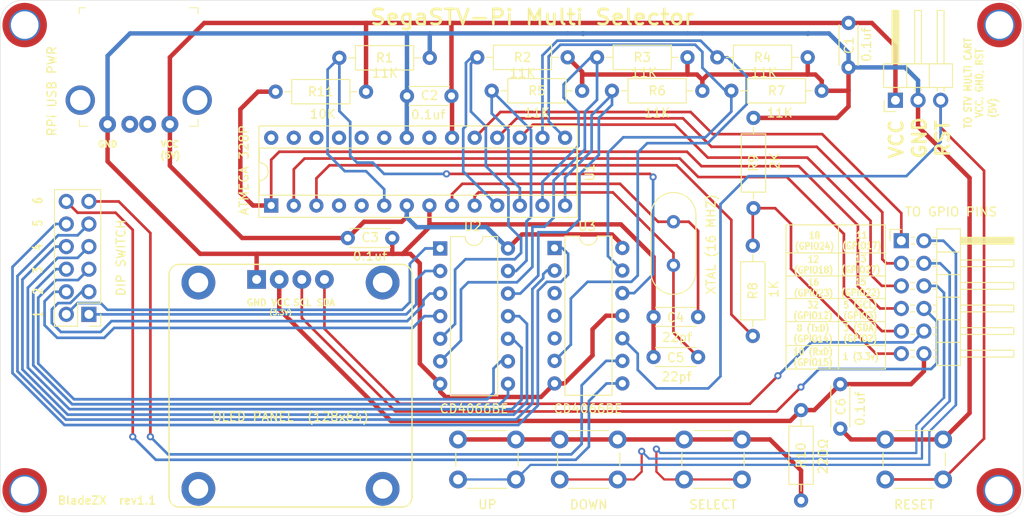
<source format=kicad_pcb>
(kicad_pcb (version 20171130) (host pcbnew "(5.1.9)-1")

  (general
    (thickness 1.6)
    (drawings 63)
    (tracks 497)
    (zones 0)
    (modules 34)
    (nets 1)
  )

  (page A4)
  (layers
    (0 F.Cu signal)
    (31 B.Cu signal)
    (32 B.Adhes user hide)
    (33 F.Adhes user hide)
    (34 B.Paste user hide)
    (35 F.Paste user hide)
    (36 B.SilkS user)
    (37 F.SilkS user)
    (38 B.Mask user hide)
    (39 F.Mask user hide)
    (40 Dwgs.User user hide)
    (41 Cmts.User user hide)
    (42 Eco1.User user hide)
    (43 Eco2.User user hide)
    (44 Edge.Cuts user)
    (45 Margin user hide)
    (46 B.CrtYd user)
    (47 F.CrtYd user)
    (48 B.Fab user hide)
    (49 F.Fab user hide)
  )

  (setup
    (last_trace_width 0.25)
    (user_trace_width 0.3)
    (user_trace_width 0.5)
    (trace_clearance 0.2)
    (zone_clearance 0.508)
    (zone_45_only no)
    (trace_min 0.2)
    (via_size 0.8)
    (via_drill 0.4)
    (via_min_size 0.4)
    (via_min_drill 0.3)
    (uvia_size 0.3)
    (uvia_drill 0.1)
    (uvias_allowed no)
    (uvia_min_size 0.2)
    (uvia_min_drill 0.1)
    (edge_width 0.05)
    (segment_width 0.2)
    (pcb_text_width 0.3)
    (pcb_text_size 1.5 1.5)
    (mod_edge_width 0.12)
    (mod_text_size 1 1)
    (mod_text_width 0.15)
    (pad_size 3.5 3.5)
    (pad_drill 3.1)
    (pad_to_mask_clearance 0)
    (aux_axis_origin 0 0)
    (visible_elements 7FFFFFFF)
    (pcbplotparams
      (layerselection 0x010fc_ffffffff)
      (usegerberextensions false)
      (usegerberattributes true)
      (usegerberadvancedattributes true)
      (creategerberjobfile true)
      (excludeedgelayer true)
      (linewidth 0.100000)
      (plotframeref false)
      (viasonmask false)
      (mode 1)
      (useauxorigin false)
      (hpglpennumber 1)
      (hpglpenspeed 20)
      (hpglpendiameter 15.000000)
      (psnegative false)
      (psa4output false)
      (plotreference true)
      (plotvalue true)
      (plotinvisibletext false)
      (padsonsilk false)
      (subtractmaskfromsilk false)
      (outputformat 1)
      (mirror false)
      (drillshape 1)
      (scaleselection 1)
      (outputdirectory ""))
  )

  (net 0 "")

  (net_class Default "This is the default net class."
    (clearance 0.2)
    (trace_width 0.25)
    (via_dia 0.8)
    (via_drill 0.4)
    (uvia_dia 0.3)
    (uvia_drill 0.1)
  )

  (module Resistor_THT:R_Axial_DIN0207_L6.3mm_D2.5mm_P10.16mm_Horizontal (layer F.Cu) (tedit 5AE5139B) (tstamp 606B4F6F)
    (at 94.742 22.86 180)
    (descr "Resistor, Axial_DIN0207 series, Axial, Horizontal, pin pitch=10.16mm, 0.25W = 1/4W, length*diameter=6.3*2.5mm^2, http://cdn-reichelt.de/documents/datenblatt/B400/1_4W%23YAG.pdf")
    (tags "Resistor Axial_DIN0207 series Axial Horizontal pin pitch 10.16mm 0.25W = 1/4W length 6.3mm diameter 2.5mm")
    (fp_text reference 11K (at 5.0292 -1.7272) (layer F.SilkS)
      (effects (font (size 1 1) (thickness 0.15)))
    )
    (fp_text value R1 (at 5.08 0) (layer F.SilkS)
      (effects (font (size 1 1) (thickness 0.15)))
    )
    (fp_line (start 1.93 -1.25) (end 1.93 1.25) (layer F.Fab) (width 0.1))
    (fp_line (start 1.93 1.25) (end 8.23 1.25) (layer F.Fab) (width 0.1))
    (fp_line (start 8.23 1.25) (end 8.23 -1.25) (layer F.Fab) (width 0.1))
    (fp_line (start 8.23 -1.25) (end 1.93 -1.25) (layer F.Fab) (width 0.1))
    (fp_line (start 0 0) (end 1.93 0) (layer F.Fab) (width 0.1))
    (fp_line (start 10.16 0) (end 8.23 0) (layer F.Fab) (width 0.1))
    (fp_line (start 1.81 -1.37) (end 1.81 1.37) (layer F.SilkS) (width 0.12))
    (fp_line (start 1.81 1.37) (end 8.35 1.37) (layer F.SilkS) (width 0.12))
    (fp_line (start 8.35 1.37) (end 8.35 -1.37) (layer F.SilkS) (width 0.12))
    (fp_line (start 8.35 -1.37) (end 1.81 -1.37) (layer F.SilkS) (width 0.12))
    (fp_line (start 1.04 0) (end 1.81 0) (layer F.SilkS) (width 0.12))
    (fp_line (start 9.12 0) (end 8.35 0) (layer F.SilkS) (width 0.12))
    (fp_line (start -1.05 -1.5) (end -1.05 1.5) (layer F.CrtYd) (width 0.05))
    (fp_line (start -1.05 1.5) (end 11.21 1.5) (layer F.CrtYd) (width 0.05))
    (fp_line (start 11.21 1.5) (end 11.21 -1.5) (layer F.CrtYd) (width 0.05))
    (fp_line (start 11.21 -1.5) (end -1.05 -1.5) (layer F.CrtYd) (width 0.05))
    (fp_text user %R (at 5.08 0) (layer F.Fab)
      (effects (font (size 1 1) (thickness 0.15)))
    )
    (pad 1 thru_hole circle (at 0 0 180) (size 1.6 1.6) (drill 0.8) (layers *.Cu *.Mask))
    (pad 2 thru_hole oval (at 10.16 0 180) (size 1.6 1.6) (drill 0.8) (layers *.Cu *.Mask))
    (model ${KISYS3DMOD}/Resistor_THT.3dshapes/R_Axial_DIN0207_L6.3mm_D2.5mm_P10.16mm_Horizontal.wrl
      (at (xyz 0 0 0))
      (scale (xyz 1 1 1))
      (rotate (xyz 0 0 0))
    )
  )

  (module Resistor_THT:R_Axial_DIN0207_L6.3mm_D2.5mm_P10.16mm_Horizontal (layer F.Cu) (tedit 5AE5139B) (tstamp 606B40D4)
    (at 138.7856 26.5684 180)
    (descr "Resistor, Axial_DIN0207 series, Axial, Horizontal, pin pitch=10.16mm, 0.25W = 1/4W, length*diameter=6.3*2.5mm^2, http://cdn-reichelt.de/documents/datenblatt/B400/1_4W%23YAG.pdf")
    (tags "Resistor Axial_DIN0207 series Axial Horizontal pin pitch 10.16mm 0.25W = 1/4W length 6.3mm diameter 2.5mm")
    (fp_text reference 11K (at 4.7244 -2.4892) (layer F.SilkS)
      (effects (font (size 1 1) (thickness 0.15)))
    )
    (fp_text value R7 (at 5.08 0) (layer F.SilkS)
      (effects (font (size 1 1) (thickness 0.15)))
    )
    (fp_line (start 1.93 -1.25) (end 1.93 1.25) (layer F.Fab) (width 0.1))
    (fp_line (start 1.93 1.25) (end 8.23 1.25) (layer F.Fab) (width 0.1))
    (fp_line (start 8.23 1.25) (end 8.23 -1.25) (layer F.Fab) (width 0.1))
    (fp_line (start 8.23 -1.25) (end 1.93 -1.25) (layer F.Fab) (width 0.1))
    (fp_line (start 0 0) (end 1.93 0) (layer F.Fab) (width 0.1))
    (fp_line (start 10.16 0) (end 8.23 0) (layer F.Fab) (width 0.1))
    (fp_line (start 1.81 -1.37) (end 1.81 1.37) (layer F.SilkS) (width 0.12))
    (fp_line (start 1.81 1.37) (end 8.35 1.37) (layer F.SilkS) (width 0.12))
    (fp_line (start 8.35 1.37) (end 8.35 -1.37) (layer F.SilkS) (width 0.12))
    (fp_line (start 8.35 -1.37) (end 1.81 -1.37) (layer F.SilkS) (width 0.12))
    (fp_line (start 1.04 0) (end 1.81 0) (layer F.SilkS) (width 0.12))
    (fp_line (start 9.12 0) (end 8.35 0) (layer F.SilkS) (width 0.12))
    (fp_line (start -1.05 -1.5) (end -1.05 1.5) (layer F.CrtYd) (width 0.05))
    (fp_line (start -1.05 1.5) (end 11.21 1.5) (layer F.CrtYd) (width 0.05))
    (fp_line (start 11.21 1.5) (end 11.21 -1.5) (layer F.CrtYd) (width 0.05))
    (fp_line (start 11.21 -1.5) (end -1.05 -1.5) (layer F.CrtYd) (width 0.05))
    (fp_text user %R (at 5.08 0) (layer F.Fab)
      (effects (font (size 1 1) (thickness 0.15)))
    )
    (pad 1 thru_hole circle (at 0 0 180) (size 1.6 1.6) (drill 0.8) (layers *.Cu *.Mask))
    (pad 2 thru_hole oval (at 10.16 0 180) (size 1.6 1.6) (drill 0.8) (layers *.Cu *.Mask))
    (model ${KISYS3DMOD}/Resistor_THT.3dshapes/R_Axial_DIN0207_L6.3mm_D2.5mm_P10.16mm_Horizontal.wrl
      (at (xyz 0 0 0))
      (scale (xyz 1 1 1))
      (rotate (xyz 0 0 0))
    )
  )

  (module Resistor_THT:R_Axial_DIN0207_L6.3mm_D2.5mm_P10.16mm_Horizontal (layer F.Cu) (tedit 5AE5139B) (tstamp 606B40A8)
    (at 125.3744 26.5684 180)
    (descr "Resistor, Axial_DIN0207 series, Axial, Horizontal, pin pitch=10.16mm, 0.25W = 1/4W, length*diameter=6.3*2.5mm^2, http://cdn-reichelt.de/documents/datenblatt/B400/1_4W%23YAG.pdf")
    (tags "Resistor Axial_DIN0207 series Axial Horizontal pin pitch 10.16mm 0.25W = 1/4W length 6.3mm diameter 2.5mm")
    (fp_text reference 11K (at 5.08 -2.4892) (layer F.SilkS)
      (effects (font (size 1 1) (thickness 0.15)))
    )
    (fp_text value R6 (at 5.08 0) (layer F.SilkS)
      (effects (font (size 1 1) (thickness 0.15)))
    )
    (fp_line (start 11.21 -1.5) (end -1.05 -1.5) (layer F.CrtYd) (width 0.05))
    (fp_line (start 11.21 1.5) (end 11.21 -1.5) (layer F.CrtYd) (width 0.05))
    (fp_line (start -1.05 1.5) (end 11.21 1.5) (layer F.CrtYd) (width 0.05))
    (fp_line (start -1.05 -1.5) (end -1.05 1.5) (layer F.CrtYd) (width 0.05))
    (fp_line (start 9.12 0) (end 8.35 0) (layer F.SilkS) (width 0.12))
    (fp_line (start 1.04 0) (end 1.81 0) (layer F.SilkS) (width 0.12))
    (fp_line (start 8.35 -1.37) (end 1.81 -1.37) (layer F.SilkS) (width 0.12))
    (fp_line (start 8.35 1.37) (end 8.35 -1.37) (layer F.SilkS) (width 0.12))
    (fp_line (start 1.81 1.37) (end 8.35 1.37) (layer F.SilkS) (width 0.12))
    (fp_line (start 1.81 -1.37) (end 1.81 1.37) (layer F.SilkS) (width 0.12))
    (fp_line (start 10.16 0) (end 8.23 0) (layer F.Fab) (width 0.1))
    (fp_line (start 0 0) (end 1.93 0) (layer F.Fab) (width 0.1))
    (fp_line (start 8.23 -1.25) (end 1.93 -1.25) (layer F.Fab) (width 0.1))
    (fp_line (start 8.23 1.25) (end 8.23 -1.25) (layer F.Fab) (width 0.1))
    (fp_line (start 1.93 1.25) (end 8.23 1.25) (layer F.Fab) (width 0.1))
    (fp_line (start 1.93 -1.25) (end 1.93 1.25) (layer F.Fab) (width 0.1))
    (fp_text user %R (at 5.08 0) (layer F.Fab)
      (effects (font (size 1 1) (thickness 0.15)))
    )
    (pad 2 thru_hole oval (at 10.16 0 180) (size 1.6 1.6) (drill 0.8) (layers *.Cu *.Mask))
    (pad 1 thru_hole circle (at 0 0 180) (size 1.6 1.6) (drill 0.8) (layers *.Cu *.Mask))
    (model ${KISYS3DMOD}/Resistor_THT.3dshapes/R_Axial_DIN0207_L6.3mm_D2.5mm_P10.16mm_Horizontal.wrl
      (at (xyz 0 0 0))
      (scale (xyz 1 1 1))
      (rotate (xyz 0 0 0))
    )
  )

  (module Resistor_THT:R_Axial_DIN0207_L6.3mm_D2.5mm_P10.16mm_Horizontal (layer F.Cu) (tedit 5AE5139B) (tstamp 606B407C)
    (at 111.8616 26.5684 180)
    (descr "Resistor, Axial_DIN0207 series, Axial, Horizontal, pin pitch=10.16mm, 0.25W = 1/4W, length*diameter=6.3*2.5mm^2, http://cdn-reichelt.de/documents/datenblatt/B400/1_4W%23YAG.pdf")
    (tags "Resistor Axial_DIN0207 series Axial Horizontal pin pitch 10.16mm 0.25W = 1/4W length 6.3mm diameter 2.5mm")
    (fp_text reference 11K (at 5.08 -2.4892) (layer F.SilkS)
      (effects (font (size 1 1) (thickness 0.15)))
    )
    (fp_text value R5 (at 5.08 0) (layer F.SilkS)
      (effects (font (size 1 1) (thickness 0.15)))
    )
    (fp_line (start 1.93 -1.25) (end 1.93 1.25) (layer F.Fab) (width 0.1))
    (fp_line (start 1.93 1.25) (end 8.23 1.25) (layer F.Fab) (width 0.1))
    (fp_line (start 8.23 1.25) (end 8.23 -1.25) (layer F.Fab) (width 0.1))
    (fp_line (start 8.23 -1.25) (end 1.93 -1.25) (layer F.Fab) (width 0.1))
    (fp_line (start 0 0) (end 1.93 0) (layer F.Fab) (width 0.1))
    (fp_line (start 10.16 0) (end 8.23 0) (layer F.Fab) (width 0.1))
    (fp_line (start 1.81 -1.37) (end 1.81 1.37) (layer F.SilkS) (width 0.12))
    (fp_line (start 1.81 1.37) (end 8.35 1.37) (layer F.SilkS) (width 0.12))
    (fp_line (start 8.35 1.37) (end 8.35 -1.37) (layer F.SilkS) (width 0.12))
    (fp_line (start 8.35 -1.37) (end 1.81 -1.37) (layer F.SilkS) (width 0.12))
    (fp_line (start 1.04 0) (end 1.81 0) (layer F.SilkS) (width 0.12))
    (fp_line (start 9.12 0) (end 8.35 0) (layer F.SilkS) (width 0.12))
    (fp_line (start -1.05 -1.5) (end -1.05 1.5) (layer F.CrtYd) (width 0.05))
    (fp_line (start -1.05 1.5) (end 11.21 1.5) (layer F.CrtYd) (width 0.05))
    (fp_line (start 11.21 1.5) (end 11.21 -1.5) (layer F.CrtYd) (width 0.05))
    (fp_line (start 11.21 -1.5) (end -1.05 -1.5) (layer F.CrtYd) (width 0.05))
    (fp_text user %R (at 5.08 0) (layer F.Fab)
      (effects (font (size 1 1) (thickness 0.15)))
    )
    (pad 1 thru_hole circle (at 0 0 180) (size 1.6 1.6) (drill 0.8) (layers *.Cu *.Mask))
    (pad 2 thru_hole oval (at 10.16 0 180) (size 1.6 1.6) (drill 0.8) (layers *.Cu *.Mask))
    (model ${KISYS3DMOD}/Resistor_THT.3dshapes/R_Axial_DIN0207_L6.3mm_D2.5mm_P10.16mm_Horizontal.wrl
      (at (xyz 0 0 0))
      (scale (xyz 1 1 1))
      (rotate (xyz 0 0 0))
    )
  )

  (module Resistor_THT:R_Axial_DIN0207_L6.3mm_D2.5mm_P10.16mm_Horizontal (layer F.Cu) (tedit 5AE5139B) (tstamp 606B3FBE)
    (at 137.2108 22.8092 180)
    (descr "Resistor, Axial_DIN0207 series, Axial, Horizontal, pin pitch=10.16mm, 0.25W = 1/4W, length*diameter=6.3*2.5mm^2, http://cdn-reichelt.de/documents/datenblatt/B400/1_4W%23YAG.pdf")
    (tags "Resistor Axial_DIN0207 series Axial Horizontal pin pitch 10.16mm 0.25W = 1/4W length 6.3mm diameter 2.5mm")
    (fp_text reference 11K (at 4.9276 -1.7272) (layer F.SilkS)
      (effects (font (size 1 1) (thickness 0.15)))
    )
    (fp_text value R4 (at 5.08 0) (layer F.SilkS)
      (effects (font (size 1 1) (thickness 0.15)))
    )
    (fp_line (start 11.21 -1.5) (end -1.05 -1.5) (layer F.CrtYd) (width 0.05))
    (fp_line (start 11.21 1.5) (end 11.21 -1.5) (layer F.CrtYd) (width 0.05))
    (fp_line (start -1.05 1.5) (end 11.21 1.5) (layer F.CrtYd) (width 0.05))
    (fp_line (start -1.05 -1.5) (end -1.05 1.5) (layer F.CrtYd) (width 0.05))
    (fp_line (start 9.12 0) (end 8.35 0) (layer F.SilkS) (width 0.12))
    (fp_line (start 1.04 0) (end 1.81 0) (layer F.SilkS) (width 0.12))
    (fp_line (start 8.35 -1.37) (end 1.81 -1.37) (layer F.SilkS) (width 0.12))
    (fp_line (start 8.35 1.37) (end 8.35 -1.37) (layer F.SilkS) (width 0.12))
    (fp_line (start 1.81 1.37) (end 8.35 1.37) (layer F.SilkS) (width 0.12))
    (fp_line (start 1.81 -1.37) (end 1.81 1.37) (layer F.SilkS) (width 0.12))
    (fp_line (start 10.16 0) (end 8.23 0) (layer F.Fab) (width 0.1))
    (fp_line (start 0 0) (end 1.93 0) (layer F.Fab) (width 0.1))
    (fp_line (start 8.23 -1.25) (end 1.93 -1.25) (layer F.Fab) (width 0.1))
    (fp_line (start 8.23 1.25) (end 8.23 -1.25) (layer F.Fab) (width 0.1))
    (fp_line (start 1.93 1.25) (end 8.23 1.25) (layer F.Fab) (width 0.1))
    (fp_line (start 1.93 -1.25) (end 1.93 1.25) (layer F.Fab) (width 0.1))
    (fp_text user %R (at 5.08 0) (layer F.Fab)
      (effects (font (size 1 1) (thickness 0.15)))
    )
    (pad 2 thru_hole oval (at 10.16 0 180) (size 1.6 1.6) (drill 0.8) (layers *.Cu *.Mask))
    (pad 1 thru_hole circle (at 0 0 180) (size 1.6 1.6) (drill 0.8) (layers *.Cu *.Mask))
    (model ${KISYS3DMOD}/Resistor_THT.3dshapes/R_Axial_DIN0207_L6.3mm_D2.5mm_P10.16mm_Horizontal.wrl
      (at (xyz 0 0 0))
      (scale (xyz 1 1 1))
      (rotate (xyz 0 0 0))
    )
  )

  (module Resistor_THT:R_Axial_DIN0207_L6.3mm_D2.5mm_P10.16mm_Horizontal (layer F.Cu) (tedit 5AE5139B) (tstamp 606B3F92)
    (at 123.698 22.8092 180)
    (descr "Resistor, Axial_DIN0207 series, Axial, Horizontal, pin pitch=10.16mm, 0.25W = 1/4W, length*diameter=6.3*2.5mm^2, http://cdn-reichelt.de/documents/datenblatt/B400/1_4W%23YAG.pdf")
    (tags "Resistor Axial_DIN0207 series Axial Horizontal pin pitch 10.16mm 0.25W = 1/4W length 6.3mm diameter 2.5mm")
    (fp_text reference 11K (at 4.8768 -1.7272) (layer F.SilkS)
      (effects (font (size 1 1) (thickness 0.15)))
    )
    (fp_text value R3 (at 5.08 0) (layer F.SilkS)
      (effects (font (size 1 1) (thickness 0.15)))
    )
    (fp_line (start 1.93 -1.25) (end 1.93 1.25) (layer F.Fab) (width 0.1))
    (fp_line (start 1.93 1.25) (end 8.23 1.25) (layer F.Fab) (width 0.1))
    (fp_line (start 8.23 1.25) (end 8.23 -1.25) (layer F.Fab) (width 0.1))
    (fp_line (start 8.23 -1.25) (end 1.93 -1.25) (layer F.Fab) (width 0.1))
    (fp_line (start 0 0) (end 1.93 0) (layer F.Fab) (width 0.1))
    (fp_line (start 10.16 0) (end 8.23 0) (layer F.Fab) (width 0.1))
    (fp_line (start 1.81 -1.37) (end 1.81 1.37) (layer F.SilkS) (width 0.12))
    (fp_line (start 1.81 1.37) (end 8.35 1.37) (layer F.SilkS) (width 0.12))
    (fp_line (start 8.35 1.37) (end 8.35 -1.37) (layer F.SilkS) (width 0.12))
    (fp_line (start 8.35 -1.37) (end 1.81 -1.37) (layer F.SilkS) (width 0.12))
    (fp_line (start 1.04 0) (end 1.81 0) (layer F.SilkS) (width 0.12))
    (fp_line (start 9.12 0) (end 8.35 0) (layer F.SilkS) (width 0.12))
    (fp_line (start -1.05 -1.5) (end -1.05 1.5) (layer F.CrtYd) (width 0.05))
    (fp_line (start -1.05 1.5) (end 11.21 1.5) (layer F.CrtYd) (width 0.05))
    (fp_line (start 11.21 1.5) (end 11.21 -1.5) (layer F.CrtYd) (width 0.05))
    (fp_line (start 11.21 -1.5) (end -1.05 -1.5) (layer F.CrtYd) (width 0.05))
    (fp_text user %R (at 5.08 0) (layer F.Fab)
      (effects (font (size 1 1) (thickness 0.15)))
    )
    (pad 1 thru_hole circle (at 0 0 180) (size 1.6 1.6) (drill 0.8) (layers *.Cu *.Mask))
    (pad 2 thru_hole oval (at 10.16 0 180) (size 1.6 1.6) (drill 0.8) (layers *.Cu *.Mask))
    (model ${KISYS3DMOD}/Resistor_THT.3dshapes/R_Axial_DIN0207_L6.3mm_D2.5mm_P10.16mm_Horizontal.wrl
      (at (xyz 0 0 0))
      (scale (xyz 1 1 1))
      (rotate (xyz 0 0 0))
    )
  )

  (module Resistor_THT:R_Axial_DIN0207_L6.3mm_D2.5mm_P10.16mm_Horizontal (layer F.Cu) (tedit 5AE5139B) (tstamp 606B3F37)
    (at 110.236 22.8092 180)
    (descr "Resistor, Axial_DIN0207 series, Axial, Horizontal, pin pitch=10.16mm, 0.25W = 1/4W, length*diameter=6.3*2.5mm^2, http://cdn-reichelt.de/documents/datenblatt/B400/1_4W%23YAG.pdf")
    (tags "Resistor Axial_DIN0207 series Axial Horizontal pin pitch 10.16mm 0.25W = 1/4W length 6.3mm diameter 2.5mm")
    (fp_text reference 11K (at 5.08 -1.778) (layer F.SilkS)
      (effects (font (size 1 1) (thickness 0.15)))
    )
    (fp_text value R2 (at 5.08 0) (layer F.SilkS)
      (effects (font (size 1 1) (thickness 0.15)))
    )
    (fp_line (start 11.21 -1.5) (end -1.05 -1.5) (layer F.CrtYd) (width 0.05))
    (fp_line (start 11.21 1.5) (end 11.21 -1.5) (layer F.CrtYd) (width 0.05))
    (fp_line (start -1.05 1.5) (end 11.21 1.5) (layer F.CrtYd) (width 0.05))
    (fp_line (start -1.05 -1.5) (end -1.05 1.5) (layer F.CrtYd) (width 0.05))
    (fp_line (start 9.12 0) (end 8.35 0) (layer F.SilkS) (width 0.12))
    (fp_line (start 1.04 0) (end 1.81 0) (layer F.SilkS) (width 0.12))
    (fp_line (start 8.35 -1.37) (end 1.81 -1.37) (layer F.SilkS) (width 0.12))
    (fp_line (start 8.35 1.37) (end 8.35 -1.37) (layer F.SilkS) (width 0.12))
    (fp_line (start 1.81 1.37) (end 8.35 1.37) (layer F.SilkS) (width 0.12))
    (fp_line (start 1.81 -1.37) (end 1.81 1.37) (layer F.SilkS) (width 0.12))
    (fp_line (start 10.16 0) (end 8.23 0) (layer F.Fab) (width 0.1))
    (fp_line (start 0 0) (end 1.93 0) (layer F.Fab) (width 0.1))
    (fp_line (start 8.23 -1.25) (end 1.93 -1.25) (layer F.Fab) (width 0.1))
    (fp_line (start 8.23 1.25) (end 8.23 -1.25) (layer F.Fab) (width 0.1))
    (fp_line (start 1.93 1.25) (end 8.23 1.25) (layer F.Fab) (width 0.1))
    (fp_line (start 1.93 -1.25) (end 1.93 1.25) (layer F.Fab) (width 0.1))
    (fp_text user %R (at 5.08 0) (layer F.Fab)
      (effects (font (size 1 1) (thickness 0.15)))
    )
    (pad 2 thru_hole oval (at 10.16 0 180) (size 1.6 1.6) (drill 0.8) (layers *.Cu *.Mask))
    (pad 1 thru_hole circle (at 0 0 180) (size 1.6 1.6) (drill 0.8) (layers *.Cu *.Mask))
    (model ${KISYS3DMOD}/Resistor_THT.3dshapes/R_Axial_DIN0207_L6.3mm_D2.5mm_P10.16mm_Horizontal.wrl
      (at (xyz 0 0 0))
      (scale (xyz 1 1 1))
      (rotate (xyz 0 0 0))
    )
  )

  (module Package_DIP:DIP-14_W7.62mm (layer F.Cu) (tedit 5A02E8C5) (tstamp 606CB4D3)
    (at 108.7628 44.2468)
    (descr "14-lead though-hole mounted DIP package, row spacing 7.62 mm (300 mils)")
    (tags "THT DIP DIL PDIP 2.54mm 7.62mm 300mil")
    (fp_text reference CD4066BE (at 3.7592 18.0848 180) (layer F.SilkS)
      (effects (font (size 1 1) (thickness 0.15)))
    )
    (fp_text value DIP-14_W7.62mm (at 3.81 17.57) (layer F.Fab)
      (effects (font (size 1 1) (thickness 0.15)))
    )
    (fp_line (start 1.635 -1.27) (end 6.985 -1.27) (layer F.Fab) (width 0.1))
    (fp_line (start 6.985 -1.27) (end 6.985 16.51) (layer F.Fab) (width 0.1))
    (fp_line (start 6.985 16.51) (end 0.635 16.51) (layer F.Fab) (width 0.1))
    (fp_line (start 0.635 16.51) (end 0.635 -0.27) (layer F.Fab) (width 0.1))
    (fp_line (start 0.635 -0.27) (end 1.635 -1.27) (layer F.Fab) (width 0.1))
    (fp_line (start 2.81 -1.33) (end 1.16 -1.33) (layer F.SilkS) (width 0.12))
    (fp_line (start 1.16 -1.33) (end 1.16 16.57) (layer F.SilkS) (width 0.12))
    (fp_line (start 1.16 16.57) (end 6.46 16.57) (layer F.SilkS) (width 0.12))
    (fp_line (start 6.46 16.57) (end 6.46 -1.33) (layer F.SilkS) (width 0.12))
    (fp_line (start 6.46 -1.33) (end 4.81 -1.33) (layer F.SilkS) (width 0.12))
    (fp_line (start -1.1 -1.55) (end -1.1 16.8) (layer F.CrtYd) (width 0.05))
    (fp_line (start -1.1 16.8) (end 8.7 16.8) (layer F.CrtYd) (width 0.05))
    (fp_line (start 8.7 16.8) (end 8.7 -1.55) (layer F.CrtYd) (width 0.05))
    (fp_line (start 8.7 -1.55) (end -1.1 -1.55) (layer F.CrtYd) (width 0.05))
    (fp_arc (start 3.81 -1.33) (end 2.81 -1.33) (angle -180) (layer F.SilkS) (width 0.12))
    (fp_text user U3 (at 3.6576 -2.4384) (layer F.SilkS)
      (effects (font (size 1 1) (thickness 0.15)))
    )
    (pad 1 thru_hole rect (at 0 0) (size 1.6 1.6) (drill 0.8) (layers *.Cu *.Mask))
    (pad 8 thru_hole oval (at 7.62 15.24) (size 1.6 1.6) (drill 0.8) (layers *.Cu *.Mask))
    (pad 2 thru_hole oval (at 0 2.54) (size 1.6 1.6) (drill 0.8) (layers *.Cu *.Mask))
    (pad 9 thru_hole oval (at 7.62 12.7) (size 1.6 1.6) (drill 0.8) (layers *.Cu *.Mask))
    (pad 3 thru_hole oval (at 0 5.08) (size 1.6 1.6) (drill 0.8) (layers *.Cu *.Mask))
    (pad 10 thru_hole oval (at 7.62 10.16) (size 1.6 1.6) (drill 0.8) (layers *.Cu *.Mask))
    (pad 4 thru_hole oval (at 0 7.62) (size 1.6 1.6) (drill 0.8) (layers *.Cu *.Mask))
    (pad 11 thru_hole oval (at 7.62 7.62) (size 1.6 1.6) (drill 0.8) (layers *.Cu *.Mask))
    (pad 5 thru_hole oval (at 0 10.16) (size 1.6 1.6) (drill 0.8) (layers *.Cu *.Mask))
    (pad 12 thru_hole oval (at 7.62 5.08) (size 1.6 1.6) (drill 0.8) (layers *.Cu *.Mask))
    (pad 6 thru_hole oval (at 0 12.7) (size 1.6 1.6) (drill 0.8) (layers *.Cu *.Mask))
    (pad 13 thru_hole oval (at 7.62 2.54) (size 1.6 1.6) (drill 0.8) (layers *.Cu *.Mask))
    (pad 7 thru_hole oval (at 0 15.24) (size 1.6 1.6) (drill 0.8) (layers *.Cu *.Mask))
    (pad 14 thru_hole oval (at 7.62 0) (size 1.6 1.6) (drill 0.8) (layers *.Cu *.Mask))
    (model ${KISYS3DMOD}/Package_DIP.3dshapes/DIP-14_W7.62mm.wrl
      (at (xyz 0 0 0))
      (scale (xyz 1 1 1))
      (rotate (xyz 0 0 0))
    )
  )

  (module Package_DIP:DIP-14_W7.62mm (layer F.Cu) (tedit 5A02E8C5) (tstamp 606CB3CA)
    (at 95.9104 44.2976)
    (descr "14-lead though-hole mounted DIP package, row spacing 7.62 mm (300 mils)")
    (tags "THT DIP DIL PDIP 2.54mm 7.62mm 300mil")
    (fp_text reference CD4066BE (at 3.81 18.034 180) (layer F.SilkS)
      (effects (font (size 1 1) (thickness 0.15)))
    )
    (fp_text value DIP-14_W7.62mm (at 3.81 17.57) (layer F.Fab)
      (effects (font (size 1 1) (thickness 0.15)))
    )
    (fp_line (start 8.7 -1.55) (end -1.1 -1.55) (layer F.CrtYd) (width 0.05))
    (fp_line (start 8.7 16.8) (end 8.7 -1.55) (layer F.CrtYd) (width 0.05))
    (fp_line (start -1.1 16.8) (end 8.7 16.8) (layer F.CrtYd) (width 0.05))
    (fp_line (start -1.1 -1.55) (end -1.1 16.8) (layer F.CrtYd) (width 0.05))
    (fp_line (start 6.46 -1.33) (end 4.81 -1.33) (layer F.SilkS) (width 0.12))
    (fp_line (start 6.46 16.57) (end 6.46 -1.33) (layer F.SilkS) (width 0.12))
    (fp_line (start 1.16 16.57) (end 6.46 16.57) (layer F.SilkS) (width 0.12))
    (fp_line (start 1.16 -1.33) (end 1.16 16.57) (layer F.SilkS) (width 0.12))
    (fp_line (start 2.81 -1.33) (end 1.16 -1.33) (layer F.SilkS) (width 0.12))
    (fp_line (start 0.635 -0.27) (end 1.635 -1.27) (layer F.Fab) (width 0.1))
    (fp_line (start 0.635 16.51) (end 0.635 -0.27) (layer F.Fab) (width 0.1))
    (fp_line (start 6.985 16.51) (end 0.635 16.51) (layer F.Fab) (width 0.1))
    (fp_line (start 6.985 -1.27) (end 6.985 16.51) (layer F.Fab) (width 0.1))
    (fp_line (start 1.635 -1.27) (end 6.985 -1.27) (layer F.Fab) (width 0.1))
    (fp_text user U2 (at 3.6576 -2.4892) (layer F.SilkS)
      (effects (font (size 1 1) (thickness 0.15)))
    )
    (fp_arc (start 3.81 -1.33) (end 2.81 -1.33) (angle -180) (layer F.SilkS) (width 0.12))
    (pad 14 thru_hole oval (at 7.62 0) (size 1.6 1.6) (drill 0.8) (layers *.Cu *.Mask))
    (pad 7 thru_hole oval (at 0 15.24) (size 1.6 1.6) (drill 0.8) (layers *.Cu *.Mask))
    (pad 13 thru_hole oval (at 7.62 2.54) (size 1.6 1.6) (drill 0.8) (layers *.Cu *.Mask))
    (pad 6 thru_hole oval (at 0 12.7) (size 1.6 1.6) (drill 0.8) (layers *.Cu *.Mask))
    (pad 12 thru_hole oval (at 7.62 5.08) (size 1.6 1.6) (drill 0.8) (layers *.Cu *.Mask))
    (pad 5 thru_hole oval (at 0 10.16) (size 1.6 1.6) (drill 0.8) (layers *.Cu *.Mask))
    (pad 11 thru_hole oval (at 7.62 7.62) (size 1.6 1.6) (drill 0.8) (layers *.Cu *.Mask))
    (pad 4 thru_hole oval (at 0 7.62) (size 1.6 1.6) (drill 0.8) (layers *.Cu *.Mask))
    (pad 10 thru_hole oval (at 7.62 10.16) (size 1.6 1.6) (drill 0.8) (layers *.Cu *.Mask))
    (pad 3 thru_hole oval (at 0 5.08) (size 1.6 1.6) (drill 0.8) (layers *.Cu *.Mask))
    (pad 9 thru_hole oval (at 7.62 12.7) (size 1.6 1.6) (drill 0.8) (layers *.Cu *.Mask))
    (pad 2 thru_hole oval (at 0 2.54) (size 1.6 1.6) (drill 0.8) (layers *.Cu *.Mask))
    (pad 8 thru_hole oval (at 7.62 15.24) (size 1.6 1.6) (drill 0.8) (layers *.Cu *.Mask))
    (pad 1 thru_hole rect (at 0 0) (size 1.6 1.6) (drill 0.8) (layers *.Cu *.Mask))
    (model ${KISYS3DMOD}/Package_DIP.3dshapes/DIP-14_W7.62mm.wrl
      (at (xyz 0 0 0))
      (scale (xyz 1 1 1))
      (rotate (xyz 0 0 0))
    )
  )

  (module segastv:Generic_0.96in-128x64-OLED-Display-IIC (layer F.Cu) (tedit 590F4B36) (tstamp 60678678)
    (at 79.0956 59.7408)
    (descr http://www.ebay.com/itm/0-96-I2C-IIC-SPI-Serial-128X64-White-OLED-LCD-LED-Display-Module-for-Arduino-BU/361916106520)
    (fp_text reference DS1 (at 0 -15) (layer F.SilkS) hide
      (effects (font (size 1 1) (thickness 0.15)))
    )
    (fp_text value "OLED PANEL  (128x64)" (at 0 3.5052) (layer F.SilkS)
      (effects (font (size 1 1) (thickness 0.15)))
    )
    (fp_line (start -13.8 13.8) (end 13.8 13.8) (layer F.CrtYd) (width 0.15))
    (fp_line (start 13.8 -13.8) (end 13.8 13.8) (layer F.CrtYd) (width 0.15))
    (fp_line (start -13.8 -13.8) (end -13.8 13.8) (layer F.CrtYd) (width 0.15))
    (fp_line (start -13.8 -13.8) (end 13.8 -13.8) (layer F.CrtYd) (width 0.15))
    (fp_line (start -13.65 9.5) (end 13.65 9.5) (layer F.Fab) (width 0.15))
    (fp_line (start -13.65 -9.5) (end 13.65 -9.5) (layer F.Fab) (width 0.15))
    (fp_line (start -13.65 -12.5) (end -13.65 12.5) (layer F.SilkS) (width 0.15))
    (fp_line (start -12.5 13.65) (end 12.5 13.65) (layer F.SilkS) (width 0.15))
    (fp_line (start 13.65 -12.5) (end 13.65 12.5) (layer F.SilkS) (width 0.15))
    (fp_line (start -12.5 -13.65) (end 12.5 -13.65) (layer F.SilkS) (width 0.15))
    (fp_arc (start -12.5 12.5) (end -13.65 12.5) (angle -90) (layer F.SilkS) (width 0.15))
    (fp_arc (start 12.5 12.5) (end 12.5 13.65) (angle -90) (layer F.SilkS) (width 0.15))
    (fp_arc (start 12.5 -12.5) (end 13.65 -12.5) (angle -90) (layer F.SilkS) (width 0.15))
    (fp_arc (start -12.5 -12.5) (end -12.5 -13.65) (angle -90) (layer F.SilkS) (width 0.15))
    (pad "" np_thru_hole circle (at 10.35 11.6) (size 3.8 3.8) (drill 2.2) (layers *.Cu *.Mask))
    (pad "" np_thru_hole circle (at -10.35 11.6) (size 3.8 3.8) (drill 2.2) (layers *.Cu *.Mask))
    (pad "" np_thru_hole circle (at -10.35 -11.6) (size 3.8 3.8) (drill 2.2) (layers *.Cu *.Mask))
    (pad 4 thru_hole circle (at 3.81 -11.95) (size 2.1 2.1) (drill 1) (layers *.Cu *.Mask))
    (pad 3 thru_hole circle (at 1.27 -11.95) (size 2.1 2.1) (drill 1) (layers *.Cu *.Mask))
    (pad 2 thru_hole circle (at -1.27 -11.95) (size 2.1 2.1) (drill 1) (layers *.Cu *.Mask))
    (pad 1 thru_hole rect (at -3.81 -11.95) (size 2.1 2.1) (drill 1) (layers *.Cu *.Mask))
    (pad "" np_thru_hole circle (at 10.35 -11.6) (size 3.8 3.8) (drill 2.2) (layers *.Cu *.Mask))
  )

  (module Connector_PinHeader_2.54mm:PinHeader_2x06_P2.54mm_Horizontal (layer F.Cu) (tedit 59FED5CB) (tstamp 60638367)
    (at 147.7264 43.434)
    (descr "Through hole angled pin header, 2x06, 2.54mm pitch, 6mm pin length, double rows")
    (tags "Through hole angled pin header THT 2x06 2.54mm double row")
    (fp_text reference "TO GPIO PINS" (at 5.588 -3.2512) (layer F.SilkS)
      (effects (font (size 1 1) (thickness 0.15)))
    )
    (fp_text value PinHeader_2x06_P2.54mm_Horizontal (at 5.655 14.97) (layer F.Fab)
      (effects (font (size 1 1) (thickness 0.15)))
    )
    (fp_line (start 4.675 -1.27) (end 6.58 -1.27) (layer F.Fab) (width 0.1))
    (fp_line (start 6.58 -1.27) (end 6.58 13.97) (layer F.Fab) (width 0.1))
    (fp_line (start 6.58 13.97) (end 4.04 13.97) (layer F.Fab) (width 0.1))
    (fp_line (start 4.04 13.97) (end 4.04 -0.635) (layer F.Fab) (width 0.1))
    (fp_line (start 4.04 -0.635) (end 4.675 -1.27) (layer F.Fab) (width 0.1))
    (fp_line (start -0.32 -0.32) (end 4.04 -0.32) (layer F.Fab) (width 0.1))
    (fp_line (start -0.32 -0.32) (end -0.32 0.32) (layer F.Fab) (width 0.1))
    (fp_line (start -0.32 0.32) (end 4.04 0.32) (layer F.Fab) (width 0.1))
    (fp_line (start 6.58 -0.32) (end 12.58 -0.32) (layer F.Fab) (width 0.1))
    (fp_line (start 12.58 -0.32) (end 12.58 0.32) (layer F.Fab) (width 0.1))
    (fp_line (start 6.58 0.32) (end 12.58 0.32) (layer F.Fab) (width 0.1))
    (fp_line (start -0.32 2.22) (end 4.04 2.22) (layer F.Fab) (width 0.1))
    (fp_line (start -0.32 2.22) (end -0.32 2.86) (layer F.Fab) (width 0.1))
    (fp_line (start -0.32 2.86) (end 4.04 2.86) (layer F.Fab) (width 0.1))
    (fp_line (start 6.58 2.22) (end 12.58 2.22) (layer F.Fab) (width 0.1))
    (fp_line (start 12.58 2.22) (end 12.58 2.86) (layer F.Fab) (width 0.1))
    (fp_line (start 6.58 2.86) (end 12.58 2.86) (layer F.Fab) (width 0.1))
    (fp_line (start -0.32 4.76) (end 4.04 4.76) (layer F.Fab) (width 0.1))
    (fp_line (start -0.32 4.76) (end -0.32 5.4) (layer F.Fab) (width 0.1))
    (fp_line (start -0.32 5.4) (end 4.04 5.4) (layer F.Fab) (width 0.1))
    (fp_line (start 6.58 4.76) (end 12.58 4.76) (layer F.Fab) (width 0.1))
    (fp_line (start 12.58 4.76) (end 12.58 5.4) (layer F.Fab) (width 0.1))
    (fp_line (start 6.58 5.4) (end 12.58 5.4) (layer F.Fab) (width 0.1))
    (fp_line (start -0.32 7.3) (end 4.04 7.3) (layer F.Fab) (width 0.1))
    (fp_line (start -0.32 7.3) (end -0.32 7.94) (layer F.Fab) (width 0.1))
    (fp_line (start -0.32 7.94) (end 4.04 7.94) (layer F.Fab) (width 0.1))
    (fp_line (start 6.58 7.3) (end 12.58 7.3) (layer F.Fab) (width 0.1))
    (fp_line (start 12.58 7.3) (end 12.58 7.94) (layer F.Fab) (width 0.1))
    (fp_line (start 6.58 7.94) (end 12.58 7.94) (layer F.Fab) (width 0.1))
    (fp_line (start -0.32 9.84) (end 4.04 9.84) (layer F.Fab) (width 0.1))
    (fp_line (start -0.32 9.84) (end -0.32 10.48) (layer F.Fab) (width 0.1))
    (fp_line (start -0.32 10.48) (end 4.04 10.48) (layer F.Fab) (width 0.1))
    (fp_line (start 6.58 9.84) (end 12.58 9.84) (layer F.Fab) (width 0.1))
    (fp_line (start 12.58 9.84) (end 12.58 10.48) (layer F.Fab) (width 0.1))
    (fp_line (start 6.58 10.48) (end 12.58 10.48) (layer F.Fab) (width 0.1))
    (fp_line (start -0.32 12.38) (end 4.04 12.38) (layer F.Fab) (width 0.1))
    (fp_line (start -0.32 12.38) (end -0.32 13.02) (layer F.Fab) (width 0.1))
    (fp_line (start -0.32 13.02) (end 4.04 13.02) (layer F.Fab) (width 0.1))
    (fp_line (start 6.58 12.38) (end 12.58 12.38) (layer F.Fab) (width 0.1))
    (fp_line (start 12.58 12.38) (end 12.58 13.02) (layer F.Fab) (width 0.1))
    (fp_line (start 6.58 13.02) (end 12.58 13.02) (layer F.Fab) (width 0.1))
    (fp_line (start 3.98 -1.33) (end 3.98 14.03) (layer F.SilkS) (width 0.12))
    (fp_line (start 3.98 14.03) (end 6.64 14.03) (layer F.SilkS) (width 0.12))
    (fp_line (start 6.64 14.03) (end 6.64 -1.33) (layer F.SilkS) (width 0.12))
    (fp_line (start 6.64 -1.33) (end 3.98 -1.33) (layer F.SilkS) (width 0.12))
    (fp_line (start 6.64 -0.38) (end 12.64 -0.38) (layer F.SilkS) (width 0.12))
    (fp_line (start 12.64 -0.38) (end 12.64 0.38) (layer F.SilkS) (width 0.12))
    (fp_line (start 12.64 0.38) (end 6.64 0.38) (layer F.SilkS) (width 0.12))
    (fp_line (start 6.64 -0.32) (end 12.64 -0.32) (layer F.SilkS) (width 0.12))
    (fp_line (start 6.64 -0.2) (end 12.64 -0.2) (layer F.SilkS) (width 0.12))
    (fp_line (start 6.64 -0.08) (end 12.64 -0.08) (layer F.SilkS) (width 0.12))
    (fp_line (start 6.64 0.04) (end 12.64 0.04) (layer F.SilkS) (width 0.12))
    (fp_line (start 6.64 0.16) (end 12.64 0.16) (layer F.SilkS) (width 0.12))
    (fp_line (start 6.64 0.28) (end 12.64 0.28) (layer F.SilkS) (width 0.12))
    (fp_line (start 3.582929 -0.38) (end 3.98 -0.38) (layer F.SilkS) (width 0.12))
    (fp_line (start 3.582929 0.38) (end 3.98 0.38) (layer F.SilkS) (width 0.12))
    (fp_line (start 1.11 -0.38) (end 1.497071 -0.38) (layer F.SilkS) (width 0.12))
    (fp_line (start 1.11 0.38) (end 1.497071 0.38) (layer F.SilkS) (width 0.12))
    (fp_line (start 3.98 1.27) (end 6.64 1.27) (layer F.SilkS) (width 0.12))
    (fp_line (start 6.64 2.16) (end 12.64 2.16) (layer F.SilkS) (width 0.12))
    (fp_line (start 12.64 2.16) (end 12.64 2.92) (layer F.SilkS) (width 0.12))
    (fp_line (start 12.64 2.92) (end 6.64 2.92) (layer F.SilkS) (width 0.12))
    (fp_line (start 3.582929 2.16) (end 3.98 2.16) (layer F.SilkS) (width 0.12))
    (fp_line (start 3.582929 2.92) (end 3.98 2.92) (layer F.SilkS) (width 0.12))
    (fp_line (start 1.042929 2.16) (end 1.497071 2.16) (layer F.SilkS) (width 0.12))
    (fp_line (start 1.042929 2.92) (end 1.497071 2.92) (layer F.SilkS) (width 0.12))
    (fp_line (start 3.98 3.81) (end 6.64 3.81) (layer F.SilkS) (width 0.12))
    (fp_line (start 6.64 4.7) (end 12.64 4.7) (layer F.SilkS) (width 0.12))
    (fp_line (start 12.64 4.7) (end 12.64 5.46) (layer F.SilkS) (width 0.12))
    (fp_line (start 12.64 5.46) (end 6.64 5.46) (layer F.SilkS) (width 0.12))
    (fp_line (start 3.582929 4.7) (end 3.98 4.7) (layer F.SilkS) (width 0.12))
    (fp_line (start 3.582929 5.46) (end 3.98 5.46) (layer F.SilkS) (width 0.12))
    (fp_line (start 1.042929 4.7) (end 1.497071 4.7) (layer F.SilkS) (width 0.12))
    (fp_line (start 1.042929 5.46) (end 1.497071 5.46) (layer F.SilkS) (width 0.12))
    (fp_line (start 3.98 6.35) (end 6.64 6.35) (layer F.SilkS) (width 0.12))
    (fp_line (start 6.64 7.24) (end 12.64 7.24) (layer F.SilkS) (width 0.12))
    (fp_line (start 12.64 7.24) (end 12.64 8) (layer F.SilkS) (width 0.12))
    (fp_line (start 12.64 8) (end 6.64 8) (layer F.SilkS) (width 0.12))
    (fp_line (start 3.582929 7.24) (end 3.98 7.24) (layer F.SilkS) (width 0.12))
    (fp_line (start 3.582929 8) (end 3.98 8) (layer F.SilkS) (width 0.12))
    (fp_line (start 1.042929 7.24) (end 1.497071 7.24) (layer F.SilkS) (width 0.12))
    (fp_line (start 1.042929 8) (end 1.497071 8) (layer F.SilkS) (width 0.12))
    (fp_line (start 3.98 8.89) (end 6.64 8.89) (layer F.SilkS) (width 0.12))
    (fp_line (start 6.64 9.78) (end 12.64 9.78) (layer F.SilkS) (width 0.12))
    (fp_line (start 12.64 9.78) (end 12.64 10.54) (layer F.SilkS) (width 0.12))
    (fp_line (start 12.64 10.54) (end 6.64 10.54) (layer F.SilkS) (width 0.12))
    (fp_line (start 3.582929 9.78) (end 3.98 9.78) (layer F.SilkS) (width 0.12))
    (fp_line (start 3.582929 10.54) (end 3.98 10.54) (layer F.SilkS) (width 0.12))
    (fp_line (start 1.042929 9.78) (end 1.497071 9.78) (layer F.SilkS) (width 0.12))
    (fp_line (start 1.042929 10.54) (end 1.497071 10.54) (layer F.SilkS) (width 0.12))
    (fp_line (start 3.98 11.43) (end 6.64 11.43) (layer F.SilkS) (width 0.12))
    (fp_line (start 6.64 12.32) (end 12.64 12.32) (layer F.SilkS) (width 0.12))
    (fp_line (start 12.64 12.32) (end 12.64 13.08) (layer F.SilkS) (width 0.12))
    (fp_line (start 12.64 13.08) (end 6.64 13.08) (layer F.SilkS) (width 0.12))
    (fp_line (start 3.582929 12.32) (end 3.98 12.32) (layer F.SilkS) (width 0.12))
    (fp_line (start 3.582929 13.08) (end 3.98 13.08) (layer F.SilkS) (width 0.12))
    (fp_line (start 1.042929 12.32) (end 1.497071 12.32) (layer F.SilkS) (width 0.12))
    (fp_line (start 1.042929 13.08) (end 1.497071 13.08) (layer F.SilkS) (width 0.12))
    (fp_line (start -1.27 0) (end -1.27 -1.27) (layer F.SilkS) (width 0.12))
    (fp_line (start -1.27 -1.27) (end 0 -1.27) (layer F.SilkS) (width 0.12))
    (fp_line (start -1.8 -1.8) (end -1.8 14.5) (layer F.CrtYd) (width 0.05))
    (fp_line (start -1.8 14.5) (end 13.1 14.5) (layer F.CrtYd) (width 0.05))
    (fp_line (start 13.1 14.5) (end 13.1 -1.8) (layer F.CrtYd) (width 0.05))
    (fp_line (start 13.1 -1.8) (end -1.8 -1.8) (layer F.CrtYd) (width 0.05))
    (fp_text user %R (at 5.31 6.35 90) (layer F.Fab)
      (effects (font (size 1 1) (thickness 0.15)))
    )
    (pad 12 thru_hole oval (at 2.54 12.7) (size 1.7 1.7) (drill 1) (layers *.Cu *.Mask))
    (pad 11 thru_hole oval (at 0 12.7) (size 1.7 1.7) (drill 1) (layers *.Cu *.Mask))
    (pad 10 thru_hole oval (at 2.54 10.16) (size 1.7 1.7) (drill 1) (layers *.Cu *.Mask))
    (pad 9 thru_hole oval (at 0 10.16) (size 1.7 1.7) (drill 1) (layers *.Cu *.Mask))
    (pad 8 thru_hole oval (at 2.54 7.62) (size 1.7 1.7) (drill 1) (layers *.Cu *.Mask))
    (pad 7 thru_hole oval (at 0 7.62) (size 1.7 1.7) (drill 1) (layers *.Cu *.Mask))
    (pad 6 thru_hole oval (at 2.54 5.08) (size 1.7 1.7) (drill 1) (layers *.Cu *.Mask))
    (pad 5 thru_hole oval (at 0 5.08) (size 1.7 1.7) (drill 1) (layers *.Cu *.Mask))
    (pad 4 thru_hole oval (at 2.54 2.54) (size 1.7 1.7) (drill 1) (layers *.Cu *.Mask))
    (pad 3 thru_hole oval (at 0 2.54) (size 1.7 1.7) (drill 1) (layers *.Cu *.Mask))
    (pad 2 thru_hole oval (at 2.54 0) (size 1.7 1.7) (drill 1) (layers *.Cu *.Mask))
    (pad 1 thru_hole rect (at 0 0) (size 1.7 1.7) (drill 1) (layers *.Cu *.Mask))
    (model ${KISYS3DMOD}/Connector_PinHeader_2.54mm.3dshapes/PinHeader_2x06_P2.54mm_Horizontal.wrl
      (at (xyz 0 0 0))
      (scale (xyz 1 1 1))
      (rotate (xyz 0 0 0))
    )
  )

  (module Connector_PinHeader_2.54mm:PinHeader_1x03_P2.54mm_Horizontal (layer F.Cu) (tedit 59FED5CB) (tstamp 60637F6E)
    (at 147.066 27.6352 90)
    (descr "Through hole angled pin header, 1x03, 2.54mm pitch, 6mm pin length, single row")
    (tags "Through hole angled pin header THT 1x03 2.54mm single row")
    (fp_text reference REF** (at 4.385 -2.27 90) (layer F.SilkS) hide
      (effects (font (size 1 1) (thickness 0.15)))
    )
    (fp_text value PinHeader_1x03_P2.54mm_Horizontal (at 4.385 7.35 90) (layer F.Fab)
      (effects (font (size 1 1) (thickness 0.15)))
    )
    (fp_line (start 2.135 -1.27) (end 4.04 -1.27) (layer F.Fab) (width 0.1))
    (fp_line (start 4.04 -1.27) (end 4.04 6.35) (layer F.Fab) (width 0.1))
    (fp_line (start 4.04 6.35) (end 1.5 6.35) (layer F.Fab) (width 0.1))
    (fp_line (start 1.5 6.35) (end 1.5 -0.635) (layer F.Fab) (width 0.1))
    (fp_line (start 1.5 -0.635) (end 2.135 -1.27) (layer F.Fab) (width 0.1))
    (fp_line (start -0.32 -0.32) (end 1.5 -0.32) (layer F.Fab) (width 0.1))
    (fp_line (start -0.32 -0.32) (end -0.32 0.32) (layer F.Fab) (width 0.1))
    (fp_line (start -0.32 0.32) (end 1.5 0.32) (layer F.Fab) (width 0.1))
    (fp_line (start 4.04 -0.32) (end 10.04 -0.32) (layer F.Fab) (width 0.1))
    (fp_line (start 10.04 -0.32) (end 10.04 0.32) (layer F.Fab) (width 0.1))
    (fp_line (start 4.04 0.32) (end 10.04 0.32) (layer F.Fab) (width 0.1))
    (fp_line (start -0.32 2.22) (end 1.5 2.22) (layer F.Fab) (width 0.1))
    (fp_line (start -0.32 2.22) (end -0.32 2.86) (layer F.Fab) (width 0.1))
    (fp_line (start -0.32 2.86) (end 1.5 2.86) (layer F.Fab) (width 0.1))
    (fp_line (start 4.04 2.22) (end 10.04 2.22) (layer F.Fab) (width 0.1))
    (fp_line (start 10.04 2.22) (end 10.04 2.86) (layer F.Fab) (width 0.1))
    (fp_line (start 4.04 2.86) (end 10.04 2.86) (layer F.Fab) (width 0.1))
    (fp_line (start -0.32 4.76) (end 1.5 4.76) (layer F.Fab) (width 0.1))
    (fp_line (start -0.32 4.76) (end -0.32 5.4) (layer F.Fab) (width 0.1))
    (fp_line (start -0.32 5.4) (end 1.5 5.4) (layer F.Fab) (width 0.1))
    (fp_line (start 4.04 4.76) (end 10.04 4.76) (layer F.Fab) (width 0.1))
    (fp_line (start 10.04 4.76) (end 10.04 5.4) (layer F.Fab) (width 0.1))
    (fp_line (start 4.04 5.4) (end 10.04 5.4) (layer F.Fab) (width 0.1))
    (fp_line (start 1.44 -1.33) (end 1.44 6.41) (layer F.SilkS) (width 0.12))
    (fp_line (start 1.44 6.41) (end 4.1 6.41) (layer F.SilkS) (width 0.12))
    (fp_line (start 4.1 6.41) (end 4.1 -1.33) (layer F.SilkS) (width 0.12))
    (fp_line (start 4.1 -1.33) (end 1.44 -1.33) (layer F.SilkS) (width 0.12))
    (fp_line (start 4.1 -0.38) (end 10.1 -0.38) (layer F.SilkS) (width 0.12))
    (fp_line (start 10.1 -0.38) (end 10.1 0.38) (layer F.SilkS) (width 0.12))
    (fp_line (start 10.1 0.38) (end 4.1 0.38) (layer F.SilkS) (width 0.12))
    (fp_line (start 4.1 -0.32) (end 10.1 -0.32) (layer F.SilkS) (width 0.12))
    (fp_line (start 4.1 -0.2) (end 10.1 -0.2) (layer F.SilkS) (width 0.12))
    (fp_line (start 4.1 -0.08) (end 10.1 -0.08) (layer F.SilkS) (width 0.12))
    (fp_line (start 4.1 0.04) (end 10.1 0.04) (layer F.SilkS) (width 0.12))
    (fp_line (start 4.1 0.16) (end 10.1 0.16) (layer F.SilkS) (width 0.12))
    (fp_line (start 4.1 0.28) (end 10.1 0.28) (layer F.SilkS) (width 0.12))
    (fp_line (start 1.11 -0.38) (end 1.44 -0.38) (layer F.SilkS) (width 0.12))
    (fp_line (start 1.11 0.38) (end 1.44 0.38) (layer F.SilkS) (width 0.12))
    (fp_line (start 1.44 1.27) (end 4.1 1.27) (layer F.SilkS) (width 0.12))
    (fp_line (start 4.1 2.16) (end 10.1 2.16) (layer F.SilkS) (width 0.12))
    (fp_line (start 10.1 2.16) (end 10.1 2.92) (layer F.SilkS) (width 0.12))
    (fp_line (start 10.1 2.92) (end 4.1 2.92) (layer F.SilkS) (width 0.12))
    (fp_line (start 1.042929 2.16) (end 1.44 2.16) (layer F.SilkS) (width 0.12))
    (fp_line (start 1.042929 2.92) (end 1.44 2.92) (layer F.SilkS) (width 0.12))
    (fp_line (start 1.44 3.81) (end 4.1 3.81) (layer F.SilkS) (width 0.12))
    (fp_line (start 4.1 4.7) (end 10.1 4.7) (layer F.SilkS) (width 0.12))
    (fp_line (start 10.1 4.7) (end 10.1 5.46) (layer F.SilkS) (width 0.12))
    (fp_line (start 10.1 5.46) (end 4.1 5.46) (layer F.SilkS) (width 0.12))
    (fp_line (start 1.042929 4.7) (end 1.44 4.7) (layer F.SilkS) (width 0.12))
    (fp_line (start 1.042929 5.46) (end 1.44 5.46) (layer F.SilkS) (width 0.12))
    (fp_line (start -1.27 0) (end -1.27 -1.27) (layer F.SilkS) (width 0.12))
    (fp_line (start -1.27 -1.27) (end 0 -1.27) (layer F.SilkS) (width 0.12))
    (fp_line (start -1.8 -1.8) (end -1.8 6.85) (layer F.CrtYd) (width 0.05))
    (fp_line (start -1.8 6.85) (end 10.55 6.85) (layer F.CrtYd) (width 0.05))
    (fp_line (start 10.55 6.85) (end 10.55 -1.8) (layer F.CrtYd) (width 0.05))
    (fp_line (start 10.55 -1.8) (end -1.8 -1.8) (layer F.CrtYd) (width 0.05))
    (fp_text user %R (at 2.77 2.54) (layer F.Fab)
      (effects (font (size 1 1) (thickness 0.15)))
    )
    (pad 3 thru_hole oval (at 0 5.08 90) (size 1.7 1.7) (drill 1) (layers *.Cu *.Mask))
    (pad 2 thru_hole oval (at 0 2.54 90) (size 1.7 1.7) (drill 1) (layers *.Cu *.Mask))
    (pad 1 thru_hole rect (at 0 0 90) (size 1.7 1.7) (drill 1) (layers *.Cu *.Mask))
    (model ${KISYS3DMOD}/Connector_PinHeader_2.54mm.3dshapes/PinHeader_1x03_P2.54mm_Horizontal.wrl
      (at (xyz 0 0 0))
      (scale (xyz 1 1 1))
      (rotate (xyz 0 0 0))
    )
  )

  (module Capacitor_THT:C_Disc_D4.3mm_W1.9mm_P5.00mm (layer F.Cu) (tedit 5AE50EF0) (tstamp 60679143)
    (at 119.888 56.515)
    (descr "C, Disc series, Radial, pin pitch=5.00mm, , diameter*width=4.3*1.9mm^2, Capacitor, http://www.vishay.com/docs/45233/krseries.pdf")
    (tags "C Disc series Radial pin pitch 5.00mm  diameter 4.3mm width 1.9mm Capacitor")
    (fp_text reference C5 (at 2.4765 0.0635) (layer F.SilkS)
      (effects (font (size 1 1) (thickness 0.15)))
    )
    (fp_text value 22pf (at 2.6416 -2.2098) (layer F.SilkS)
      (effects (font (size 1 1) (thickness 0.15)))
    )
    (fp_line (start 6.05 -1.2) (end -1.05 -1.2) (layer F.CrtYd) (width 0.05))
    (fp_line (start 6.05 1.2) (end 6.05 -1.2) (layer F.CrtYd) (width 0.05))
    (fp_line (start -1.05 1.2) (end 6.05 1.2) (layer F.CrtYd) (width 0.05))
    (fp_line (start -1.05 -1.2) (end -1.05 1.2) (layer F.CrtYd) (width 0.05))
    (fp_line (start 4.77 1.055) (end 4.77 1.07) (layer F.SilkS) (width 0.12))
    (fp_line (start 4.77 -1.07) (end 4.77 -1.055) (layer F.SilkS) (width 0.12))
    (fp_line (start 0.23 1.055) (end 0.23 1.07) (layer F.SilkS) (width 0.12))
    (fp_line (start 0.23 -1.07) (end 0.23 -1.055) (layer F.SilkS) (width 0.12))
    (fp_line (start 0.23 1.07) (end 4.77 1.07) (layer F.SilkS) (width 0.12))
    (fp_line (start 0.23 -1.07) (end 4.77 -1.07) (layer F.SilkS) (width 0.12))
    (fp_line (start 4.65 -0.95) (end 0.35 -0.95) (layer F.Fab) (width 0.1))
    (fp_line (start 4.65 0.95) (end 4.65 -0.95) (layer F.Fab) (width 0.1))
    (fp_line (start 0.35 0.95) (end 4.65 0.95) (layer F.Fab) (width 0.1))
    (fp_line (start 0.35 -0.95) (end 0.35 0.95) (layer F.Fab) (width 0.1))
    (fp_text user %R (at 2.5 0) (layer F.Fab) hide
      (effects (font (size 0.86 0.86) (thickness 0.129)))
    )
    (pad 2 thru_hole circle (at 5 0) (size 1.6 1.6) (drill 0.8) (layers *.Cu *.Mask))
    (pad 1 thru_hole circle (at 0 0) (size 1.6 1.6) (drill 0.8) (layers *.Cu *.Mask))
    (model ${KISYS3DMOD}/Capacitor_THT.3dshapes/C_Disc_D4.3mm_W1.9mm_P5.00mm.wrl
      (at (xyz 0 0 0))
      (scale (xyz 1 1 1))
      (rotate (xyz 0 0 0))
    )
  )

  (module Capacitor_THT:C_Disc_D4.3mm_W1.9mm_P5.00mm (layer F.Cu) (tedit 5AE50EF0) (tstamp 6067917F)
    (at 119.888 52.0065)
    (descr "C, Disc series, Radial, pin pitch=5.00mm, , diameter*width=4.3*1.9mm^2, Capacitor, http://www.vishay.com/docs/45233/krseries.pdf")
    (tags "C Disc series Radial pin pitch 5.00mm  diameter 4.3mm width 1.9mm Capacitor")
    (fp_text reference C4 (at 2.4765 0.0635) (layer F.SilkS)
      (effects (font (size 1 1) (thickness 0.15)))
    )
    (fp_text value 22pf (at 2.5908 6.7183) (layer F.SilkS)
      (effects (font (size 1 1) (thickness 0.15)))
    )
    (fp_line (start 0.35 -0.95) (end 0.35 0.95) (layer F.Fab) (width 0.1))
    (fp_line (start 0.35 0.95) (end 4.65 0.95) (layer F.Fab) (width 0.1))
    (fp_line (start 4.65 0.95) (end 4.65 -0.95) (layer F.Fab) (width 0.1))
    (fp_line (start 4.65 -0.95) (end 0.35 -0.95) (layer F.Fab) (width 0.1))
    (fp_line (start 0.23 -1.07) (end 4.77 -1.07) (layer F.SilkS) (width 0.12))
    (fp_line (start 0.23 1.07) (end 4.77 1.07) (layer F.SilkS) (width 0.12))
    (fp_line (start 0.23 -1.07) (end 0.23 -1.055) (layer F.SilkS) (width 0.12))
    (fp_line (start 0.23 1.055) (end 0.23 1.07) (layer F.SilkS) (width 0.12))
    (fp_line (start 4.77 -1.07) (end 4.77 -1.055) (layer F.SilkS) (width 0.12))
    (fp_line (start 4.77 1.055) (end 4.77 1.07) (layer F.SilkS) (width 0.12))
    (fp_line (start -1.05 -1.2) (end -1.05 1.2) (layer F.CrtYd) (width 0.05))
    (fp_line (start -1.05 1.2) (end 6.05 1.2) (layer F.CrtYd) (width 0.05))
    (fp_line (start 6.05 1.2) (end 6.05 -1.2) (layer F.CrtYd) (width 0.05))
    (fp_line (start 6.05 -1.2) (end -1.05 -1.2) (layer F.CrtYd) (width 0.05))
    (fp_text user %R (at 2.5 0) (layer F.Fab) hide
      (effects (font (size 0.86 0.86) (thickness 0.129)))
    )
    (pad 1 thru_hole circle (at 0 0) (size 1.6 1.6) (drill 0.8) (layers *.Cu *.Mask))
    (pad 2 thru_hole circle (at 5 0) (size 1.6 1.6) (drill 0.8) (layers *.Cu *.Mask))
    (model ${KISYS3DMOD}/Capacitor_THT.3dshapes/C_Disc_D4.3mm_W1.9mm_P5.00mm.wrl
      (at (xyz 0 0 0))
      (scale (xyz 1 1 1))
      (rotate (xyz 0 0 0))
    )
  )

  (module Resistor_THT:R_Axial_DIN0207_L6.3mm_D2.5mm_P10.16mm_Horizontal (layer F.Cu) (tedit 5AE5139B) (tstamp 606B3BC5)
    (at 131.1148 29.6164 270)
    (descr "Resistor, Axial_DIN0207 series, Axial, Horizontal, pin pitch=10.16mm, 0.25W = 1/4W, length*diameter=6.3*2.5mm^2, http://cdn-reichelt.de/documents/datenblatt/B400/1_4W%23YAG.pdf")
    (tags "Resistor Axial_DIN0207 series Axial Horizontal pin pitch 10.16mm 0.25W = 1/4W length 6.3mm diameter 2.5mm")
    (fp_text reference 2K (at 4.8895 -2.413 90) (layer F.SilkS)
      (effects (font (size 1 1) (thickness 0.15)))
    )
    (fp_text value R9 (at 5.08 0 90) (layer F.SilkS)
      (effects (font (size 1 1) (thickness 0.15)))
    )
    (fp_line (start 1.93 -1.25) (end 1.93 1.25) (layer F.Fab) (width 0.1))
    (fp_line (start 1.93 1.25) (end 8.23 1.25) (layer F.Fab) (width 0.1))
    (fp_line (start 8.23 1.25) (end 8.23 -1.25) (layer F.Fab) (width 0.1))
    (fp_line (start 8.23 -1.25) (end 1.93 -1.25) (layer F.Fab) (width 0.1))
    (fp_line (start 0 0) (end 1.93 0) (layer F.Fab) (width 0.1))
    (fp_line (start 10.16 0) (end 8.23 0) (layer F.Fab) (width 0.1))
    (fp_line (start 1.81 -1.37) (end 1.81 1.37) (layer F.SilkS) (width 0.12))
    (fp_line (start 1.81 1.37) (end 8.35 1.37) (layer F.SilkS) (width 0.12))
    (fp_line (start 8.35 1.37) (end 8.35 -1.37) (layer F.SilkS) (width 0.12))
    (fp_line (start 8.35 -1.37) (end 1.81 -1.37) (layer F.SilkS) (width 0.12))
    (fp_line (start 1.04 0) (end 1.81 0) (layer F.SilkS) (width 0.12))
    (fp_line (start 9.12 0) (end 8.35 0) (layer F.SilkS) (width 0.12))
    (fp_line (start -1.05 -1.5) (end -1.05 1.5) (layer F.CrtYd) (width 0.05))
    (fp_line (start -1.05 1.5) (end 11.21 1.5) (layer F.CrtYd) (width 0.05))
    (fp_line (start 11.21 1.5) (end 11.21 -1.5) (layer F.CrtYd) (width 0.05))
    (fp_line (start 11.21 -1.5) (end -1.05 -1.5) (layer F.CrtYd) (width 0.05))
    (fp_text user %R (at 5.08 0 90) (layer F.Fab)
      (effects (font (size 1 1) (thickness 0.15)))
    )
    (pad 1 thru_hole circle (at 0 0 270) (size 1.6 1.6) (drill 0.8) (layers *.Cu *.Mask))
    (pad 2 thru_hole oval (at 10.16 0 270) (size 1.6 1.6) (drill 0.8) (layers *.Cu *.Mask))
    (model ${KISYS3DMOD}/Resistor_THT.3dshapes/R_Axial_DIN0207_L6.3mm_D2.5mm_P10.16mm_Horizontal.wrl
      (at (xyz 0 0 0))
      (scale (xyz 1 1 1))
      (rotate (xyz 0 0 0))
    )
  )

  (module Resistor_THT:R_Axial_DIN0207_L6.3mm_D2.5mm_P10.16mm_Horizontal (layer F.Cu) (tedit 5AE5139B) (tstamp 60678FE0)
    (at 131.0386 43.9801 270)
    (descr "Resistor, Axial_DIN0207 series, Axial, Horizontal, pin pitch=10.16mm, 0.25W = 1/4W, length*diameter=6.3*2.5mm^2, http://cdn-reichelt.de/documents/datenblatt/B400/1_4W%23YAG.pdf")
    (tags "Resistor Axial_DIN0207 series Axial Horizontal pin pitch 10.16mm 0.25W = 1/4W length 6.3mm diameter 2.5mm")
    (fp_text reference 1K (at 4.8895 -2.3622 90) (layer F.SilkS)
      (effects (font (size 1 1) (thickness 0.15)))
    )
    (fp_text value R8 (at 5.08 0 90) (layer F.SilkS)
      (effects (font (size 1 1) (thickness 0.15)))
    )
    (fp_line (start 11.21 -1.5) (end -1.05 -1.5) (layer F.CrtYd) (width 0.05))
    (fp_line (start 11.21 1.5) (end 11.21 -1.5) (layer F.CrtYd) (width 0.05))
    (fp_line (start -1.05 1.5) (end 11.21 1.5) (layer F.CrtYd) (width 0.05))
    (fp_line (start -1.05 -1.5) (end -1.05 1.5) (layer F.CrtYd) (width 0.05))
    (fp_line (start 9.12 0) (end 8.35 0) (layer F.SilkS) (width 0.12))
    (fp_line (start 1.04 0) (end 1.81 0) (layer F.SilkS) (width 0.12))
    (fp_line (start 8.35 -1.37) (end 1.81 -1.37) (layer F.SilkS) (width 0.12))
    (fp_line (start 8.35 1.37) (end 8.35 -1.37) (layer F.SilkS) (width 0.12))
    (fp_line (start 1.81 1.37) (end 8.35 1.37) (layer F.SilkS) (width 0.12))
    (fp_line (start 1.81 -1.37) (end 1.81 1.37) (layer F.SilkS) (width 0.12))
    (fp_line (start 10.16 0) (end 8.23 0) (layer F.Fab) (width 0.1))
    (fp_line (start 0 0) (end 1.93 0) (layer F.Fab) (width 0.1))
    (fp_line (start 8.23 -1.25) (end 1.93 -1.25) (layer F.Fab) (width 0.1))
    (fp_line (start 8.23 1.25) (end 8.23 -1.25) (layer F.Fab) (width 0.1))
    (fp_line (start 1.93 1.25) (end 8.23 1.25) (layer F.Fab) (width 0.1))
    (fp_line (start 1.93 -1.25) (end 1.93 1.25) (layer F.Fab) (width 0.1))
    (fp_text user %R (at 5.08 0 90) (layer F.Fab)
      (effects (font (size 1 1) (thickness 0.15)))
    )
    (pad 2 thru_hole oval (at 10.16 0 270) (size 1.6 1.6) (drill 0.8) (layers *.Cu *.Mask))
    (pad 1 thru_hole circle (at 0 0 270) (size 1.6 1.6) (drill 0.8) (layers *.Cu *.Mask))
    (model ${KISYS3DMOD}/Resistor_THT.3dshapes/R_Axial_DIN0207_L6.3mm_D2.5mm_P10.16mm_Horizontal.wrl
      (at (xyz 0 0 0))
      (scale (xyz 1 1 1))
      (rotate (xyz 0 0 0))
    )
  )

  (module Capacitor_THT:C_Disc_D4.3mm_W1.9mm_P5.00mm (layer F.Cu) (tedit 5AE50EF0) (tstamp 60679107)
    (at 97.1804 27.1526 180)
    (descr "C, Disc series, Radial, pin pitch=5.00mm, , diameter*width=4.3*1.9mm^2, Capacitor, http://www.vishay.com/docs/45233/krseries.pdf")
    (tags "C Disc series Radial pin pitch 5.00mm  diameter 4.3mm width 1.9mm Capacitor")
    (fp_text reference C2 (at 2.4765 0.0635) (layer F.SilkS)
      (effects (font (size 1 1) (thickness 0.15)))
    )
    (fp_text value 0.1uf (at 2.6035 -2.1082) (layer F.SilkS)
      (effects (font (size 1 1) (thickness 0.15)))
    )
    (fp_line (start 0.35 -0.95) (end 0.35 0.95) (layer F.Fab) (width 0.1))
    (fp_line (start 0.35 0.95) (end 4.65 0.95) (layer F.Fab) (width 0.1))
    (fp_line (start 4.65 0.95) (end 4.65 -0.95) (layer F.Fab) (width 0.1))
    (fp_line (start 4.65 -0.95) (end 0.35 -0.95) (layer F.Fab) (width 0.1))
    (fp_line (start 0.23 -1.07) (end 4.77 -1.07) (layer F.SilkS) (width 0.12))
    (fp_line (start 0.23 1.07) (end 4.77 1.07) (layer F.SilkS) (width 0.12))
    (fp_line (start 0.23 -1.07) (end 0.23 -1.055) (layer F.SilkS) (width 0.12))
    (fp_line (start 0.23 1.055) (end 0.23 1.07) (layer F.SilkS) (width 0.12))
    (fp_line (start 4.77 -1.07) (end 4.77 -1.055) (layer F.SilkS) (width 0.12))
    (fp_line (start 4.77 1.055) (end 4.77 1.07) (layer F.SilkS) (width 0.12))
    (fp_line (start -1.05 -1.2) (end -1.05 1.2) (layer F.CrtYd) (width 0.05))
    (fp_line (start -1.05 1.2) (end 6.05 1.2) (layer F.CrtYd) (width 0.05))
    (fp_line (start 6.05 1.2) (end 6.05 -1.2) (layer F.CrtYd) (width 0.05))
    (fp_line (start 6.05 -1.2) (end -1.05 -1.2) (layer F.CrtYd) (width 0.05))
    (fp_text user %R (at 2.5 0) (layer F.Fab) hide
      (effects (font (size 0.86 0.86) (thickness 0.129)))
    )
    (pad 1 thru_hole circle (at 0 0 180) (size 1.6 1.6) (drill 0.8) (layers *.Cu *.Mask))
    (pad 2 thru_hole circle (at 5 0 180) (size 1.6 1.6) (drill 0.8) (layers *.Cu *.Mask))
    (model ${KISYS3DMOD}/Capacitor_THT.3dshapes/C_Disc_D4.3mm_W1.9mm_P5.00mm.wrl
      (at (xyz 0 0 0))
      (scale (xyz 1 1 1))
      (rotate (xyz 0 0 0))
    )
  )

  (module Capacitor_THT:C_Disc_D4.3mm_W1.9mm_P5.00mm (layer F.Cu) (tedit 5AE50EF0) (tstamp 60678F1E)
    (at 90.5256 43.1292 180)
    (descr "C, Disc series, Radial, pin pitch=5.00mm, , diameter*width=4.3*1.9mm^2, Capacitor, http://www.vishay.com/docs/45233/krseries.pdf")
    (tags "C Disc series Radial pin pitch 5.00mm  diameter 4.3mm width 1.9mm Capacitor")
    (fp_text reference C3 (at 2.4765 0.0635) (layer F.SilkS)
      (effects (font (size 1 1) (thickness 0.15)))
    )
    (fp_text value 0.1uf (at 2.4892 -2.032) (layer F.SilkS)
      (effects (font (size 1 1) (thickness 0.15)))
    )
    (fp_line (start 6.05 -1.2) (end -1.05 -1.2) (layer F.CrtYd) (width 0.05))
    (fp_line (start 6.05 1.2) (end 6.05 -1.2) (layer F.CrtYd) (width 0.05))
    (fp_line (start -1.05 1.2) (end 6.05 1.2) (layer F.CrtYd) (width 0.05))
    (fp_line (start -1.05 -1.2) (end -1.05 1.2) (layer F.CrtYd) (width 0.05))
    (fp_line (start 4.77 1.055) (end 4.77 1.07) (layer F.SilkS) (width 0.12))
    (fp_line (start 4.77 -1.07) (end 4.77 -1.055) (layer F.SilkS) (width 0.12))
    (fp_line (start 0.23 1.055) (end 0.23 1.07) (layer F.SilkS) (width 0.12))
    (fp_line (start 0.23 -1.07) (end 0.23 -1.055) (layer F.SilkS) (width 0.12))
    (fp_line (start 0.23 1.07) (end 4.77 1.07) (layer F.SilkS) (width 0.12))
    (fp_line (start 0.23 -1.07) (end 4.77 -1.07) (layer F.SilkS) (width 0.12))
    (fp_line (start 4.65 -0.95) (end 0.35 -0.95) (layer F.Fab) (width 0.1))
    (fp_line (start 4.65 0.95) (end 4.65 -0.95) (layer F.Fab) (width 0.1))
    (fp_line (start 0.35 0.95) (end 4.65 0.95) (layer F.Fab) (width 0.1))
    (fp_line (start 0.35 -0.95) (end 0.35 0.95) (layer F.Fab) (width 0.1))
    (fp_text user %R (at 2.5 0) (layer F.Fab) hide
      (effects (font (size 0.86 0.86) (thickness 0.129)))
    )
    (pad 2 thru_hole circle (at 5 0 180) (size 1.6 1.6) (drill 0.8) (layers *.Cu *.Mask))
    (pad 1 thru_hole circle (at 0 0 180) (size 1.6 1.6) (drill 0.8) (layers *.Cu *.Mask))
    (model ${KISYS3DMOD}/Capacitor_THT.3dshapes/C_Disc_D4.3mm_W1.9mm_P5.00mm.wrl
      (at (xyz 0 0 0))
      (scale (xyz 1 1 1))
      (rotate (xyz 0 0 0))
    )
  )

  (module Capacitor_THT:C_Disc_D4.3mm_W1.9mm_P5.00mm (layer F.Cu) (tedit 5AE50EF0) (tstamp 606366B7)
    (at 141.7955 23.9395 90)
    (descr "C, Disc series, Radial, pin pitch=5.00mm, , diameter*width=4.3*1.9mm^2, Capacitor, http://www.vishay.com/docs/45233/krseries.pdf")
    (tags "C Disc series Radial pin pitch 5.00mm  diameter 4.3mm width 1.9mm Capacitor")
    (fp_text reference C1 (at 2.4765 0.0635 90) (layer F.SilkS)
      (effects (font (size 1 1) (thickness 0.15)))
    )
    (fp_text value 0.1uf (at 2.5527 2.0193 90) (layer F.SilkS)
      (effects (font (size 1 1) (thickness 0.15)))
    )
    (fp_line (start 0.35 -0.95) (end 0.35 0.95) (layer F.Fab) (width 0.1))
    (fp_line (start 0.35 0.95) (end 4.65 0.95) (layer F.Fab) (width 0.1))
    (fp_line (start 4.65 0.95) (end 4.65 -0.95) (layer F.Fab) (width 0.1))
    (fp_line (start 4.65 -0.95) (end 0.35 -0.95) (layer F.Fab) (width 0.1))
    (fp_line (start 0.23 -1.07) (end 4.77 -1.07) (layer F.SilkS) (width 0.12))
    (fp_line (start 0.23 1.07) (end 4.77 1.07) (layer F.SilkS) (width 0.12))
    (fp_line (start 0.23 -1.07) (end 0.23 -1.055) (layer F.SilkS) (width 0.12))
    (fp_line (start 0.23 1.055) (end 0.23 1.07) (layer F.SilkS) (width 0.12))
    (fp_line (start 4.77 -1.07) (end 4.77 -1.055) (layer F.SilkS) (width 0.12))
    (fp_line (start 4.77 1.055) (end 4.77 1.07) (layer F.SilkS) (width 0.12))
    (fp_line (start -1.05 -1.2) (end -1.05 1.2) (layer F.CrtYd) (width 0.05))
    (fp_line (start -1.05 1.2) (end 6.05 1.2) (layer F.CrtYd) (width 0.05))
    (fp_line (start 6.05 1.2) (end 6.05 -1.2) (layer F.CrtYd) (width 0.05))
    (fp_line (start 6.05 -1.2) (end -1.05 -1.2) (layer F.CrtYd) (width 0.05))
    (fp_text user %R (at 2.5 0 90) (layer F.Fab) hide
      (effects (font (size 0.86 0.86) (thickness 0.129)))
    )
    (pad 1 thru_hole circle (at 0 0 90) (size 1.6 1.6) (drill 0.8) (layers *.Cu *.Mask))
    (pad 2 thru_hole circle (at 5 0 90) (size 1.6 1.6) (drill 0.8) (layers *.Cu *.Mask))
    (model ${KISYS3DMOD}/Capacitor_THT.3dshapes/C_Disc_D4.3mm_W1.9mm_P5.00mm.wrl
      (at (xyz 0 0 0))
      (scale (xyz 1 1 1))
      (rotate (xyz 0 0 0))
    )
  )

  (module Capacitor_THT:C_Disc_D4.3mm_W1.9mm_P5.00mm (layer F.Cu) (tedit 5AE50EF0) (tstamp 60635E70)
    (at 140.8684 64.5668 90)
    (descr "C, Disc series, Radial, pin pitch=5.00mm, , diameter*width=4.3*1.9mm^2, Capacitor, http://www.vishay.com/docs/45233/krseries.pdf")
    (tags "C Disc series Radial pin pitch 5.00mm  diameter 4.3mm width 1.9mm Capacitor")
    (fp_text reference C6 (at 2.4765 0.0635 90) (layer F.SilkS)
      (effects (font (size 1 1) (thickness 0.15)))
    )
    (fp_text value 0.1uf (at 2.2352 2.2352 90) (layer F.SilkS)
      (effects (font (size 1 1) (thickness 0.15)))
    )
    (fp_line (start 6.05 -1.2) (end -1.05 -1.2) (layer F.CrtYd) (width 0.05))
    (fp_line (start 6.05 1.2) (end 6.05 -1.2) (layer F.CrtYd) (width 0.05))
    (fp_line (start -1.05 1.2) (end 6.05 1.2) (layer F.CrtYd) (width 0.05))
    (fp_line (start -1.05 -1.2) (end -1.05 1.2) (layer F.CrtYd) (width 0.05))
    (fp_line (start 4.77 1.055) (end 4.77 1.07) (layer F.SilkS) (width 0.12))
    (fp_line (start 4.77 -1.07) (end 4.77 -1.055) (layer F.SilkS) (width 0.12))
    (fp_line (start 0.23 1.055) (end 0.23 1.07) (layer F.SilkS) (width 0.12))
    (fp_line (start 0.23 -1.07) (end 0.23 -1.055) (layer F.SilkS) (width 0.12))
    (fp_line (start 0.23 1.07) (end 4.77 1.07) (layer F.SilkS) (width 0.12))
    (fp_line (start 0.23 -1.07) (end 4.77 -1.07) (layer F.SilkS) (width 0.12))
    (fp_line (start 4.65 -0.95) (end 0.35 -0.95) (layer F.Fab) (width 0.1))
    (fp_line (start 4.65 0.95) (end 4.65 -0.95) (layer F.Fab) (width 0.1))
    (fp_line (start 0.35 0.95) (end 4.65 0.95) (layer F.Fab) (width 0.1))
    (fp_line (start 0.35 -0.95) (end 0.35 0.95) (layer F.Fab) (width 0.1))
    (fp_text user %R (at 2.5 0 90) (layer F.Fab) hide
      (effects (font (size 0.86 0.86) (thickness 0.129)))
    )
    (pad 2 thru_hole circle (at 5 0 90) (size 1.6 1.6) (drill 0.8) (layers *.Cu *.Mask))
    (pad 1 thru_hole circle (at 0 0 90) (size 1.6 1.6) (drill 0.8) (layers *.Cu *.Mask))
    (model ${KISYS3DMOD}/Capacitor_THT.3dshapes/C_Disc_D4.3mm_W1.9mm_P5.00mm.wrl
      (at (xyz 0 0 0))
      (scale (xyz 1 1 1))
      (rotate (xyz 0 0 0))
    )
  )

  (module Crystal:Crystal_HC49-4H_Vertical (layer F.Cu) (tedit 5A1AD3B7) (tstamp 606790C7)
    (at 122.1232 41.3004 270)
    (descr "Crystal THT HC-49-4H http://5hertz.com/pdfs/04404_D.pdf")
    (tags "THT crystalHC-49-4H")
    (fp_text reference "XTAL (16 MHZ)" (at 2.54 -4.2164 90) (layer F.SilkS)
      (effects (font (size 1 1) (thickness 0.15)))
    )
    (fp_text value Crystal_HC49-4H_Vertical (at 2.44 3.525 90) (layer F.Fab)
      (effects (font (size 1 1) (thickness 0.15)))
    )
    (fp_line (start -0.76 -2.325) (end 5.64 -2.325) (layer F.Fab) (width 0.1))
    (fp_line (start -0.76 2.325) (end 5.64 2.325) (layer F.Fab) (width 0.1))
    (fp_line (start -0.56 -2) (end 5.44 -2) (layer F.Fab) (width 0.1))
    (fp_line (start -0.56 2) (end 5.44 2) (layer F.Fab) (width 0.1))
    (fp_line (start -0.76 -2.525) (end 5.64 -2.525) (layer F.SilkS) (width 0.12))
    (fp_line (start -0.76 2.525) (end 5.64 2.525) (layer F.SilkS) (width 0.12))
    (fp_line (start -3.6 -2.8) (end -3.6 2.8) (layer F.CrtYd) (width 0.05))
    (fp_line (start -3.6 2.8) (end 8.5 2.8) (layer F.CrtYd) (width 0.05))
    (fp_line (start 8.5 2.8) (end 8.5 -2.8) (layer F.CrtYd) (width 0.05))
    (fp_line (start 8.5 -2.8) (end -3.6 -2.8) (layer F.CrtYd) (width 0.05))
    (fp_arc (start 5.64 0) (end 5.64 -2.525) (angle 180) (layer F.SilkS) (width 0.12))
    (fp_arc (start -0.76 0) (end -0.76 -2.525) (angle -180) (layer F.SilkS) (width 0.12))
    (fp_arc (start 5.44 0) (end 5.44 -2) (angle 180) (layer F.Fab) (width 0.1))
    (fp_arc (start -0.56 0) (end -0.56 -2) (angle -180) (layer F.Fab) (width 0.1))
    (fp_arc (start 5.64 0) (end 5.64 -2.325) (angle 180) (layer F.Fab) (width 0.1))
    (fp_arc (start -0.76 0) (end -0.76 -2.325) (angle -180) (layer F.Fab) (width 0.1))
    (fp_text user %R (at 2.44 0 90) (layer F.Fab)
      (effects (font (size 1 1) (thickness 0.15)))
    )
    (pad 2 thru_hole circle (at 4.88 0 270) (size 1.5 1.5) (drill 0.8) (layers *.Cu *.Mask))
    (pad 1 thru_hole circle (at 0 0 270) (size 1.5 1.5) (drill 0.8) (layers *.Cu *.Mask))
    (model ${KISYS3DMOD}/Crystal.3dshapes/Crystal_HC49-4H_Vertical.wrl
      (at (xyz 0 0 0))
      (scale (xyz 1 1 1))
      (rotate (xyz 0 0 0))
    )
  )

  (module Package_DIP:DIP-28_W7.62mm_Socket (layer F.Cu) (tedit 5A02E8C5) (tstamp 60679043)
    (at 76.9239 39.4716 90)
    (descr "28-lead though-hole mounted DIP package, row spacing 7.62 mm (300 mils), Socket")
    (tags "THT DIP DIL PDIP 2.54mm 7.62mm 300mil Socket")
    (fp_text reference "ATMEGA 328P" (at 3.9624 -3.0607 270) (layer F.SilkS)
      (effects (font (size 1 1) (thickness 0.15)))
    )
    (fp_text value DIP-28_W7.62mm_Socket (at 3.81 35.35 90) (layer F.Fab)
      (effects (font (size 1 1) (thickness 0.15)))
    )
    (fp_line (start 1.635 -1.27) (end 6.985 -1.27) (layer F.Fab) (width 0.1))
    (fp_line (start 6.985 -1.27) (end 6.985 34.29) (layer F.Fab) (width 0.1))
    (fp_line (start 6.985 34.29) (end 0.635 34.29) (layer F.Fab) (width 0.1))
    (fp_line (start 0.635 34.29) (end 0.635 -0.27) (layer F.Fab) (width 0.1))
    (fp_line (start 0.635 -0.27) (end 1.635 -1.27) (layer F.Fab) (width 0.1))
    (fp_line (start -1.27 -1.33) (end -1.27 34.35) (layer F.Fab) (width 0.1))
    (fp_line (start -1.27 34.35) (end 8.89 34.35) (layer F.Fab) (width 0.1))
    (fp_line (start 8.89 34.35) (end 8.89 -1.33) (layer F.Fab) (width 0.1))
    (fp_line (start 8.89 -1.33) (end -1.27 -1.33) (layer F.Fab) (width 0.1))
    (fp_line (start 2.81 -1.33) (end 1.16 -1.33) (layer F.SilkS) (width 0.12))
    (fp_line (start 1.16 -1.33) (end 1.16 34.35) (layer F.SilkS) (width 0.12))
    (fp_line (start 1.16 34.35) (end 6.46 34.35) (layer F.SilkS) (width 0.12))
    (fp_line (start 6.46 34.35) (end 6.46 -1.33) (layer F.SilkS) (width 0.12))
    (fp_line (start 6.46 -1.33) (end 4.81 -1.33) (layer F.SilkS) (width 0.12))
    (fp_line (start -1.33 -1.39) (end -1.33 34.41) (layer F.SilkS) (width 0.12))
    (fp_line (start -1.33 34.41) (end 8.95 34.41) (layer F.SilkS) (width 0.12))
    (fp_line (start 8.95 34.41) (end 8.95 -1.39) (layer F.SilkS) (width 0.12))
    (fp_line (start 8.95 -1.39) (end -1.33 -1.39) (layer F.SilkS) (width 0.12))
    (fp_line (start -1.55 -1.6) (end -1.55 34.65) (layer F.CrtYd) (width 0.05))
    (fp_line (start -1.55 34.65) (end 9.15 34.65) (layer F.CrtYd) (width 0.05))
    (fp_line (start 9.15 34.65) (end 9.15 -1.6) (layer F.CrtYd) (width 0.05))
    (fp_line (start 9.15 -1.6) (end -1.55 -1.6) (layer F.CrtYd) (width 0.05))
    (fp_text user U1 (at 3.7084 35.8013 90) (layer F.SilkS)
      (effects (font (size 1 1) (thickness 0.15)))
    )
    (fp_arc (start 3.81 -1.33) (end 2.81 -1.33) (angle -180) (layer F.SilkS) (width 0.12))
    (pad 28 thru_hole oval (at 7.62 0 90) (size 1.6 1.6) (drill 0.8) (layers *.Cu *.Mask))
    (pad 14 thru_hole oval (at 0 33.02 90) (size 1.6 1.6) (drill 0.8) (layers *.Cu *.Mask))
    (pad 27 thru_hole oval (at 7.62 2.54 90) (size 1.6 1.6) (drill 0.8) (layers *.Cu *.Mask))
    (pad 13 thru_hole oval (at 0 30.48 90) (size 1.6 1.6) (drill 0.8) (layers *.Cu *.Mask))
    (pad 26 thru_hole oval (at 7.62 5.08 90) (size 1.6 1.6) (drill 0.8) (layers *.Cu *.Mask))
    (pad 12 thru_hole oval (at 0 27.94 90) (size 1.6 1.6) (drill 0.8) (layers *.Cu *.Mask))
    (pad 25 thru_hole oval (at 7.62 7.62 90) (size 1.6 1.6) (drill 0.8) (layers *.Cu *.Mask))
    (pad 11 thru_hole oval (at 0 25.4 90) (size 1.6 1.6) (drill 0.8) (layers *.Cu *.Mask))
    (pad 24 thru_hole oval (at 7.62 10.16 90) (size 1.6 1.6) (drill 0.8) (layers *.Cu *.Mask))
    (pad 10 thru_hole oval (at 0 22.86 90) (size 1.6 1.6) (drill 0.8) (layers *.Cu *.Mask))
    (pad 23 thru_hole oval (at 7.62 12.7 90) (size 1.6 1.6) (drill 0.8) (layers *.Cu *.Mask))
    (pad 9 thru_hole oval (at 0 20.32 90) (size 1.6 1.6) (drill 0.8) (layers *.Cu *.Mask))
    (pad 22 thru_hole oval (at 7.62 15.24 90) (size 1.6 1.6) (drill 0.8) (layers *.Cu *.Mask))
    (pad 8 thru_hole oval (at 0 17.78 90) (size 1.6 1.6) (drill 0.8) (layers *.Cu *.Mask))
    (pad 21 thru_hole oval (at 7.62 17.78 90) (size 1.6 1.6) (drill 0.8) (layers *.Cu *.Mask))
    (pad 7 thru_hole oval (at 0 15.24 90) (size 1.6 1.6) (drill 0.8) (layers *.Cu *.Mask))
    (pad 20 thru_hole oval (at 7.62 20.32 90) (size 1.6 1.6) (drill 0.8) (layers *.Cu *.Mask))
    (pad 6 thru_hole oval (at 0 12.7 90) (size 1.6 1.6) (drill 0.8) (layers *.Cu *.Mask))
    (pad 19 thru_hole oval (at 7.62 22.86 90) (size 1.6 1.6) (drill 0.8) (layers *.Cu *.Mask))
    (pad 5 thru_hole oval (at 0 10.16 90) (size 1.6 1.6) (drill 0.8) (layers *.Cu *.Mask))
    (pad 18 thru_hole oval (at 7.62 25.4 90) (size 1.6 1.6) (drill 0.8) (layers *.Cu *.Mask))
    (pad 4 thru_hole oval (at 0 7.62 90) (size 1.6 1.6) (drill 0.8) (layers *.Cu *.Mask))
    (pad 17 thru_hole oval (at 7.62 27.94 90) (size 1.6 1.6) (drill 0.8) (layers *.Cu *.Mask))
    (pad 3 thru_hole oval (at 0 5.08 90) (size 1.6 1.6) (drill 0.8) (layers *.Cu *.Mask))
    (pad 16 thru_hole oval (at 7.62 30.48 90) (size 1.6 1.6) (drill 0.8) (layers *.Cu *.Mask))
    (pad 2 thru_hole oval (at 0 2.54 90) (size 1.6 1.6) (drill 0.8) (layers *.Cu *.Mask))
    (pad 15 thru_hole oval (at 7.62 33.02 90) (size 1.6 1.6) (drill 0.8) (layers *.Cu *.Mask))
    (pad 1 thru_hole rect (at 0 0 90) (size 1.6 1.6) (drill 0.8) (layers *.Cu *.Mask))
    (model ${KISYS3DMOD}/Package_DIP.3dshapes/DIP-28_W7.62mm_Socket.wrl
      (at (xyz 0 0 0))
      (scale (xyz 1 1 1))
      (rotate (xyz 0 0 0))
    )
  )

  (module Resistor_THT:R_Axial_DIN0207_L6.3mm_D2.5mm_P10.16mm_Horizontal (layer F.Cu) (tedit 5AE5139B) (tstamp 60678F5C)
    (at 87.5792 26.67 180)
    (descr "Resistor, Axial_DIN0207 series, Axial, Horizontal, pin pitch=10.16mm, 0.25W = 1/4W, length*diameter=6.3*2.5mm^2, http://cdn-reichelt.de/documents/datenblatt/B400/1_4W%23YAG.pdf")
    (tags "Resistor Axial_DIN0207 series Axial Horizontal pin pitch 10.16mm 0.25W = 1/4W length 6.3mm diameter 2.5mm")
    (fp_text reference 10K (at 4.8514 -2.5146) (layer F.SilkS)
      (effects (font (size 1 1) (thickness 0.15)))
    )
    (fp_text value R11 (at 5.08 0) (layer F.SilkS)
      (effects (font (size 1 1) (thickness 0.15)))
    )
    (fp_line (start 1.93 -1.25) (end 1.93 1.25) (layer F.Fab) (width 0.1))
    (fp_line (start 1.93 1.25) (end 8.23 1.25) (layer F.Fab) (width 0.1))
    (fp_line (start 8.23 1.25) (end 8.23 -1.25) (layer F.Fab) (width 0.1))
    (fp_line (start 8.23 -1.25) (end 1.93 -1.25) (layer F.Fab) (width 0.1))
    (fp_line (start 0 0) (end 1.93 0) (layer F.Fab) (width 0.1))
    (fp_line (start 10.16 0) (end 8.23 0) (layer F.Fab) (width 0.1))
    (fp_line (start 1.81 -1.37) (end 1.81 1.37) (layer F.SilkS) (width 0.12))
    (fp_line (start 1.81 1.37) (end 8.35 1.37) (layer F.SilkS) (width 0.12))
    (fp_line (start 8.35 1.37) (end 8.35 -1.37) (layer F.SilkS) (width 0.12))
    (fp_line (start 8.35 -1.37) (end 1.81 -1.37) (layer F.SilkS) (width 0.12))
    (fp_line (start 1.04 0) (end 1.81 0) (layer F.SilkS) (width 0.12))
    (fp_line (start 9.12 0) (end 8.35 0) (layer F.SilkS) (width 0.12))
    (fp_line (start -1.05 -1.5) (end -1.05 1.5) (layer F.CrtYd) (width 0.05))
    (fp_line (start -1.05 1.5) (end 11.21 1.5) (layer F.CrtYd) (width 0.05))
    (fp_line (start 11.21 1.5) (end 11.21 -1.5) (layer F.CrtYd) (width 0.05))
    (fp_line (start 11.21 -1.5) (end -1.05 -1.5) (layer F.CrtYd) (width 0.05))
    (fp_text user %R (at 5.08 0) (layer F.Fab)
      (effects (font (size 1 1) (thickness 0.15)))
    )
    (pad 1 thru_hole circle (at 0 0 180) (size 1.6 1.6) (drill 0.8) (layers *.Cu *.Mask))
    (pad 2 thru_hole oval (at 10.16 0 180) (size 1.6 1.6) (drill 0.8) (layers *.Cu *.Mask))
    (model ${KISYS3DMOD}/Resistor_THT.3dshapes/R_Axial_DIN0207_L6.3mm_D2.5mm_P10.16mm_Horizontal.wrl
      (at (xyz 0 0 0))
      (scale (xyz 1 1 1))
      (rotate (xyz 0 0 0))
    )
  )

  (module digikey-footprints:USB_A_Female_UE27AC54100 (layer F.Cu) (tedit 5D25FE01) (tstamp 604044E9)
    (at 62.0395 27.6225 180)
    (fp_text reference "RPi USB PWR" (at 9.7663 1.0033 90) (layer F.SilkS)
      (effects (font (size 1 1) (thickness 0.15)))
    )
    (fp_text value USB_A_Female_UE27AC54100 (at 0 12) (layer F.Fab)
      (effects (font (size 1 1) (thickness 0.15)))
    )
    (fp_line (start -8.45 10.57) (end 8.45 10.57) (layer F.CrtYd) (width 0.05))
    (fp_line (start -8.45 -3.94) (end -8.45 10.57) (layer F.CrtYd) (width 0.05))
    (fp_line (start 8.45 -3.94) (end 8.45 10.57) (layer F.CrtYd) (width 0.05))
    (fp_line (start -8.45 -3.94) (end 8.45 -3.94) (layer F.CrtYd) (width 0.05))
    (fp_line (start -5.7 10.395) (end -6.675 10.395) (layer F.SilkS) (width 0.1))
    (fp_line (start -6.675 10.395) (end -6.675 9.72) (layer F.SilkS) (width 0.1))
    (fp_line (start 6.675 9.745) (end 6.675 10.395) (layer F.SilkS) (width 0.1))
    (fp_line (start 6.675 10.395) (end 5.975 10.395) (layer F.SilkS) (width 0.1))
    (fp_line (start -5.65 -2.935) (end -6.675 -2.935) (layer F.SilkS) (width 0.1))
    (fp_line (start -6.675 -2.935) (end -6.675 -2.135) (layer F.SilkS) (width 0.1))
    (fp_line (start 5.725 -2.935) (end 6.675 -2.935) (layer F.SilkS) (width 0.1))
    (fp_line (start 6.675 -2.935) (end 6.675 -2.21) (layer F.SilkS) (width 0.1))
    (fp_line (start -6.55 10.28) (end 6.55 10.28) (layer F.Fab) (width 0.1))
    (fp_line (start -6.55 -2.82) (end -6.55 10.28) (layer F.Fab) (width 0.1))
    (fp_line (start 6.55 -2.82) (end 6.55 10.28) (layer F.Fab) (width 0.1))
    (fp_line (start -6.55 -2.82) (end 6.55 -2.82) (layer F.Fab) (width 0.1))
    (fp_text user %R (at -0.025 0.975) (layer F.Fab)
      (effects (font (size 1 1) (thickness 0.15)))
    )
    (pad 4 thru_hole circle (at 3.5 -2.71 180) (size 1.9 1.9) (drill 0.92) (layers *.Cu *.Mask))
    (pad 3 thru_hole circle (at 1 -2.71 180) (size 1.9 1.9) (drill 0.92) (layers *.Cu *.Mask))
    (pad 2 thru_hole circle (at -1 -2.71 180) (size 1.9 1.9) (drill 0.92) (layers *.Cu *.Mask))
    (pad 1 thru_hole circle (at -3.5 -2.71 180) (size 1.9 1.9) (drill 0.92) (layers *.Cu *.Mask))
    (pad SH thru_hole circle (at 6.57 0 180) (size 3.3 3.3) (drill 2.3) (layers *.Cu *.Mask))
    (pad SH thru_hole circle (at -6.57 0 180) (size 3.3 3.3) (drill 2.3) (layers *.Cu *.Mask))
  )

  (module Connector_PinHeader_2.54mm:PinHeader_2x06_P2.54mm_Vertical (layer F.Cu) (tedit 606A11FE) (tstamp 603FCA4C)
    (at 56.4388 51.7144 180)
    (descr "Through hole straight pin header, 2x06, 2.54mm pitch, double rows")
    (tags "Through hole pin header THT 2x06 2.54mm double row")
    (fp_text reference "DIP SWITCH" (at -3.6068 6.35 90) (layer F.SilkS)
      (effects (font (size 1 1) (thickness 0.15)))
    )
    (fp_text value PinHeader_2x06_P2.54mm_Vertical (at 1.27 15.03) (layer F.Fab) hide
      (effects (font (size 1 1) (thickness 0.15)))
    )
    (fp_line (start 0 -1.27) (end 3.81 -1.27) (layer F.Fab) (width 0.1))
    (fp_line (start 3.81 -1.27) (end 3.81 13.97) (layer F.Fab) (width 0.1))
    (fp_line (start 3.81 13.97) (end -1.27 13.97) (layer F.Fab) (width 0.1))
    (fp_line (start -1.27 13.97) (end -1.27 0) (layer F.Fab) (width 0.1))
    (fp_line (start -1.27 0) (end 0 -1.27) (layer F.Fab) (width 0.1))
    (fp_line (start -1.33 14.03) (end 3.87 14.03) (layer F.SilkS) (width 0.12))
    (fp_line (start -1.33 1.27) (end -1.33 14.03) (layer F.SilkS) (width 0.12))
    (fp_line (start 3.87 -1.33) (end 3.87 14.03) (layer F.SilkS) (width 0.12))
    (fp_line (start -1.33 1.27) (end 1.27 1.27) (layer F.SilkS) (width 0.12))
    (fp_line (start 1.27 1.27) (end 1.27 -1.33) (layer F.SilkS) (width 0.12))
    (fp_line (start 1.27 -1.33) (end 3.87 -1.33) (layer F.SilkS) (width 0.12))
    (fp_line (start -1.33 0) (end -1.33 -1.33) (layer F.SilkS) (width 0.12))
    (fp_line (start -1.33 -1.33) (end 0 -1.33) (layer F.SilkS) (width 0.12))
    (fp_line (start -1.8 -1.8) (end -1.8 14.5) (layer F.CrtYd) (width 0.05))
    (fp_line (start -1.8 14.5) (end 4.35 14.5) (layer F.CrtYd) (width 0.05))
    (fp_line (start 4.35 14.5) (end 4.35 -1.8) (layer F.CrtYd) (width 0.05))
    (fp_line (start 4.35 -1.8) (end -1.8 -1.8) (layer F.CrtYd) (width 0.05))
    (fp_text user %R (at 1.27 6.35 90) (layer F.Fab) hide
      (effects (font (size 1 1) (thickness 0.15)))
    )
    (pad 11 thru_hole oval (at 2.54 12.7 180) (size 1.7 1.7) (drill 1) (layers *.Cu *.Mask))
    (pad 12 thru_hole oval (at 0 12.7 180) (size 1.7 1.7) (drill 1) (layers *.Cu *.Mask))
    (pad 9 thru_hole oval (at 2.54 10.16 180) (size 1.7 1.7) (drill 1) (layers *.Cu *.Mask))
    (pad 10 thru_hole oval (at 0 10.16 180) (size 1.7 1.7) (drill 1) (layers *.Cu *.Mask))
    (pad 7 thru_hole oval (at 2.54 7.62 180) (size 1.7 1.7) (drill 1) (layers *.Cu *.Mask))
    (pad 8 thru_hole oval (at 0 7.62 180) (size 1.7 1.7) (drill 1) (layers *.Cu *.Mask))
    (pad 5 thru_hole oval (at 2.54 5.08 180) (size 1.7 1.7) (drill 1) (layers *.Cu *.Mask))
    (pad 6 thru_hole oval (at 0 5.08 180) (size 1.7 1.7) (drill 1) (layers *.Cu *.Mask))
    (pad 3 thru_hole oval (at 2.54 2.54 180) (size 1.7 1.7) (drill 1) (layers *.Cu *.Mask))
    (pad 4 thru_hole oval (at 0 2.54 180) (size 1.7 1.7) (drill 1) (layers *.Cu *.Mask))
    (pad 1 thru_hole oval (at 2.54 0 180) (size 1.7 1.7) (drill 1) (layers *.Cu *.Mask))
    (pad 2 thru_hole rect (at 0 0 180) (size 1.7 1.7) (drill 1) (layers *.Cu *.Mask))
    (model ${KISYS3DMOD}/Connector_PinHeader_2.54mm.3dshapes/PinHeader_2x06_P2.54mm_Vertical.wrl
      (at (xyz 0 0 0))
      (scale (xyz 1 1 1))
      (rotate (xyz 0 0 0))
    )
  )

  (module MountingHole:MountingHole_2.5mm_Pad_TopOnly (layer F.Cu) (tedit 607B6745) (tstamp 603FBE54)
    (at 158.6865 71.501)
    (descr "Mounting Hole 2.5mm")
    (tags "mounting hole 2.5mm")
    (attr virtual)
    (fp_text reference REF** (at 0 -3.5) (layer F.SilkS) hide
      (effects (font (size 1 1) (thickness 0.15)))
    )
    (fp_text value MountingHole_2.5mm_Pad_TopOnly (at 0 3.5) (layer F.Fab) hide
      (effects (font (size 1 1) (thickness 0.15)))
    )
    (fp_circle (center 0 0) (end 2.5 0) (layer Cmts.User) (width 0.15))
    (fp_circle (center 0 0) (end 2.75 0) (layer F.CrtYd) (width 0.05))
    (fp_text user %R (at 0.3 0) (layer F.Fab) hide
      (effects (font (size 1 1) (thickness 0.15)))
    )
    (pad 1 connect circle (at 0 0) (size 5 5) (layers F.Cu F.Mask))
    (pad 1 thru_hole circle (at 0 0) (size 3.5 3.5) (drill 3.1) (layers *.Cu *.Mask))
  )

  (module MountingHole:MountingHole_2.5mm_Pad_TopOnly (layer F.Cu) (tedit 607B6737) (tstamp 603FBE1E)
    (at 49.2252 71.501)
    (descr "Mounting Hole 2.5mm")
    (tags "mounting hole 2.5mm")
    (attr virtual)
    (fp_text reference REF** (at 0 -3.5) (layer F.SilkS) hide
      (effects (font (size 1 1) (thickness 0.15)))
    )
    (fp_text value MountingHole_2.5mm_Pad_TopOnly (at 0 3.5) (layer F.Fab) hide
      (effects (font (size 1 1) (thickness 0.15)))
    )
    (fp_circle (center 0 0) (end 2.75 0) (layer F.CrtYd) (width 0.05))
    (fp_circle (center 0 0) (end 2.5 0) (layer Cmts.User) (width 0.15))
    (fp_text user %R (at 0.3 0) (layer F.Fab) hide
      (effects (font (size 1 1) (thickness 0.15)))
    )
    (pad 1 thru_hole circle (at 0 0) (size 3.5 3.5) (drill 3.1) (layers *.Cu *.Mask))
    (pad 1 connect circle (at 0 0) (size 5 5) (layers F.Cu F.Mask))
  )

  (module MountingHole:MountingHole_2.5mm_Pad_TopOnly (layer F.Cu) (tedit 607B6729) (tstamp 603FBB85)
    (at 158.75 19.177)
    (descr "Mounting Hole 2.5mm")
    (tags "mounting hole 2.5mm")
    (attr virtual)
    (fp_text reference REF** (at 0 -3.5) (layer F.SilkS) hide
      (effects (font (size 1 1) (thickness 0.15)))
    )
    (fp_text value MountingHole_2.5mm_Pad_TopOnly (at 0 3.5) (layer F.Fab) hide
      (effects (font (size 1 1) (thickness 0.15)))
    )
    (fp_circle (center 0 0) (end 2.75 0) (layer F.CrtYd) (width 0.05))
    (fp_circle (center 0 0) (end 2.5 0) (layer Cmts.User) (width 0.15))
    (fp_text user %R (at 0.3 0) (layer F.Fab) hide
      (effects (font (size 1 1) (thickness 0.15)))
    )
    (pad 1 thru_hole circle (at 0 0) (size 3.5 3.5) (drill 3.1) (layers *.Cu *.Mask))
    (pad 1 connect circle (at 0 0) (size 5 5) (layers F.Cu F.Mask))
  )

  (module MountingHole:MountingHole_2.5mm_Pad_TopOnly (layer F.Cu) (tedit 607B671B) (tstamp 603FBB39)
    (at 49.2252 19.177)
    (descr "Mounting Hole 2.5mm")
    (tags "mounting hole 2.5mm")
    (attr virtual)
    (fp_text reference REF** (at 0 -3.5) (layer F.SilkS) hide
      (effects (font (size 1 1) (thickness 0.15)))
    )
    (fp_text value MountingHole_2.5mm_Pad_TopOnly (at 0 3.5) (layer F.Fab) hide
      (effects (font (size 1 1) (thickness 0.15)))
    )
    (fp_circle (center 0 0) (end 2.5 0) (layer Cmts.User) (width 0.15))
    (fp_circle (center 0 0) (end 2.75 0) (layer F.CrtYd) (width 0.05))
    (fp_text user %R (at 0.3 0) (layer F.Fab) hide
      (effects (font (size 1 1) (thickness 0.15)))
    )
    (pad 1 connect circle (at 0 0) (size 5 5) (layers F.Cu F.Mask))
    (pad 1 thru_hole circle (at 0 0) (size 3.5 3.5) (drill 3.1) (layers *.Cu *.Mask))
  )

  (module Button_Switch_THT:SW_PUSH_6mm (layer F.Cu) (tedit 5A02FE31) (tstamp 603FE8AE)
    (at 145.923 65.786)
    (descr https://www.omron.com/ecb/products/pdf/en-b3f.pdf)
    (tags "tact sw push 6mm")
    (fp_text reference RESET (at 3.25 7.3406) (layer F.SilkS)
      (effects (font (size 1 1) (thickness 0.15)))
    )
    (fp_text value SW_PUSH_6mm (at 3.75 6.7) (layer F.Fab) hide
      (effects (font (size 1 1) (thickness 0.15)))
    )
    (fp_circle (center 3.25 2.25) (end 1.25 2.5) (layer F.Fab) (width 0.1))
    (fp_line (start 6.75 3) (end 6.75 1.5) (layer F.SilkS) (width 0.12))
    (fp_line (start 5.5 -1) (end 1 -1) (layer F.SilkS) (width 0.12))
    (fp_line (start -0.25 1.5) (end -0.25 3) (layer F.SilkS) (width 0.12))
    (fp_line (start 1 5.5) (end 5.5 5.5) (layer F.SilkS) (width 0.12))
    (fp_line (start 8 -1.25) (end 8 5.75) (layer F.CrtYd) (width 0.05))
    (fp_line (start 7.75 6) (end -1.25 6) (layer F.CrtYd) (width 0.05))
    (fp_line (start -1.5 5.75) (end -1.5 -1.25) (layer F.CrtYd) (width 0.05))
    (fp_line (start -1.25 -1.5) (end 7.75 -1.5) (layer F.CrtYd) (width 0.05))
    (fp_line (start -1.5 6) (end -1.25 6) (layer F.CrtYd) (width 0.05))
    (fp_line (start -1.5 5.75) (end -1.5 6) (layer F.CrtYd) (width 0.05))
    (fp_line (start -1.5 -1.5) (end -1.25 -1.5) (layer F.CrtYd) (width 0.05))
    (fp_line (start -1.5 -1.25) (end -1.5 -1.5) (layer F.CrtYd) (width 0.05))
    (fp_line (start 8 -1.5) (end 8 -1.25) (layer F.CrtYd) (width 0.05))
    (fp_line (start 7.75 -1.5) (end 8 -1.5) (layer F.CrtYd) (width 0.05))
    (fp_line (start 8 6) (end 8 5.75) (layer F.CrtYd) (width 0.05))
    (fp_line (start 7.75 6) (end 8 6) (layer F.CrtYd) (width 0.05))
    (fp_line (start 0.25 -0.75) (end 3.25 -0.75) (layer F.Fab) (width 0.1))
    (fp_line (start 0.25 5.25) (end 0.25 -0.75) (layer F.Fab) (width 0.1))
    (fp_line (start 6.25 5.25) (end 0.25 5.25) (layer F.Fab) (width 0.1))
    (fp_line (start 6.25 -0.75) (end 6.25 5.25) (layer F.Fab) (width 0.1))
    (fp_line (start 3.25 -0.75) (end 6.25 -0.75) (layer F.Fab) (width 0.1))
    (fp_text user %R (at 3.25 2.25) (layer F.Fab) hide
      (effects (font (size 1 1) (thickness 0.15)))
    )
    (pad 2 thru_hole circle (at 0 4.5 90) (size 2 2) (drill 1.1) (layers *.Cu *.Mask))
    (pad 1 thru_hole circle (at 0 0 90) (size 2 2) (drill 1.1) (layers *.Cu *.Mask))
    (pad 2 thru_hole circle (at 6.5 4.5 90) (size 2 2) (drill 1.1) (layers *.Cu *.Mask))
    (pad 1 thru_hole circle (at 6.5 0 90) (size 2 2) (drill 1.1) (layers *.Cu *.Mask))
    (model ${KISYS3DMOD}/Button_Switch_THT.3dshapes/SW_PUSH_6mm.wrl
      (at (xyz 0 0 0))
      (scale (xyz 1 1 1))
      (rotate (xyz 0 0 0))
    )
  )

  (module Resistor_THT:R_Axial_DIN0207_L6.3mm_D2.5mm_P10.16mm_Horizontal (layer F.Cu) (tedit 5AE5139B) (tstamp 603866B2)
    (at 136.4615 62.484 270)
    (descr "Resistor, Axial_DIN0207 series, Axial, Horizontal, pin pitch=10.16mm, 0.25W = 1/4W, length*diameter=6.3*2.5mm^2, http://cdn-reichelt.de/documents/datenblatt/B400/1_4W%23YAG.pdf")
    (tags "Resistor Axial_DIN0207 series Axial Horizontal pin pitch 10.16mm 0.25W = 1/4W length 6.3mm diameter 2.5mm")
    (fp_text reference 220Ω (at 5.207 -2.4765 90) (layer F.SilkS)
      (effects (font (size 1 1) (thickness 0.15)))
    )
    (fp_text value R10 (at 5.08 0 90) (layer F.SilkS)
      (effects (font (size 1 1) (thickness 0.15)))
    )
    (fp_line (start 11.21 -1.5) (end -1.05 -1.5) (layer F.CrtYd) (width 0.05))
    (fp_line (start 11.21 1.5) (end 11.21 -1.5) (layer F.CrtYd) (width 0.05))
    (fp_line (start -1.05 1.5) (end 11.21 1.5) (layer F.CrtYd) (width 0.05))
    (fp_line (start -1.05 -1.5) (end -1.05 1.5) (layer F.CrtYd) (width 0.05))
    (fp_line (start 9.12 0) (end 8.35 0) (layer F.SilkS) (width 0.12))
    (fp_line (start 1.04 0) (end 1.81 0) (layer F.SilkS) (width 0.12))
    (fp_line (start 8.35 -1.37) (end 1.81 -1.37) (layer F.SilkS) (width 0.12))
    (fp_line (start 8.35 1.37) (end 8.35 -1.37) (layer F.SilkS) (width 0.12))
    (fp_line (start 1.81 1.37) (end 8.35 1.37) (layer F.SilkS) (width 0.12))
    (fp_line (start 1.81 -1.37) (end 1.81 1.37) (layer F.SilkS) (width 0.12))
    (fp_line (start 10.16 0) (end 8.23 0) (layer F.Fab) (width 0.1))
    (fp_line (start 0 0) (end 1.93 0) (layer F.Fab) (width 0.1))
    (fp_line (start 8.23 -1.25) (end 1.93 -1.25) (layer F.Fab) (width 0.1))
    (fp_line (start 8.23 1.25) (end 8.23 -1.25) (layer F.Fab) (width 0.1))
    (fp_line (start 1.93 1.25) (end 8.23 1.25) (layer F.Fab) (width 0.1))
    (fp_line (start 1.93 -1.25) (end 1.93 1.25) (layer F.Fab) (width 0.1))
    (fp_text user %R (at 5.08 0 90) (layer F.Fab) hide
      (effects (font (size 1 1) (thickness 0.15)))
    )
    (pad 2 thru_hole oval (at 10.16 0 270) (size 1.6 1.6) (drill 0.8) (layers *.Cu *.Mask))
    (pad 1 thru_hole circle (at 0 0 270) (size 1.6 1.6) (drill 0.8) (layers *.Cu *.Mask))
    (model ${KISYS3DMOD}/Resistor_THT.3dshapes/R_Axial_DIN0207_L6.3mm_D2.5mm_P10.16mm_Horizontal.wrl
      (at (xyz 0 0 0))
      (scale (xyz 1 1 1))
      (rotate (xyz 0 0 0))
    )
  )

  (module Button_Switch_THT:SW_PUSH_6mm (layer F.Cu) (tedit 5A02FE31) (tstamp 603852C7)
    (at 123.317 65.786)
    (descr https://www.omron.com/ecb/products/pdf/en-b3f.pdf)
    (tags "tact sw push 6mm")
    (fp_text reference SELECT (at 3.25 7.3406) (layer F.SilkS)
      (effects (font (size 1 1) (thickness 0.15)))
    )
    (fp_text value SW_PUSH_6mm (at 3.75 6.7) (layer F.Fab) hide
      (effects (font (size 1 1) (thickness 0.15)))
    )
    (fp_line (start 3.25 -0.75) (end 6.25 -0.75) (layer F.Fab) (width 0.1))
    (fp_line (start 6.25 -0.75) (end 6.25 5.25) (layer F.Fab) (width 0.1))
    (fp_line (start 6.25 5.25) (end 0.25 5.25) (layer F.Fab) (width 0.1))
    (fp_line (start 0.25 5.25) (end 0.25 -0.75) (layer F.Fab) (width 0.1))
    (fp_line (start 0.25 -0.75) (end 3.25 -0.75) (layer F.Fab) (width 0.1))
    (fp_line (start 7.75 6) (end 8 6) (layer F.CrtYd) (width 0.05))
    (fp_line (start 8 6) (end 8 5.75) (layer F.CrtYd) (width 0.05))
    (fp_line (start 7.75 -1.5) (end 8 -1.5) (layer F.CrtYd) (width 0.05))
    (fp_line (start 8 -1.5) (end 8 -1.25) (layer F.CrtYd) (width 0.05))
    (fp_line (start -1.5 -1.25) (end -1.5 -1.5) (layer F.CrtYd) (width 0.05))
    (fp_line (start -1.5 -1.5) (end -1.25 -1.5) (layer F.CrtYd) (width 0.05))
    (fp_line (start -1.5 5.75) (end -1.5 6) (layer F.CrtYd) (width 0.05))
    (fp_line (start -1.5 6) (end -1.25 6) (layer F.CrtYd) (width 0.05))
    (fp_line (start -1.25 -1.5) (end 7.75 -1.5) (layer F.CrtYd) (width 0.05))
    (fp_line (start -1.5 5.75) (end -1.5 -1.25) (layer F.CrtYd) (width 0.05))
    (fp_line (start 7.75 6) (end -1.25 6) (layer F.CrtYd) (width 0.05))
    (fp_line (start 8 -1.25) (end 8 5.75) (layer F.CrtYd) (width 0.05))
    (fp_line (start 1 5.5) (end 5.5 5.5) (layer F.SilkS) (width 0.12))
    (fp_line (start -0.25 1.5) (end -0.25 3) (layer F.SilkS) (width 0.12))
    (fp_line (start 5.5 -1) (end 1 -1) (layer F.SilkS) (width 0.12))
    (fp_line (start 6.75 3) (end 6.75 1.5) (layer F.SilkS) (width 0.12))
    (fp_circle (center 3.25 2.25) (end 1.25 2.5) (layer F.Fab) (width 0.1))
    (fp_text user %R (at 3.25 2.25) (layer F.Fab) hide
      (effects (font (size 1 1) (thickness 0.15)))
    )
    (pad 1 thru_hole circle (at 6.5 0 90) (size 2 2) (drill 1.1) (layers *.Cu *.Mask))
    (pad 2 thru_hole circle (at 6.5 4.5 90) (size 2 2) (drill 1.1) (layers *.Cu *.Mask))
    (pad 1 thru_hole circle (at 0 0 90) (size 2 2) (drill 1.1) (layers *.Cu *.Mask))
    (pad 2 thru_hole circle (at 0 4.5 90) (size 2 2) (drill 1.1) (layers *.Cu *.Mask))
    (model ${KISYS3DMOD}/Button_Switch_THT.3dshapes/SW_PUSH_6mm.wrl
      (at (xyz 0 0 0))
      (scale (xyz 1 1 1))
      (rotate (xyz 0 0 0))
    )
  )

  (module Button_Switch_THT:SW_PUSH_6mm (layer F.Cu) (tedit 5A02FE31) (tstamp 60384DB8)
    (at 109.347 65.786)
    (descr https://www.omron.com/ecb/products/pdf/en-b3f.pdf)
    (tags "tact sw push 6mm")
    (fp_text reference DOWN (at 3.25 7.3406) (layer F.SilkS)
      (effects (font (size 1 1) (thickness 0.15)))
    )
    (fp_text value SW_PUSH_6mm (at 3.75 6.7) (layer F.Fab) hide
      (effects (font (size 1 1) (thickness 0.15)))
    )
    (fp_circle (center 3.25 2.25) (end 1.25 2.5) (layer F.Fab) (width 0.1))
    (fp_line (start 6.75 3) (end 6.75 1.5) (layer F.SilkS) (width 0.12))
    (fp_line (start 5.5 -1) (end 1 -1) (layer F.SilkS) (width 0.12))
    (fp_line (start -0.25 1.5) (end -0.25 3) (layer F.SilkS) (width 0.12))
    (fp_line (start 1 5.5) (end 5.5 5.5) (layer F.SilkS) (width 0.12))
    (fp_line (start 8 -1.25) (end 8 5.75) (layer F.CrtYd) (width 0.05))
    (fp_line (start 7.75 6) (end -1.25 6) (layer F.CrtYd) (width 0.05))
    (fp_line (start -1.5 5.75) (end -1.5 -1.25) (layer F.CrtYd) (width 0.05))
    (fp_line (start -1.25 -1.5) (end 7.75 -1.5) (layer F.CrtYd) (width 0.05))
    (fp_line (start -1.5 6) (end -1.25 6) (layer F.CrtYd) (width 0.05))
    (fp_line (start -1.5 5.75) (end -1.5 6) (layer F.CrtYd) (width 0.05))
    (fp_line (start -1.5 -1.5) (end -1.25 -1.5) (layer F.CrtYd) (width 0.05))
    (fp_line (start -1.5 -1.25) (end -1.5 -1.5) (layer F.CrtYd) (width 0.05))
    (fp_line (start 8 -1.5) (end 8 -1.25) (layer F.CrtYd) (width 0.05))
    (fp_line (start 7.75 -1.5) (end 8 -1.5) (layer F.CrtYd) (width 0.05))
    (fp_line (start 8 6) (end 8 5.75) (layer F.CrtYd) (width 0.05))
    (fp_line (start 7.75 6) (end 8 6) (layer F.CrtYd) (width 0.05))
    (fp_line (start 0.25 -0.75) (end 3.25 -0.75) (layer F.Fab) (width 0.1))
    (fp_line (start 0.25 5.25) (end 0.25 -0.75) (layer F.Fab) (width 0.1))
    (fp_line (start 6.25 5.25) (end 0.25 5.25) (layer F.Fab) (width 0.1))
    (fp_line (start 6.25 -0.75) (end 6.25 5.25) (layer F.Fab) (width 0.1))
    (fp_line (start 3.25 -0.75) (end 6.25 -0.75) (layer F.Fab) (width 0.1))
    (fp_text user %R (at 3.25 2.25) (layer F.Fab) hide
      (effects (font (size 1 1) (thickness 0.15)))
    )
    (pad 2 thru_hole circle (at 0 4.5 90) (size 2 2) (drill 1.1) (layers *.Cu *.Mask))
    (pad 1 thru_hole circle (at 0 0 90) (size 2 2) (drill 1.1) (layers *.Cu *.Mask))
    (pad 2 thru_hole circle (at 6.5 4.5 90) (size 2 2) (drill 1.1) (layers *.Cu *.Mask))
    (pad 1 thru_hole circle (at 6.5 0 90) (size 2 2) (drill 1.1) (layers *.Cu *.Mask))
    (model ${KISYS3DMOD}/Button_Switch_THT.3dshapes/SW_PUSH_6mm.wrl
      (at (xyz 0 0 0))
      (scale (xyz 1 1 1))
      (rotate (xyz 0 0 0))
    )
  )

  (module Button_Switch_THT:SW_PUSH_6mm (layer F.Cu) (tedit 5A02FE31) (tstamp 60384D71)
    (at 97.917 65.786)
    (descr https://www.omron.com/ecb/products/pdf/en-b3f.pdf)
    (tags "tact sw push 6mm")
    (fp_text reference UP (at 3.302 7.3152) (layer F.SilkS)
      (effects (font (size 1 1) (thickness 0.15)))
    )
    (fp_text value SW_PUSH_6mm (at 3.75 6.7) (layer F.Fab) hide
      (effects (font (size 1 1) (thickness 0.15)))
    )
    (fp_line (start 3.25 -0.75) (end 6.25 -0.75) (layer F.Fab) (width 0.1))
    (fp_line (start 6.25 -0.75) (end 6.25 5.25) (layer F.Fab) (width 0.1))
    (fp_line (start 6.25 5.25) (end 0.25 5.25) (layer F.Fab) (width 0.1))
    (fp_line (start 0.25 5.25) (end 0.25 -0.75) (layer F.Fab) (width 0.1))
    (fp_line (start 0.25 -0.75) (end 3.25 -0.75) (layer F.Fab) (width 0.1))
    (fp_line (start 7.75 6) (end 8 6) (layer F.CrtYd) (width 0.05))
    (fp_line (start 8 6) (end 8 5.75) (layer F.CrtYd) (width 0.05))
    (fp_line (start 7.75 -1.5) (end 8 -1.5) (layer F.CrtYd) (width 0.05))
    (fp_line (start 8 -1.5) (end 8 -1.25) (layer F.CrtYd) (width 0.05))
    (fp_line (start -1.5 -1.25) (end -1.5 -1.5) (layer F.CrtYd) (width 0.05))
    (fp_line (start -1.5 -1.5) (end -1.25 -1.5) (layer F.CrtYd) (width 0.05))
    (fp_line (start -1.5 5.75) (end -1.5 6) (layer F.CrtYd) (width 0.05))
    (fp_line (start -1.5 6) (end -1.25 6) (layer F.CrtYd) (width 0.05))
    (fp_line (start -1.25 -1.5) (end 7.75 -1.5) (layer F.CrtYd) (width 0.05))
    (fp_line (start -1.5 5.75) (end -1.5 -1.25) (layer F.CrtYd) (width 0.05))
    (fp_line (start 7.75 6) (end -1.25 6) (layer F.CrtYd) (width 0.05))
    (fp_line (start 8 -1.25) (end 8 5.75) (layer F.CrtYd) (width 0.05))
    (fp_line (start 1 5.5) (end 5.5 5.5) (layer F.SilkS) (width 0.12))
    (fp_line (start -0.25 1.5) (end -0.25 3) (layer F.SilkS) (width 0.12))
    (fp_line (start 5.5 -1) (end 1 -1) (layer F.SilkS) (width 0.12))
    (fp_line (start 6.75 3) (end 6.75 1.5) (layer F.SilkS) (width 0.12))
    (fp_circle (center 3.25 2.25) (end 1.25 2.5) (layer F.Fab) (width 0.1))
    (fp_text user %R (at 3.25 2.25) (layer F.Fab) hide
      (effects (font (size 1 1) (thickness 0.15)))
    )
    (pad 1 thru_hole circle (at 6.5 0 90) (size 2 2) (drill 1.1) (layers *.Cu *.Mask))
    (pad 2 thru_hole circle (at 6.5 4.5 90) (size 2 2) (drill 1.1) (layers *.Cu *.Mask))
    (pad 1 thru_hole circle (at 0 0 90) (size 2 2) (drill 1.1) (layers *.Cu *.Mask))
    (pad 2 thru_hole circle (at 0 4.5 90) (size 2 2) (drill 1.1) (layers *.Cu *.Mask))
    (model ${KISYS3DMOD}/Button_Switch_THT.3dshapes/SW_PUSH_6mm.wrl
      (at (xyz 0 0 0))
      (scale (xyz 1 1 1))
      (rotate (xyz 0 0 0))
    )
  )

  (gr_text 6 (at 50.6984 38.9128 90) (layer F.SilkS) (tstamp 606A125F)
    (effects (font (size 1 0.7) (thickness 0.175)))
  )
  (gr_text 5 (at 50.6984 41.4528 90) (layer F.SilkS) (tstamp 606A125D)
    (effects (font (size 1 0.7) (thickness 0.175)))
  )
  (gr_text 4 (at 50.6984 44.1452 90) (layer F.SilkS) (tstamp 606A125B)
    (effects (font (size 1 0.7) (thickness 0.175)))
  )
  (gr_text 3 (at 50.6984 46.736 90) (layer F.SilkS) (tstamp 606A1259)
    (effects (font (size 1 0.7) (thickness 0.175)))
  )
  (gr_text 2 (at 50.7492 49.1236 90) (layer F.SilkS) (tstamp 606A1257)
    (effects (font (size 1 0.7) (thickness 0.175)))
  )
  (gr_text "(3.3V)" (at 77.978 51.5112) (layer F.SilkS) (tstamp 6069DDE1)
    (effects (font (size 0.55 0.55) (thickness 0.115)))
  )
  (gr_line (start 134.7724 55.2196) (end 145.9484 55.2196) (layer F.SilkS) (width 0.12))
  (gr_line (start 134.7724 52.5272) (end 145.9484 52.5272) (layer F.SilkS) (width 0.12))
  (gr_line (start 134.7724 49.9364) (end 145.9484 49.9364) (layer F.SilkS) (width 0.12))
  (gr_line (start 145.9484 47.3964) (end 134.7724 47.3964) (layer F.SilkS) (width 0.12))
  (gr_line (start 134.7724 44.8056) (end 145.9484 44.8056) (layer F.SilkS) (width 0.12))
  (gr_text SDA (at 83.058 50.3936) (layer F.SilkS) (tstamp 60679CDD)
    (effects (font (size 0.73 0.73) (thickness 0.15)))
  )
  (gr_text SCL (at 80.4164 50.3936) (layer F.SilkS) (tstamp 60679CDB)
    (effects (font (size 0.73 0.73) (thickness 0.15)))
  )
  (gr_text GND (at 75.2856 50.3936) (layer F.SilkS) (tstamp 60679CBF)
    (effects (font (size 0.73 0.73) (thickness 0.15)))
  )
  (gr_text VCC (at 77.978 50.3936) (layer F.SilkS) (tstamp 60679C88)
    (effects (font (size 0.73 0.73) (thickness 0.15)))
  )
  (gr_text "(5V)" (at 157.988 28.4988 90) (layer F.SilkS) (tstamp 6063ADDB)
    (effects (font (size 0.8 0.7) (thickness 0.16)))
  )
  (gr_line (start 145.9484 57.8612) (end 145.9484 41.656) (layer F.SilkS) (width 0.12))
  (gr_line (start 140.6652 41.656) (end 140.6652 57.8612) (layer F.SilkS) (width 0.12))
  (gr_line (start 134.7724 57.8612) (end 145.9484 57.8612) (layer F.SilkS) (width 0.12))
  (gr_line (start 134.7724 41.656) (end 134.7724 57.8612) (layer F.SilkS) (width 0.12))
  (gr_line (start 145.8976 41.656) (end 134.7724 41.656) (layer F.SilkS) (width 0.12))
  (gr_line (start 134.112 50.4444) (end 140.7668 41.148) (layer Dwgs.User) (width 0.15))
  (gr_line (start 134.5692 40.64) (end 134.112 50.4444) (layer Dwgs.User) (width 0.15))
  (gr_line (start 145.9484 41.8084) (end 134.874 41.8592) (layer Dwgs.User) (width 0.15))
  (gr_line (start 145.8976 41.8084) (end 145.8976 41.8592) (layer Dwgs.User) (width 0.15))
  (gr_line (start 137.3632 42.2148) (end 142.7988 42.2148) (layer Dwgs.User) (width 0.15))
  (gr_line (start 146.558 60.5155) (end 142.748 42.926) (layer Dwgs.User) (width 0.15))
  (gr_text "10 (RxD)\n(GPIO15)" (at 137.8077 56.515) (layer F.SilkS) (tstamp 603FF372)
    (effects (font (size 0.75 0.65) (thickness 0.1538)))
  )
  (gr_text "8 (TxD)\n(GPIO14)" (at 137.8077 53.8734) (layer F.SilkS) (tstamp 603FF371)
    (effects (font (size 0.75 0.65) (thickness 0.1538)))
  )
  (gr_text "16\n(GPIO23)" (at 137.8585 48.7172) (layer F.SilkS) (tstamp 603FF370)
    (effects (font (size 0.75 0.65) (thickness 0.1538)))
  )
  (gr_text "12\n(GPIO18)" (at 137.8585 46.1264) (layer F.SilkS) (tstamp 603FF36F)
    (effects (font (size 0.75 0.65) (thickness 0.1538)))
  )
  (gr_text "32\n(GPIO12)" (at 137.8077 51.2572) (layer F.SilkS) (tstamp 603FF36E)
    (effects (font (size 0.75 0.65) (thickness 0.1538)))
  )
  (gr_text "18\n(GPIO24)" (at 137.9728 43.4467) (layer F.SilkS) (tstamp 603FF36C)
    (effects (font (size 0.75 0.65) (thickness 0.1538)))
  )
  (gr_text "1 (3.3v)" (at 143.1798 56.4642) (layer F.SilkS) (tstamp 603FF36A)
    (effects (font (size 0.75 0.65) (thickness 0.1538)))
  )
  (gr_text "3 (SDA)\n(GPIO2)" (at 143.1163 53.8226) (layer F.SilkS) (tstamp 603FF368)
    (effects (font (size 0.75 0.65) (thickness 0.1538)))
  )
  (gr_text "5 (SCL)\n(GPIO3)" (at 143.1163 51.2572) (layer F.SilkS) (tstamp 603FF366)
    (effects (font (size 0.75 0.65) (thickness 0.1538)))
  )
  (gr_text "15\n(GPIO22)" (at 143.1671 48.6664) (layer F.SilkS) (tstamp 603FF362)
    (effects (font (size 0.75 0.65) (thickness 0.1538)))
  )
  (gr_text "13\n(GPIO27)" (at 143.1671 46.0756) (layer F.SilkS) (tstamp 603FF360)
    (effects (font (size 0.75 0.65) (thickness 0.1538)))
  )
  (gr_line (start 49.022 74.3585) (end 158.877 74.3585) (layer Edge.Cuts) (width 0.05))
  (gr_text "(5V)" (at 65.5828 33.8328) (layer F.SilkS) (tstamp 603C1154)
    (effects (font (size 0.7 0.7) (thickness 0.17)))
  )
  (gr_text VCC (at 65.532 32.5755) (layer F.SilkS) (tstamp 603C114F)
    (effects (font (size 0.7 0.7) (thickness 0.17)))
  )
  (gr_text GND (at 58.547 32.5755) (layer F.SilkS) (tstamp 603C1148)
    (effects (font (size 0.7 0.7) (thickness 0.17)))
  )
  (gr_text 1 (at 50.7492 51.7144 90) (layer F.SilkS) (tstamp 603692DE)
    (effects (font (size 1 0.7) (thickness 0.175)))
  )
  (gr_line (start 49.022 16.383) (end 158.877 16.383) (layer Edge.Cuts) (width 0.05) (tstamp 603FC1CD))
  (gr_text "TO STV MULTI CART\nVCC, GND, RST" (at 155.8544 25.7048 90) (layer F.SilkS) (tstamp 6036A0DB)
    (effects (font (size 0.8 0.7) (thickness 0.16)))
  )
  (gr_text VCC (at 147.1676 31.9913 90) (layer F.SilkS) (tstamp 60369410)
    (effects (font (size 1.5 1.5) (thickness 0.3)))
  )
  (gr_text GND (at 149.7711 31.8643 90) (layer F.SilkS) (tstamp 6036940C)
    (effects (font (size 1.5 1.5) (thickness 0.3)))
  )
  (gr_text RST (at 152.3746 31.9278 90) (layer F.SilkS) (tstamp 60369408)
    (effects (font (size 1.5 1.5) (thickness 0.3)))
  )
  (gr_text "11\n(GPIO17)" (at 143.2814 43.3959) (layer F.SilkS) (tstamp 603692D5)
    (effects (font (size 0.75 0.65) (thickness 0.1538)))
  )
  (gr_arc (start 158.877 71.8185) (end 158.877 74.3585) (angle -90) (layer Edge.Cuts) (width 0.05) (tstamp 603FBD07))
  (gr_arc (start 49.022 71.8185) (end 46.482 71.8185) (angle -90) (layer Edge.Cuts) (width 0.05) (tstamp 603FEA3C))
  (gr_arc (start 49.022 18.923) (end 49.022 16.383) (angle -90) (layer Edge.Cuts) (width 0.05))
  (gr_arc (start 158.877 18.923) (end 161.417 18.923) (angle -90) (layer Edge.Cuts) (width 0.05) (tstamp 603FBEA8))
  (gr_arc (start 132.08 19.05) (end 132.08 16.51) (angle -270) (layer Dwgs.User) (width 0.15))
  (gr_arc (start 132.08 19.05) (end 134.62 19.05) (angle -90) (layer Dwgs.User) (width 0.15))
  (gr_arc (start 132.08 19.05) (end 134.62 19.05) (angle -90) (layer Dwgs.User) (width 0.15))
  (gr_arc (start 132.08 19.05) (end 134.62 19.05) (angle -90) (layer Dwgs.User) (width 0.15))
  (gr_text "BladeZX  rev1.1" (at 58.4708 72.644) (layer F.SilkS)
    (effects (font (size 0.9 0.9) (thickness 0.17)))
  )
  (gr_text "SegaSTV-Pi Multi Selector" (at 87.884 18.288) (layer F.SilkS)
    (effects (font (size 1.7 1.8) (thickness 0.3)) (justify left))
  )
  (gr_line (start 59.69 21.59) (end 85.09 20.32) (layer Dwgs.User) (width 0.15))
  (gr_line (start 58.42 43.18) (end 59.69 21.59) (layer Dwgs.User) (width 0.15))
  (gr_line (start 46.482 71.8185) (end 46.482 18.923) (layer Edge.Cuts) (width 0.05))
  (gr_line (start 161.417 18.923) (end 161.417 71.8185) (layer Edge.Cuts) (width 0.05))

  (segment (start 153.8605 61.9125) (end 150.876 64.897) (width 0.25) (layer B.Cu) (net 0))
  (segment (start 150.876 64.897) (end 150.876 68.6435) (width 0.25) (layer B.Cu) (net 0))
  (segment (start 106.0595 68.6435) (end 104.417 70.286) (width 0.25) (layer B.Cu) (net 0))
  (segment (start 150.876 68.6435) (end 106.0595 68.6435) (width 0.25) (layer B.Cu) (net 0))
  (segment (start 104.417 70.286) (end 97.917 70.286) (width 0.25) (layer B.Cu) (net 0))
  (segment (start 153.162 61.468) (end 150.0505 64.5795) (width 0.25) (layer B.Cu) (net 0))
  (segment (start 150.0505 64.5795) (end 150.0505 67.6275) (width 0.25) (layer B.Cu) (net 0))
  (segment (start 150.0505 67.6275) (end 150.0505 67.945) (width 0.25) (layer B.Cu) (net 0))
  (segment (start 150.0505 67.945) (end 120.015 67.945) (width 0.25) (layer B.Cu) (net 0))
  (via (at 118.5545 67.1195) (size 0.8) (drill 0.4) (layers F.Cu B.Cu) (net 0))
  (segment (start 119.38 67.945) (end 118.5545 67.1195) (width 0.25) (layer B.Cu) (net 0))
  (segment (start 120.015 67.945) (end 119.38 67.945) (width 0.25) (layer B.Cu) (net 0))
  (segment (start 118.5545 67.1195) (end 118.5545 69.4055) (width 0.25) (layer F.Cu) (net 0))
  (segment (start 117.674 70.286) (end 115.847 70.286) (width 0.25) (layer F.Cu) (net 0))
  (segment (start 118.5545 69.4055) (end 117.674 70.286) (width 0.25) (layer F.Cu) (net 0))
  (segment (start 115.847 70.286) (end 109.347 70.286) (width 0.25) (layer F.Cu) (net 0))
  (segment (start 152.527 61.087) (end 149.4155 64.1985) (width 0.25) (layer B.Cu) (net 0))
  (segment (start 149.4155 64.1985) (end 149.4155 67.31) (width 0.25) (layer B.Cu) (net 0))
  (via (at 120.2055 66.8655) (size 0.8) (drill 0.4) (layers F.Cu B.Cu) (net 0))
  (segment (start 120.65 67.31) (end 120.2055 66.8655) (width 0.25) (layer B.Cu) (net 0))
  (segment (start 149.4155 67.31) (end 120.65 67.31) (width 0.25) (layer B.Cu) (net 0))
  (segment (start 120.2055 66.8655) (end 120.2055 69.4055) (width 0.25) (layer F.Cu) (net 0))
  (segment (start 121.086 70.286) (end 123.317 70.286) (width 0.25) (layer F.Cu) (net 0))
  (segment (start 120.2055 69.4055) (end 121.086 70.286) (width 0.25) (layer F.Cu) (net 0))
  (segment (start 123.317 70.286) (end 129.817 70.286) (width 0.25) (layer F.Cu) (net 0))
  (segment (start 152.423 65.786) (end 145.923 65.786) (width 0.5) (layer F.Cu) (net 0))
  (segment (start 136.4615 72.644) (end 136.4615 69.2785) (width 0.5) (layer F.Cu) (net 0))
  (segment (start 132.969 65.786) (end 129.817 65.786) (width 0.5) (layer F.Cu) (net 0))
  (segment (start 136.4615 69.2785) (end 132.969 65.786) (width 0.5) (layer F.Cu) (net 0))
  (segment (start 129.817 65.786) (end 97.917 65.786) (width 0.5) (layer F.Cu) (net 0))
  (segment (start 97.2439 27.2161) (end 97.1804 27.1526) (width 0.5) (layer F.Cu) (net 0) (tstamp 60678EFF))
  (segment (start 97.2439 31.8516) (end 97.2439 27.2161) (width 0.5) (layer F.Cu) (net 0) (tstamp 60678F08))
  (segment (start 92.1639 27.1691) (end 92.1804 27.1526) (width 0.5) (layer B.Cu) (net 0) (tstamp 60678F05))
  (segment (start 92.1639 31.8516) (end 92.1639 27.1691) (width 0.5) (layer B.Cu) (net 0) (tstamp 60678F02))
  (segment (start 141.7955 18.9395) (end 144.4155 18.9395) (width 0.5) (layer F.Cu) (net 0))
  (segment (start 147.066 21.59) (end 147.066 27.6352) (width 0.5) (layer F.Cu) (net 0))
  (segment (start 144.4155 18.9395) (end 147.066 21.59) (width 0.5) (layer F.Cu) (net 0))
  (segment (start 141.7955 23.9395) (end 148.1455 23.9395) (width 0.5) (layer B.Cu) (net 0))
  (segment (start 149.606 25.4) (end 149.606 27.6352) (width 0.5) (layer B.Cu) (net 0))
  (segment (start 148.1455 23.9395) (end 149.606 25.4) (width 0.5) (layer B.Cu) (net 0))
  (segment (start 140.8684 59.5668) (end 148.8148 59.5668) (width 0.5) (layer F.Cu) (net 0))
  (segment (start 150.2664 58.1152) (end 150.2664 56.134) (width 0.5) (layer F.Cu) (net 0))
  (segment (start 148.8148 59.5668) (end 150.2664 58.1152) (width 0.5) (layer F.Cu) (net 0))
  (segment (start 142.0876 65.786) (end 140.8684 64.5668) (width 0.5) (layer F.Cu) (net 0))
  (segment (start 145.923 65.786) (end 142.0876 65.786) (width 0.5) (layer F.Cu) (net 0))
  (segment (start 152.527 61.087) (end 152.527 49.3014) (width 0.3) (layer B.Cu) (net 0))
  (segment (start 151.7396 48.514) (end 150.2664 48.514) (width 0.3) (layer B.Cu) (net 0))
  (segment (start 152.527 49.3014) (end 151.7396 48.514) (width 0.3) (layer B.Cu) (net 0))
  (segment (start 153.162 61.468) (end 153.162 47.0408) (width 0.3) (layer B.Cu) (net 0))
  (segment (start 152.0952 45.974) (end 150.2664 45.974) (width 0.3) (layer B.Cu) (net 0))
  (segment (start 153.162 47.0408) (end 152.0952 45.974) (width 0.3) (layer B.Cu) (net 0))
  (segment (start 153.8605 61.9125) (end 153.8605 44.8437) (width 0.3) (layer B.Cu) (net 0))
  (segment (start 152.4508 43.434) (end 150.2664 43.434) (width 0.3) (layer B.Cu) (net 0))
  (segment (start 153.8605 44.8437) (end 152.4508 43.434) (width 0.3) (layer B.Cu) (net 0))
  (segment (start 149.606 27.6352) (end 149.606 30.5816) (width 0.5) (layer F.Cu) (net 0))
  (segment (start 149.606 30.5816) (end 155.3972 36.3728) (width 0.5) (layer F.Cu) (net 0))
  (segment (start 155.3972 62.8118) (end 152.423 65.786) (width 0.5) (layer F.Cu) (net 0))
  (segment (start 155.3972 36.3728) (end 155.3972 62.8118) (width 0.5) (layer F.Cu) (net 0))
  (segment (start 152.146 27.6352) (end 152.146 30.6832) (width 0.3) (layer F.Cu) (net 0))
  (segment (start 152.146 30.6832) (end 157.0228 35.56) (width 0.3) (layer F.Cu) (net 0))
  (segment (start 157.0228 65.6862) (end 152.423 70.286) (width 0.3) (layer F.Cu) (net 0))
  (segment (start 157.0228 35.56) (end 157.0228 65.6862) (width 0.3) (layer F.Cu) (net 0))
  (segment (start 152.423 70.286) (end 145.923 70.286) (width 0.3) (layer F.Cu) (net 0))
  (segment (start 137.9512 62.484) (end 140.8684 59.5668) (width 0.5) (layer F.Cu) (net 0))
  (segment (start 136.4615 62.484) (end 137.9512 62.484) (width 0.5) (layer F.Cu) (net 0))
  (segment (start 134.874 36.2712) (end 141.2748 42.672) (width 0.3) (layer F.Cu) (net 0))
  (segment (start 141.2748 42.672) (end 141.2748 49.3268) (width 0.3) (layer F.Cu) (net 0))
  (segment (start 145.542 53.594) (end 147.7264 53.594) (width 0.3) (layer F.Cu) (net 0))
  (segment (start 141.2748 49.3268) (end 145.542 53.594) (width 0.3) (layer F.Cu) (net 0))
  (segment (start 136.1948 35.052) (end 142.8496 41.7068) (width 0.3) (layer F.Cu) (net 0))
  (segment (start 142.8496 41.7068) (end 142.8496 48.5648) (width 0.3) (layer F.Cu) (net 0))
  (segment (start 145.3388 51.054) (end 147.7264 51.054) (width 0.3) (layer F.Cu) (net 0))
  (segment (start 142.8496 48.5648) (end 145.3388 51.054) (width 0.3) (layer F.Cu) (net 0))
  (segment (start 150.2664 51.054) (end 151.7396 52.5272) (width 0.3) (layer B.Cu) (net 0))
  (segment (start 151.7396 52.5272) (end 151.7396 57.2008) (width 0.3) (layer B.Cu) (net 0))
  (segment (start 151.7396 57.2008) (end 151.0792 57.8612) (width 0.3) (layer B.Cu) (net 0))
  (via (at 136.4488 59.8932) (size 0.8) (drill 0.4) (layers F.Cu B.Cu) (net 0))
  (segment (start 138.4808 57.8612) (end 136.4488 59.8932) (width 0.3) (layer B.Cu) (net 0))
  (segment (start 151.0792 57.8612) (end 138.4808 57.8612) (width 0.3) (layer B.Cu) (net 0))
  (segment (start 150.2664 53.594) (end 148.9964 54.864) (width 0.3) (layer B.Cu) (net 0))
  (via (at 133.858 58.6232) (size 0.8) (drill 0.4) (layers F.Cu B.Cu) (net 0))
  (segment (start 137.6172 54.864) (end 133.858 58.6232) (width 0.3) (layer B.Cu) (net 0))
  (segment (start 148.9964 54.864) (end 137.6172 54.864) (width 0.3) (layer B.Cu) (net 0))
  (segment (start 58.5395 30.3325) (end 58.5395 34.5111) (width 0.5) (layer F.Cu) (net 0))
  (segment (start 58.5395 34.5111) (end 68.9356 44.9072) (width 0.5) (layer F.Cu) (net 0))
  (segment (start 75.2856 44.958) (end 75.3364 44.9072) (width 0.5) (layer F.Cu) (net 0))
  (segment (start 75.2856 47.7908) (end 75.2856 44.958) (width 0.5) (layer F.Cu) (net 0))
  (segment (start 68.9356 44.9072) (end 75.3364 44.9072) (width 0.5) (layer F.Cu) (net 0))
  (segment (start 122.1232 41.3004) (end 123.8504 41.3004) (width 0.3) (layer F.Cu) (net 0))
  (segment (start 124.888 42.338) (end 124.888 52.0065) (width 0.3) (layer F.Cu) (net 0))
  (segment (start 123.8504 41.3004) (end 124.888 42.338) (width 0.3) (layer F.Cu) (net 0))
  (segment (start 122.1232 53.7502) (end 124.888 56.515) (width 0.3) (layer F.Cu) (net 0))
  (segment (start 122.1232 46.1804) (end 122.1232 53.7502) (width 0.3) (layer F.Cu) (net 0))
  (segment (start 65.5395 30.3325) (end 65.5395 35.0087) (width 0.5) (layer F.Cu) (net 0))
  (segment (start 73.66 43.1292) (end 85.5256 43.1292) (width 0.5) (layer F.Cu) (net 0))
  (segment (start 65.5395 35.0087) (end 73.66 43.1292) (width 0.5) (layer F.Cu) (net 0))
  (segment (start 92.1639 39.4716) (end 92.1639 40.7289) (width 0.5) (layer F.Cu) (net 0))
  (segment (start 92.1639 40.7289) (end 91.5924 41.3004) (width 0.5) (layer F.Cu) (net 0))
  (segment (start 87.3544 41.3004) (end 85.5256 43.1292) (width 0.5) (layer F.Cu) (net 0))
  (segment (start 91.5924 41.3004) (end 87.3544 41.3004) (width 0.5) (layer F.Cu) (net 0))
  (segment (start 91.694 44.9072) (end 94.7039 41.8973) (width 0.5) (layer F.Cu) (net 0))
  (segment (start 90.5256 44.8564) (end 90.5764 44.9072) (width 0.5) (layer F.Cu) (net 0))
  (segment (start 90.5256 43.1292) (end 90.5256 44.8564) (width 0.5) (layer F.Cu) (net 0))
  (segment (start 90.5764 44.9072) (end 91.694 44.9072) (width 0.5) (layer F.Cu) (net 0))
  (segment (start 75.3364 44.9072) (end 90.5764 44.9072) (width 0.5) (layer F.Cu) (net 0))
  (segment (start 119.888 56.515) (end 119.888 52.0065) (width 0.5) (layer F.Cu) (net 0))
  (segment (start 77.8256 47.7908) (end 77.8256 51.1556) (width 0.5) (layer F.Cu) (net 0))
  (segment (start 77.8256 51.1556) (end 90.3732 63.7032) (width 0.5) (layer F.Cu) (net 0))
  (segment (start 135.2423 63.7032) (end 136.4615 62.484) (width 0.5) (layer F.Cu) (net 0))
  (segment (start 90.3732 63.7032) (end 135.2423 63.7032) (width 0.5) (layer F.Cu) (net 0))
  (segment (start 80.3656 47.7908) (end 80.3656 52.1208) (width 0.3) (layer F.Cu) (net 0))
  (segment (start 80.3656 52.1208) (end 90.8812 62.6364) (width 0.3) (layer F.Cu) (net 0))
  (segment (start 133.7056 62.6364) (end 136.4488 59.8932) (width 0.3) (layer F.Cu) (net 0))
  (segment (start 90.8812 62.6364) (end 133.7056 62.6364) (width 0.3) (layer F.Cu) (net 0))
  (segment (start 82.9056 47.7908) (end 82.9056 53.34) (width 0.3) (layer F.Cu) (net 0))
  (segment (start 82.9056 53.34) (end 91.3384 61.7728) (width 0.3) (layer F.Cu) (net 0))
  (segment (start 130.7084 61.7728) (end 133.858 58.6232) (width 0.3) (layer F.Cu) (net 0))
  (segment (start 91.3384 61.7728) (end 130.7084 61.7728) (width 0.3) (layer F.Cu) (net 0))
  (segment (start 95.9104 44.2976) (end 94.234 44.2976) (width 0.3) (layer B.Cu) (net 0))
  (segment (start 94.234 44.2976) (end 92.5068 46.0248) (width 0.3) (layer B.Cu) (net 0))
  (segment (start 92.5068 46.0248) (end 92.5068 50.3428) (width 0.3) (layer B.Cu) (net 0))
  (segment (start 92.5068 50.3428) (end 91.6432 51.2064) (width 0.3) (layer B.Cu) (net 0))
  (segment (start 91.6432 51.2064) (end 58.5216 51.2064) (width 0.3) (layer B.Cu) (net 0))
  (segment (start 58.5216 51.2064) (end 57.7596 50.4444) (width 0.3) (layer B.Cu) (net 0))
  (segment (start 55.1688 50.4444) (end 53.8988 51.7144) (width 0.3) (layer B.Cu) (net 0))
  (segment (start 57.7596 50.4444) (end 55.1688 50.4444) (width 0.3) (layer B.Cu) (net 0))
  (segment (start 95.9104 46.8376) (end 94.234 46.8376) (width 0.3) (layer B.Cu) (net 0))
  (segment (start 94.234 46.8376) (end 93.218 47.8536) (width 0.3) (layer B.Cu) (net 0))
  (segment (start 93.218 47.8536) (end 93.218 50.5968) (width 0.3) (layer B.Cu) (net 0))
  (segment (start 92.1004 51.7144) (end 56.4388 51.7144) (width 0.3) (layer B.Cu) (net 0))
  (segment (start 93.218 50.5968) (end 92.1004 51.7144) (width 0.3) (layer B.Cu) (net 0))
  (segment (start 95.9104 49.3776) (end 94.742 49.3776) (width 0.3) (layer B.Cu) (net 0))
  (segment (start 94.742 49.3776) (end 94.0308 50.0888) (width 0.3) (layer B.Cu) (net 0))
  (segment (start 94.0308 50.0888) (end 94.0308 50.6476) (width 0.3) (layer B.Cu) (net 0))
  (segment (start 94.0308 50.6476) (end 92.202 52.4764) (width 0.3) (layer B.Cu) (net 0))
  (segment (start 92.202 52.4764) (end 58.9788 52.4764) (width 0.3) (layer B.Cu) (net 0))
  (segment (start 58.9788 52.4764) (end 57.7596 53.6956) (width 0.3) (layer B.Cu) (net 0))
  (segment (start 57.7596 53.6956) (end 53.2892 53.6956) (width 0.3) (layer B.Cu) (net 0))
  (segment (start 53.2892 53.6956) (end 52.2732 52.6796) (width 0.3) (layer B.Cu) (net 0))
  (segment (start 52.2732 52.6796) (end 52.2732 51.1556) (width 0.3) (layer B.Cu) (net 0))
  (segment (start 52.2732 51.1556) (end 52.9844 50.4444) (width 0.3) (layer B.Cu) (net 0))
  (segment (start 52.9844 50.4444) (end 54.356 50.4444) (width 0.3) (layer B.Cu) (net 0))
  (segment (start 55.626 49.1744) (end 56.4388 49.1744) (width 0.3) (layer B.Cu) (net 0))
  (segment (start 54.356 50.4444) (end 55.626 49.1744) (width 0.3) (layer B.Cu) (net 0))
  (segment (start 95.9104 51.9176) (end 94.1324 51.9176) (width 0.3) (layer B.Cu) (net 0))
  (segment (start 94.1324 51.9176) (end 92.8116 53.2384) (width 0.3) (layer B.Cu) (net 0))
  (segment (start 92.8116 53.2384) (end 59.2836 53.2384) (width 0.3) (layer B.Cu) (net 0))
  (segment (start 59.2836 53.2384) (end 58.166 54.356) (width 0.3) (layer B.Cu) (net 0))
  (segment (start 58.166 54.356) (end 52.8828 54.356) (width 0.3) (layer B.Cu) (net 0))
  (segment (start 52.8828 54.356) (end 51.4604 52.9336) (width 0.3) (layer B.Cu) (net 0))
  (segment (start 51.4604 52.9336) (end 51.4604 50.2412) (width 0.3) (layer B.Cu) (net 0))
  (segment (start 52.5272 49.1744) (end 53.8988 49.1744) (width 0.3) (layer B.Cu) (net 0))
  (segment (start 51.4604 50.2412) (end 52.5272 49.1744) (width 0.3) (layer B.Cu) (net 0))
  (segment (start 103.5304 56.9976) (end 102.7176 56.9976) (width 0.3) (layer B.Cu) (net 0))
  (segment (start 102.7176 56.9976) (end 101.9048 57.8104) (width 0.3) (layer B.Cu) (net 0))
  (segment (start 101.9048 57.8104) (end 101.9048 60.5536) (width 0.3) (layer B.Cu) (net 0))
  (segment (start 101.9048 60.5536) (end 101.1936 61.2648) (width 0.3) (layer B.Cu) (net 0))
  (segment (start 101.1936 61.2648) (end 54.7624 61.2648) (width 0.3) (layer B.Cu) (net 0))
  (segment (start 54.7624 61.2648) (end 50.7492 57.2516) (width 0.3) (layer B.Cu) (net 0))
  (segment (start 50.7492 57.2516) (end 50.7492 49.8348) (width 0.3) (layer B.Cu) (net 0))
  (segment (start 50.7492 49.8348) (end 52.7304 47.8536) (width 0.3) (layer B.Cu) (net 0))
  (segment (start 55.2196 47.8536) (end 56.4388 46.6344) (width 0.3) (layer B.Cu) (net 0))
  (segment (start 52.7304 47.8536) (end 55.2196 47.8536) (width 0.3) (layer B.Cu) (net 0))
  (segment (start 103.5304 59.5376) (end 103.5304 60.9092) (width 0.3) (layer B.Cu) (net 0))
  (segment (start 103.5304 60.9092) (end 102.616 61.8236) (width 0.3) (layer B.Cu) (net 0))
  (segment (start 102.616 61.8236) (end 54.5592 61.8236) (width 0.3) (layer B.Cu) (net 0))
  (segment (start 54.5592 61.8236) (end 50.1904 57.4548) (width 0.3) (layer B.Cu) (net 0))
  (segment (start 50.1904 57.4548) (end 50.1904 49.1744) (width 0.3) (layer B.Cu) (net 0))
  (segment (start 52.7304 46.6344) (end 53.8988 46.6344) (width 0.3) (layer B.Cu) (net 0))
  (segment (start 50.1904 49.1744) (end 52.7304 46.6344) (width 0.3) (layer B.Cu) (net 0))
  (segment (start 103.5304 54.4576) (end 104.0384 54.4576) (width 0.3) (layer B.Cu) (net 0))
  (segment (start 104.0384 54.4576) (end 105.0544 55.4736) (width 0.3) (layer B.Cu) (net 0))
  (segment (start 105.0544 55.4736) (end 105.0544 61.3156) (width 0.3) (layer B.Cu) (net 0))
  (segment (start 105.0544 61.3156) (end 103.9876 62.3824) (width 0.3) (layer B.Cu) (net 0))
  (segment (start 103.9876 62.3824) (end 54.2544 62.3824) (width 0.3) (layer B.Cu) (net 0))
  (segment (start 54.2544 62.3824) (end 49.5808 57.7088) (width 0.3) (layer B.Cu) (net 0))
  (segment (start 49.5808 57.7088) (end 49.5808 48.7172) (width 0.3) (layer B.Cu) (net 0))
  (segment (start 49.5808 48.7172) (end 52.9336 45.3644) (width 0.3) (layer B.Cu) (net 0))
  (segment (start 55.1688 45.3644) (end 56.4388 44.0944) (width 0.3) (layer B.Cu) (net 0))
  (segment (start 52.9336 45.3644) (end 55.1688 45.3644) (width 0.3) (layer B.Cu) (net 0))
  (segment (start 103.5304 51.9176) (end 104.8004 51.9176) (width 0.3) (layer B.Cu) (net 0))
  (segment (start 104.8004 51.9176) (end 105.664 52.7812) (width 0.3) (layer B.Cu) (net 0))
  (segment (start 105.664 52.7812) (end 105.664 61.5188) (width 0.3) (layer B.Cu) (net 0))
  (segment (start 105.664 61.5188) (end 104.1908 62.992) (width 0.3) (layer B.Cu) (net 0))
  (segment (start 104.1908 62.992) (end 54.0512 62.992) (width 0.3) (layer B.Cu) (net 0))
  (segment (start 54.0512 62.992) (end 48.9712 57.912) (width 0.3) (layer B.Cu) (net 0))
  (segment (start 48.9712 57.912) (end 48.9712 47.8028) (width 0.3) (layer B.Cu) (net 0))
  (segment (start 52.6796 44.0944) (end 53.8988 44.0944) (width 0.3) (layer B.Cu) (net 0))
  (segment (start 48.9712 47.8028) (end 52.6796 44.0944) (width 0.3) (layer B.Cu) (net 0))
  (segment (start 92.1639 39.4716) (end 92.1639 40.8051) (width 0.5) (layer B.Cu) (net 0))
  (segment (start 92.1639 40.8051) (end 93.2688 41.91) (width 0.5) (layer B.Cu) (net 0))
  (segment (start 101.1428 41.91) (end 103.5304 44.2976) (width 0.5) (layer B.Cu) (net 0))
  (segment (start 93.2688 41.91) (end 101.1428 41.91) (width 0.5) (layer B.Cu) (net 0))
  (segment (start 103.5304 44.2976) (end 105.1052 42.7228) (width 0.5) (layer F.Cu) (net 0))
  (segment (start 105.1052 42.7228) (end 115.2144 42.7228) (width 0.5) (layer F.Cu) (net 0))
  (segment (start 116.3828 43.8912) (end 116.3828 44.2468) (width 0.5) (layer F.Cu) (net 0))
  (segment (start 115.2144 42.7228) (end 116.3828 43.8912) (width 0.5) (layer F.Cu) (net 0))
  (segment (start 94.7039 41.8973) (end 94.7039 41.5925) (width 0.5) (layer F.Cu) (net 0))
  (segment (start 94.7039 41.5925) (end 94.7039 39.4716) (width 0.5) (layer F.Cu) (net 0))
  (segment (start 119.888 45.2628) (end 119.888 52.0065) (width 0.5) (layer F.Cu) (net 0))
  (segment (start 116.2177 41.5925) (end 119.888 45.2628) (width 0.5) (layer F.Cu) (net 0))
  (segment (start 106.2736 41.8592) (end 106.2736 46.3804) (width 0.3) (layer B.Cu) (net 0))
  (segment (start 106.2736 46.3804) (end 104.5464 48.1076) (width 0.3) (layer B.Cu) (net 0))
  (segment (start 104.5464 48.1076) (end 99.06 48.1076) (width 0.3) (layer B.Cu) (net 0))
  (segment (start 99.06 48.1076) (end 98.2472 48.9204) (width 0.3) (layer B.Cu) (net 0))
  (segment (start 98.2472 54.6608) (end 95.9104 56.9976) (width 0.3) (layer B.Cu) (net 0))
  (segment (start 98.2472 48.9204) (end 98.2472 54.6608) (width 0.3) (layer B.Cu) (net 0))
  (segment (start 106.934 42.4815) (end 106.934 47.3456) (width 0.3) (layer B.Cu) (net 0))
  (segment (start 104.902 49.3776) (end 103.5304 49.3776) (width 0.3) (layer B.Cu) (net 0))
  (segment (start 106.934 47.3456) (end 104.902 49.3776) (width 0.3) (layer B.Cu) (net 0))
  (segment (start 94.7039 41.5925) (end 97.6503 41.5925) (width 0.5) (layer F.Cu) (net 0))
  (segment (start 97.6503 41.5925) (end 116.2177 41.5925) (width 0.5) (layer F.Cu) (net 0))
  (segment (start 95.9104 59.5376) (end 95.9104 60.4012) (width 0.5) (layer F.Cu) (net 0))
  (segment (start 95.9104 60.4012) (end 96.52 61.0108) (width 0.5) (layer F.Cu) (net 0))
  (segment (start 107.2388 61.0108) (end 108.7628 59.4868) (width 0.5) (layer F.Cu) (net 0))
  (segment (start 96.52 61.0108) (end 107.2388 61.0108) (width 0.5) (layer F.Cu) (net 0))
  (segment (start 91.694 44.9072) (end 92.5576 44.9072) (width 0.5) (layer F.Cu) (net 0))
  (segment (start 92.5576 44.9072) (end 93.6244 45.974) (width 0.5) (layer F.Cu) (net 0))
  (segment (start 93.6244 57.2516) (end 95.9104 59.5376) (width 0.5) (layer F.Cu) (net 0))
  (segment (start 93.6244 45.974) (end 93.6244 57.2516) (width 0.5) (layer F.Cu) (net 0))
  (segment (start 55.1688 42.8244) (end 56.4388 41.5544) (width 0.3) (layer B.Cu) (net 0))
  (segment (start 52.9844 42.8244) (end 55.1688 42.8244) (width 0.3) (layer B.Cu) (net 0))
  (segment (start 48.4124 47.3964) (end 52.9844 42.8244) (width 0.3) (layer B.Cu) (net 0))
  (segment (start 48.4124 58.1152) (end 48.4124 47.3964) (width 0.3) (layer B.Cu) (net 0))
  (segment (start 106.2736 61.722) (end 104.4448 63.5508) (width 0.3) (layer B.Cu) (net 0))
  (segment (start 104.4448 63.5508) (end 53.848 63.5508) (width 0.3) (layer B.Cu) (net 0))
  (segment (start 106.2736 48.8696) (end 106.2736 61.722) (width 0.3) (layer B.Cu) (net 0))
  (segment (start 53.848 63.5508) (end 48.4124 58.1152) (width 0.3) (layer B.Cu) (net 0))
  (segment (start 107.4928 47.6504) (end 106.2736 48.8696) (width 0.3) (layer B.Cu) (net 0))
  (segment (start 108.7628 44.2468) (end 109.6264 44.2468) (width 0.3) (layer B.Cu) (net 0))
  (segment (start 109.6264 44.2468) (end 110.2868 44.9072) (width 0.3) (layer B.Cu) (net 0))
  (segment (start 110.2868 44.9072) (end 110.2868 47.244) (width 0.3) (layer B.Cu) (net 0))
  (segment (start 110.2868 47.244) (end 109.474 48.0568) (width 0.3) (layer B.Cu) (net 0))
  (segment (start 109.474 48.0568) (end 107.8992 48.0568) (width 0.3) (layer B.Cu) (net 0))
  (segment (start 107.8992 48.0568) (end 106.8832 49.0728) (width 0.3) (layer B.Cu) (net 0))
  (segment (start 106.8832 49.0728) (end 106.8832 61.976) (width 0.3) (layer B.Cu) (net 0))
  (segment (start 106.8832 61.976) (end 104.6988 64.1604) (width 0.3) (layer B.Cu) (net 0))
  (segment (start 104.6988 64.1604) (end 53.6956 64.1604) (width 0.3) (layer B.Cu) (net 0))
  (segment (start 53.6956 64.1604) (end 47.8536 58.3184) (width 0.3) (layer B.Cu) (net 0))
  (segment (start 47.8536 58.3184) (end 47.8536 46.3804) (width 0.3) (layer B.Cu) (net 0))
  (segment (start 52.6796 41.5544) (end 53.8988 41.5544) (width 0.3) (layer B.Cu) (net 0))
  (segment (start 47.8536 46.3804) (end 52.6796 41.5544) (width 0.3) (layer B.Cu) (net 0))
  (segment (start 111.8108 66.294) (end 110.6424 67.4624) (width 0.3) (layer B.Cu) (net 0))
  (via (at 63.3476 65.4812) (size 0.8) (drill 0.4) (layers F.Cu B.Cu) (net 0))
  (segment (start 65.3288 67.4624) (end 63.3476 65.4812) (width 0.3) (layer B.Cu) (net 0))
  (segment (start 110.6424 67.4624) (end 65.3288 67.4624) (width 0.3) (layer B.Cu) (net 0))
  (segment (start 59.7916 39.0144) (end 56.4388 39.0144) (width 0.3) (layer F.Cu) (net 0))
  (segment (start 63.3476 42.5704) (end 59.7916 39.0144) (width 0.3) (layer F.Cu) (net 0))
  (segment (start 63.3476 65.4812) (end 63.3476 42.5704) (width 0.3) (layer F.Cu) (net 0))
  (segment (start 112.6236 66.5988) (end 111.1504 68.072) (width 0.3) (layer B.Cu) (net 0))
  (via (at 61.3664 65.4812) (size 0.8) (drill 0.4) (layers F.Cu B.Cu) (net 0))
  (segment (start 63.9572 68.072) (end 61.3664 65.4812) (width 0.3) (layer B.Cu) (net 0))
  (segment (start 111.1504 68.072) (end 63.9572 68.072) (width 0.3) (layer B.Cu) (net 0))
  (segment (start 55.1688 40.2844) (end 53.8988 39.0144) (width 0.3) (layer F.Cu) (net 0))
  (segment (start 59.436 40.2844) (end 55.1688 40.2844) (width 0.3) (layer F.Cu) (net 0))
  (segment (start 61.3664 42.2148) (end 59.436 40.2844) (width 0.3) (layer F.Cu) (net 0))
  (segment (start 61.3664 65.4812) (end 61.3664 42.2148) (width 0.3) (layer F.Cu) (net 0))
  (segment (start 107.4928 47.6504) (end 107.4928 47.1932) (width 0.3) (layer B.Cu) (net 0))
  (segment (start 107.8992 46.7868) (end 108.7628 46.7868) (width 0.3) (layer B.Cu) (net 0))
  (segment (start 107.4928 47.1932) (end 107.8992 46.7868) (width 0.3) (layer B.Cu) (net 0))
  (segment (start 99.7839 39.4716) (end 99.7839 38.4429) (width 0.3) (layer F.Cu) (net 0))
  (segment (start 99.7839 38.4429) (end 100.2284 37.9984) (width 0.3) (layer F.Cu) (net 0))
  (segment (start 100.2284 37.9984) (end 115.316 37.9984) (width 0.3) (layer F.Cu) (net 0))
  (segment (start 122.1232 44.8056) (end 122.1232 46.1804) (width 0.3) (layer F.Cu) (net 0))
  (segment (start 115.316 37.9984) (end 122.1232 44.8056) (width 0.3) (layer F.Cu) (net 0))
  (segment (start 136.1948 35.052) (end 125.2728 35.052) (width 0.3) (layer F.Cu) (net 0))
  (segment (start 125.2728 35.052) (end 123.6472 33.4264) (width 0.3) (layer F.Cu) (net 0))
  (segment (start 123.6472 33.4264) (end 77.8256 33.4264) (width 0.3) (layer F.Cu) (net 0))
  (segment (start 76.9239 34.3281) (end 76.9239 39.4716) (width 0.3) (layer F.Cu) (net 0))
  (segment (start 77.8256 33.4264) (end 76.9239 34.3281) (width 0.3) (layer F.Cu) (net 0))
  (segment (start 134.874 36.2712) (end 124.9172 36.2712) (width 0.3) (layer F.Cu) (net 0))
  (segment (start 124.9172 36.2712) (end 122.8344 34.1884) (width 0.3) (layer F.Cu) (net 0))
  (segment (start 122.8344 34.1884) (end 80.6704 34.1884) (width 0.3) (layer F.Cu) (net 0))
  (segment (start 79.4639 35.3949) (end 79.4639 39.4716) (width 0.3) (layer F.Cu) (net 0))
  (segment (start 80.6704 34.1884) (end 79.4639 35.3949) (width 0.3) (layer F.Cu) (net 0))
  (segment (start 82.0039 39.4716) (end 82.0039 36.4109) (width 0.3) (layer F.Cu) (net 0))
  (segment (start 82.0039 36.4109) (end 83.4644 34.9504) (width 0.3) (layer F.Cu) (net 0))
  (segment (start 83.4644 34.9504) (end 122.4788 34.9504) (width 0.3) (layer F.Cu) (net 0))
  (segment (start 122.4788 34.9504) (end 128.6256 41.0972) (width 0.3) (layer F.Cu) (net 0))
  (segment (start 128.6256 51.7271) (end 131.0386 54.1401) (width 0.3) (layer F.Cu) (net 0))
  (segment (start 128.6256 41.0972) (end 128.6256 51.7271) (width 0.3) (layer F.Cu) (net 0))
  (segment (start 97.2439 39.4716) (end 97.2439 38.1889) (width 0.3) (layer F.Cu) (net 0))
  (segment (start 97.2439 38.1889) (end 98.3996 37.0332) (width 0.3) (layer F.Cu) (net 0))
  (segment (start 98.3996 37.0332) (end 116.1288 37.0332) (width 0.3) (layer F.Cu) (net 0))
  (segment (start 120.396 41.3004) (end 122.1232 41.3004) (width 0.3) (layer F.Cu) (net 0))
  (segment (start 116.1288 37.0332) (end 120.396 41.3004) (width 0.3) (layer F.Cu) (net 0))
  (segment (start 152.146 32.3088) (end 152.146 27.6352) (width 0.3) (layer B.Cu) (net 0))
  (segment (start 148.2852 36.1696) (end 152.146 32.3088) (width 0.3) (layer B.Cu) (net 0))
  (segment (start 65.5395 22.8017) (end 65.5395 30.3325) (width 0.5) (layer F.Cu) (net 0))
  (segment (start 69.4017 18.9395) (end 65.5395 22.8017) (width 0.5) (layer F.Cu) (net 0))
  (segment (start 87.6719 18.9395) (end 69.4017 18.9395) (width 0.5) (layer F.Cu) (net 0))
  (segment (start 97.1804 19.05) (end 97.2909 18.9395) (width 0.5) (layer F.Cu) (net 0))
  (segment (start 97.1804 27.1526) (end 97.1804 19.05) (width 0.5) (layer F.Cu) (net 0))
  (segment (start 97.2909 18.9395) (end 87.6719 18.9395) (width 0.5) (layer F.Cu) (net 0))
  (segment (start 141.7955 18.9395) (end 97.2909 18.9395) (width 0.5) (layer F.Cu) (net 0))
  (segment (start 141.7955 23.9395) (end 141.7955 22.3139) (width 0.5) (layer B.Cu) (net 0))
  (segment (start 141.7955 22.3139) (end 139.5984 20.1168) (width 0.5) (layer B.Cu) (net 0))
  (segment (start 58.5395 22.6389) (end 58.5395 30.3325) (width 0.5) (layer B.Cu) (net 0))
  (segment (start 61.0616 20.1168) (end 58.5395 22.6389) (width 0.5) (layer B.Cu) (net 0))
  (segment (start 92.1804 20.1892) (end 92.2528 20.1168) (width 0.5) (layer B.Cu) (net 0))
  (segment (start 92.1804 27.1526) (end 92.1804 20.1892) (width 0.5) (layer B.Cu) (net 0))
  (segment (start 92.2528 20.1168) (end 61.0616 20.1168) (width 0.5) (layer B.Cu) (net 0))
  (segment (start 122.2756 30.3784) (end 106.3371 30.3784) (width 0.3) (layer F.Cu) (net 0))
  (segment (start 125.984 34.0868) (end 122.2756 30.3784) (width 0.3) (layer F.Cu) (net 0))
  (segment (start 137.16 34.0868) (end 125.984 34.0868) (width 0.3) (layer F.Cu) (net 0))
  (segment (start 144.272 41.1988) (end 137.16 34.0868) (width 0.3) (layer F.Cu) (net 0))
  (segment (start 144.272 47.244) (end 144.272 41.1988) (width 0.3) (layer F.Cu) (net 0))
  (segment (start 106.3371 30.3784) (end 104.8639 31.8516) (width 0.3) (layer F.Cu) (net 0))
  (segment (start 145.542 48.514) (end 144.272 47.244) (width 0.3) (layer F.Cu) (net 0))
  (segment (start 147.7264 48.514) (end 145.542 48.514) (width 0.3) (layer F.Cu) (net 0))
  (segment (start 104.5083 29.6672) (end 102.3239 31.8516) (width 0.3) (layer F.Cu) (net 0))
  (segment (start 123.19 29.6672) (end 104.5083 29.6672) (width 0.3) (layer F.Cu) (net 0))
  (segment (start 138.2268 32.8676) (end 126.3904 32.8676) (width 0.3) (layer F.Cu) (net 0))
  (segment (start 145.5928 45.5168) (end 145.5928 40.2336) (width 0.3) (layer F.Cu) (net 0))
  (segment (start 146.05 45.974) (end 145.5928 45.5168) (width 0.3) (layer F.Cu) (net 0))
  (segment (start 126.3904 32.8676) (end 123.19 29.6672) (width 0.3) (layer F.Cu) (net 0))
  (segment (start 145.5928 40.2336) (end 138.2268 32.8676) (width 0.3) (layer F.Cu) (net 0))
  (segment (start 147.7264 45.974) (end 146.05 45.974) (width 0.3) (layer F.Cu) (net 0))
  (segment (start 102.6795 28.956) (end 99.7839 31.8516) (width 0.3) (layer F.Cu) (net 0))
  (segment (start 124.0536 28.956) (end 102.6795 28.956) (width 0.3) (layer F.Cu) (net 0))
  (segment (start 126.5428 31.4452) (end 124.0536 28.956) (width 0.3) (layer F.Cu) (net 0))
  (segment (start 138.8364 31.4452) (end 126.5428 31.4452) (width 0.3) (layer F.Cu) (net 0))
  (segment (start 147.7264 40.3352) (end 138.8364 31.4452) (width 0.3) (layer F.Cu) (net 0))
  (segment (start 147.7264 43.434) (end 147.7264 40.3352) (width 0.3) (layer F.Cu) (net 0))
  (segment (start 133.5532 39.7764) (end 131.1148 39.7764) (width 0.3) (layer F.Cu) (net 0))
  (segment (start 135.3312 41.5544) (end 133.5532 39.7764) (width 0.3) (layer F.Cu) (net 0))
  (segment (start 135.3312 46.5836) (end 135.3312 41.5544) (width 0.3) (layer F.Cu) (net 0))
  (segment (start 144.8816 56.134) (end 135.3312 46.5836) (width 0.3) (layer F.Cu) (net 0))
  (segment (start 147.7264 56.134) (end 144.8816 56.134) (width 0.3) (layer F.Cu) (net 0))
  (segment (start 131.0386 39.8526) (end 131.1148 39.7764) (width 0.3) (layer F.Cu) (net 0))
  (segment (start 131.0386 43.9801) (end 131.0386 39.8526) (width 0.3) (layer F.Cu) (net 0))
  (segment (start 137.2108 20.1676) (end 137.2616 20.1168) (width 0.5) (layer B.Cu) (net 0))
  (segment (start 139.5984 20.1168) (end 137.2616 20.1168) (width 0.5) (layer B.Cu) (net 0))
  (segment (start 125.3744 20.1168) (end 123.698 20.1168) (width 0.5) (layer B.Cu) (net 0))
  (segment (start 137.2616 20.1168) (end 125.3744 20.1168) (width 0.5) (layer B.Cu) (net 0))
  (segment (start 111.9632 20.1676) (end 112.014 20.1168) (width 0.5) (layer B.Cu) (net 0))
  (segment (start 123.698 20.1168) (end 112.014 20.1168) (width 0.5) (layer B.Cu) (net 0))
  (segment (start 111.8616 20.1168) (end 110.236 20.1168) (width 0.5) (layer B.Cu) (net 0))
  (segment (start 112.014 20.1168) (end 111.8616 20.1168) (width 0.5) (layer B.Cu) (net 0))
  (segment (start 100.076 22.8092) (end 99.4156 22.8092) (width 0.3) (layer B.Cu) (net 0))
  (segment (start 99.4156 22.8092) (end 98.806 23.4188) (width 0.3) (layer B.Cu) (net 0))
  (segment (start 98.806 23.4188) (end 98.806 30.5308) (width 0.3) (layer B.Cu) (net 0))
  (segment (start 98.806 30.5308) (end 98.5012 30.8356) (width 0.3) (layer B.Cu) (net 0))
  (segment (start 98.5012 35.6489) (end 102.3239 39.4716) (width 0.3) (layer B.Cu) (net 0))
  (segment (start 98.5012 30.8356) (end 98.5012 35.6489) (width 0.3) (layer B.Cu) (net 0))
  (segment (start 101.0412 30.5816) (end 99.3648 28.9052) (width 0.3) (layer B.Cu) (net 0))
  (segment (start 99.3648 28.9052) (end 99.3648 23.5204) (width 0.3) (layer B.Cu) (net 0))
  (segment (start 103.5812 37.592) (end 101.0412 35.052) (width 0.3) (layer B.Cu) (net 0))
  (segment (start 105.0036 44.8056) (end 105.0036 43.18) (width 0.3) (layer B.Cu) (net 0))
  (segment (start 99.3648 23.5204) (end 100.076 22.8092) (width 0.3) (layer B.Cu) (net 0))
  (segment (start 103.5812 41.7576) (end 103.5812 37.592) (width 0.3) (layer B.Cu) (net 0))
  (segment (start 104.2924 45.5168) (end 105.0036 44.8056) (width 0.3) (layer B.Cu) (net 0))
  (segment (start 98.7552 45.5168) (end 104.2924 45.5168) (width 0.3) (layer B.Cu) (net 0))
  (segment (start 101.0412 35.052) (end 101.0412 30.5816) (width 0.3) (layer B.Cu) (net 0))
  (segment (start 97.5868 52.7812) (end 97.5868 46.6852) (width 0.3) (layer B.Cu) (net 0))
  (segment (start 105.0036 43.18) (end 103.5812 41.7576) (width 0.3) (layer B.Cu) (net 0))
  (segment (start 97.5868 46.6852) (end 98.7552 45.5168) (width 0.3) (layer B.Cu) (net 0))
  (segment (start 95.9104 54.4576) (end 97.5868 52.7812) (width 0.3) (layer B.Cu) (net 0))
  (segment (start 125.3744 25.3492) (end 125.3744 26.5684) (width 0.5) (layer F.Cu) (net 0))
  (segment (start 124.7648 24.7396) (end 125.3744 25.3492) (width 0.5) (layer F.Cu) (net 0))
  (segment (start 105.6132 45.6692) (end 104.4448 46.8376) (width 0.3) (layer B.Cu) (net 0))
  (segment (start 105.6132 41.2496) (end 105.6132 45.6692) (width 0.3) (layer B.Cu) (net 0))
  (segment (start 104.4448 46.8376) (end 103.5304 46.8376) (width 0.3) (layer B.Cu) (net 0))
  (segment (start 101.7016 26.5684) (end 101.7016 29.1084) (width 0.3) (layer B.Cu) (net 0))
  (segment (start 101.7016 29.1084) (end 103.5812 30.988) (width 0.3) (layer B.Cu) (net 0))
  (segment (start 103.5812 30.988) (end 103.5812 36.2204) (width 0.3) (layer B.Cu) (net 0))
  (segment (start 104.8639 37.5031) (end 104.8639 39.4716) (width 0.3) (layer B.Cu) (net 0))
  (segment (start 103.5812 36.2204) (end 104.8639 37.5031) (width 0.3) (layer B.Cu) (net 0))
  (segment (start 101.7016 26.5684) (end 106.1212 30.988) (width 0.3) (layer B.Cu) (net 0))
  (segment (start 106.1212 40.7416) (end 105.6132 41.2496) (width 0.3) (layer B.Cu) (net 0))
  (segment (start 106.1212 30.988) (end 106.1212 40.7416) (width 0.3) (layer B.Cu) (net 0))
  (segment (start 123.698 22.8092) (end 123.698 24.7396) (width 0.5) (layer F.Cu) (net 0))
  (segment (start 123.698 24.7396) (end 124.7648 24.7396) (width 0.5) (layer F.Cu) (net 0))
  (segment (start 125.3744 25.3492) (end 125.984 24.7396) (width 0.5) (layer F.Cu) (net 0))
  (segment (start 138.7856 25.4508) (end 138.7856 26.5684) (width 0.5) (layer F.Cu) (net 0))
  (segment (start 138.0744 24.7396) (end 138.7856 25.4508) (width 0.5) (layer F.Cu) (net 0))
  (segment (start 137.2108 24.6888) (end 137.16 24.7396) (width 0.5) (layer F.Cu) (net 0))
  (segment (start 137.2108 22.8092) (end 137.2108 24.6888) (width 0.5) (layer F.Cu) (net 0))
  (segment (start 137.16 24.7396) (end 138.0744 24.7396) (width 0.5) (layer F.Cu) (net 0))
  (segment (start 125.984 24.7396) (end 137.16 24.7396) (width 0.5) (layer F.Cu) (net 0))
  (segment (start 140.5128 29.6164) (end 131.1148 29.6164) (width 0.5) (layer F.Cu) (net 0))
  (segment (start 141.7955 28.3337) (end 140.5128 29.6164) (width 0.5) (layer F.Cu) (net 0))
  (segment (start 141.732 26.5684) (end 141.7955 26.5049) (width 0.5) (layer F.Cu) (net 0))
  (segment (start 138.7856 26.5684) (end 141.732 26.5684) (width 0.5) (layer F.Cu) (net 0))
  (segment (start 141.7955 26.5049) (end 141.7955 28.3337) (width 0.5) (layer F.Cu) (net 0))
  (segment (start 141.7955 23.9395) (end 141.7955 26.5049) (width 0.5) (layer F.Cu) (net 0))
  (segment (start 107.4039 31.8516) (end 107.4039 22.5933) (width 0.3) (layer B.Cu) (net 0))
  (segment (start 107.4039 22.5933) (end 109.0676 20.9296) (width 0.3) (layer B.Cu) (net 0))
  (segment (start 125.1712 20.9296) (end 127.0508 22.8092) (width 0.3) (layer B.Cu) (net 0))
  (segment (start 109.0676 20.9296) (end 125.1712 20.9296) (width 0.3) (layer B.Cu) (net 0))
  (segment (start 109.9439 31.8516) (end 108.1024 30.0101) (width 0.3) (layer B.Cu) (net 0))
  (segment (start 108.1024 30.0101) (end 108.1024 22.7076) (width 0.3) (layer B.Cu) (net 0))
  (segment (start 108.1024 22.7076) (end 109.4232 21.3868) (width 0.3) (layer B.Cu) (net 0))
  (segment (start 109.4232 21.3868) (end 124.5616 21.3868) (width 0.3) (layer B.Cu) (net 0))
  (segment (start 124.5616 21.3868) (end 125.3744 22.1996) (width 0.3) (layer B.Cu) (net 0))
  (segment (start 125.3744 22.1996) (end 125.3744 23.9776) (width 0.3) (layer B.Cu) (net 0))
  (segment (start 127.9652 26.5684) (end 128.6256 26.5684) (width 0.3) (layer B.Cu) (net 0))
  (segment (start 125.3744 23.9776) (end 127.9652 26.5684) (width 0.3) (layer B.Cu) (net 0))
  (segment (start 128.6256 26.5684) (end 128.6256 28.9052) (width 0.3) (layer B.Cu) (net 0))
  (segment (start 128.6256 28.9052) (end 125.73 31.8008) (width 0.3) (layer B.Cu) (net 0))
  (segment (start 125.73 31.8008) (end 116.4844 31.8008) (width 0.3) (layer B.Cu) (net 0))
  (segment (start 116.4844 31.8008) (end 114.7572 33.528) (width 0.3) (layer B.Cu) (net 0))
  (segment (start 114.7572 45.1612) (end 116.3828 46.7868) (width 0.3) (layer B.Cu) (net 0))
  (segment (start 114.7572 33.528) (end 114.7572 45.1612) (width 0.3) (layer B.Cu) (net 0))
  (segment (start 127.0508 22.8092) (end 128.2192 22.8092) (width 0.3) (layer B.Cu) (net 0))
  (segment (start 128.2192 22.8092) (end 130.3528 24.9428) (width 0.3) (layer B.Cu) (net 0))
  (segment (start 130.3528 24.9428) (end 130.3528 28.0924) (width 0.3) (layer B.Cu) (net 0))
  (segment (start 130.3528 28.0924) (end 125.984 32.4612) (width 0.3) (layer B.Cu) (net 0))
  (segment (start 125.984 32.4612) (end 119.1768 32.4612) (width 0.3) (layer B.Cu) (net 0))
  (segment (start 119.1768 32.4612) (end 118.11 33.528) (width 0.3) (layer B.Cu) (net 0))
  (segment (start 107.4039 39.4716) (end 107.4039 36.8173) (width 0.3) (layer B.Cu) (net 0))
  (segment (start 107.4039 36.8173) (end 111.4552 32.766) (width 0.3) (layer B.Cu) (net 0))
  (segment (start 111.4552 32.766) (end 111.4552 29.0068) (width 0.3) (layer B.Cu) (net 0))
  (segment (start 111.4552 29.0068) (end 109.7788 27.3304) (width 0.3) (layer B.Cu) (net 0))
  (segment (start 109.7788 27.3304) (end 109.7788 25.8572) (width 0.3) (layer B.Cu) (net 0))
  (segment (start 112.8268 22.8092) (end 113.538 22.8092) (width 0.3) (layer B.Cu) (net 0))
  (segment (start 109.7788 25.8572) (end 112.8268 22.8092) (width 0.3) (layer B.Cu) (net 0))
  (segment (start 113.538 22.8092) (end 113.538 27.5844) (width 0.3) (layer B.Cu) (net 0))
  (segment (start 113.538 27.5844) (end 112.1664 28.956) (width 0.3) (layer B.Cu) (net 0))
  (segment (start 112.1664 28.956) (end 112.1664 33.1724) (width 0.3) (layer B.Cu) (net 0))
  (segment (start 112.1664 33.1724) (end 108.6612 36.6776) (width 0.3) (layer B.Cu) (net 0))
  (segment (start 108.6612 36.6776) (end 108.6612 40.8432) (width 0.3) (layer B.Cu) (net 0))
  (segment (start 107.6452 41.8592) (end 106.2736 41.8592) (width 0.3) (layer B.Cu) (net 0))
  (segment (start 108.6612 40.8432) (end 107.6452 41.8592) (width 0.3) (layer B.Cu) (net 0))
  (segment (start 109.9439 39.4716) (end 109.9439 36.3093) (width 0.3) (layer B.Cu) (net 0))
  (segment (start 109.9439 36.3093) (end 112.9284 33.3248) (width 0.3) (layer B.Cu) (net 0))
  (segment (start 112.9284 33.3248) (end 112.9284 29.3116) (width 0.3) (layer B.Cu) (net 0))
  (segment (start 115.2144 27.0256) (end 115.2144 26.5684) (width 0.3) (layer B.Cu) (net 0))
  (segment (start 112.9284 29.3116) (end 115.2144 27.0256) (width 0.3) (layer B.Cu) (net 0))
  (segment (start 115.2144 26.5684) (end 115.2144 28.1432) (width 0.3) (layer B.Cu) (net 0))
  (segment (start 115.2144 28.1432) (end 113.7412 29.6164) (width 0.3) (layer B.Cu) (net 0))
  (segment (start 113.7412 29.6164) (end 113.7412 33.782) (width 0.3) (layer B.Cu) (net 0))
  (segment (start 113.7412 33.782) (end 111.5568 35.9664) (width 0.3) (layer B.Cu) (net 0))
  (segment (start 111.5568 35.9664) (end 111.5568 41.0464) (width 0.3) (layer B.Cu) (net 0))
  (segment (start 110.1217 42.4815) (end 106.934 42.4815) (width 0.3) (layer B.Cu) (net 0))
  (segment (start 111.5568 41.0464) (end 110.1217 42.4815) (width 0.3) (layer B.Cu) (net 0))
  (segment (start 87.5792 19.0322) (end 87.6719 18.9395) (width 0.5) (layer F.Cu) (net 0))
  (segment (start 87.5792 26.67) (end 87.5792 19.0322) (width 0.5) (layer F.Cu) (net 0))
  (segment (start 77.4192 26.67) (end 75.438 26.67) (width 0.5) (layer F.Cu) (net 0))
  (segment (start 75.438 26.67) (end 73.4568 28.6512) (width 0.5) (layer F.Cu) (net 0))
  (segment (start 73.4568 28.6512) (end 73.4568 38.0492) (width 0.5) (layer F.Cu) (net 0))
  (segment (start 74.8792 39.4716) (end 76.9239 39.4716) (width 0.5) (layer F.Cu) (net 0))
  (segment (start 73.4568 38.0492) (end 74.8792 39.4716) (width 0.5) (layer F.Cu) (net 0))
  (segment (start 94.742 22.86) (end 94.742 20.1168) (width 0.5) (layer B.Cu) (net 0))
  (segment (start 94.742 20.1168) (end 92.2528 20.1168) (width 0.5) (layer B.Cu) (net 0))
  (segment (start 110.236 20.1168) (end 94.742 20.1168) (width 0.5) (layer B.Cu) (net 0))
  (segment (start 112.6236 66.5988) (end 112.6236 61.468) (width 0.3) (layer B.Cu) (net 0))
  (segment (start 114.6048 59.4868) (end 116.3828 59.4868) (width 0.3) (layer B.Cu) (net 0))
  (segment (start 112.6236 61.468) (end 114.6048 59.4868) (width 0.3) (layer B.Cu) (net 0))
  (segment (start 111.8108 66.294) (end 111.8108 59.69) (width 0.3) (layer B.Cu) (net 0))
  (segment (start 114.554 56.9468) (end 116.3828 56.9468) (width 0.3) (layer B.Cu) (net 0))
  (segment (start 111.8108 59.69) (end 114.554 56.9468) (width 0.3) (layer B.Cu) (net 0))
  (segment (start 118.11 33.528) (end 118.11 47.3456) (width 0.3) (layer B.Cu) (net 0))
  (segment (start 118.11 47.3456) (end 117.3988 48.0568) (width 0.3) (layer B.Cu) (net 0))
  (segment (start 117.3988 48.0568) (end 112.4712 48.0568) (width 0.3) (layer B.Cu) (net 0))
  (segment (start 112.4712 48.0568) (end 110.5916 49.9364) (width 0.3) (layer B.Cu) (net 0))
  (segment (start 110.5916 55.118) (end 108.7628 56.9468) (width 0.3) (layer B.Cu) (net 0))
  (segment (start 110.5916 49.9364) (end 110.5916 55.118) (width 0.3) (layer B.Cu) (net 0))
  (segment (start 148.2852 36.1696) (end 130.556 36.1696) (width 0.3) (layer B.Cu) (net 0))
  (segment (start 130.556 36.1696) (end 127.4064 39.3192) (width 0.3) (layer B.Cu) (net 0))
  (segment (start 127.4064 39.3192) (end 127.4064 58.674) (width 0.3) (layer B.Cu) (net 0))
  (segment (start 127.4064 58.674) (end 126.0348 60.0456) (width 0.3) (layer B.Cu) (net 0))
  (segment (start 126.0348 60.0456) (end 120.1928 60.0456) (width 0.3) (layer B.Cu) (net 0))
  (segment (start 120.1928 60.0456) (end 118.11 57.9628) (width 0.3) (layer B.Cu) (net 0))
  (segment (start 118.11 56.134) (end 116.3828 54.4068) (width 0.3) (layer B.Cu) (net 0))
  (segment (start 118.11 57.9628) (end 118.11 56.134) (width 0.3) (layer B.Cu) (net 0))
  (segment (start 89.6239 39.4716) (end 89.6239 37.6555) (width 0.3) (layer B.Cu) (net 0))
  (segment (start 89.6239 37.6555) (end 87.5792 35.6108) (width 0.3) (layer B.Cu) (net 0))
  (segment (start 87.5792 35.6108) (end 85.1916 35.6108) (width 0.3) (layer B.Cu) (net 0))
  (segment (start 85.1916 35.6108) (end 83.2612 33.6804) (width 0.3) (layer B.Cu) (net 0))
  (segment (start 83.2612 24.1808) (end 84.582 22.86) (width 0.3) (layer B.Cu) (net 0))
  (segment (start 83.2612 33.6804) (end 83.2612 24.1808) (width 0.3) (layer B.Cu) (net 0))
  (segment (start 84.582 22.86) (end 84.582 28.8544) (width 0.3) (layer B.Cu) (net 0))
  (segment (start 84.582 28.8544) (end 85.8012 30.0736) (width 0.3) (layer B.Cu) (net 0))
  (segment (start 85.8012 30.0736) (end 85.8012 33.8836) (width 0.3) (layer B.Cu) (net 0))
  (segment (start 85.8012 33.8836) (end 86.5632 34.6456) (width 0.3) (layer B.Cu) (net 0))
  (segment (start 86.5632 34.6456) (end 88.3412 34.6456) (width 0.3) (layer B.Cu) (net 0))
  (via (at 96.6216 35.9156) (size 0.8) (drill 0.4) (layers F.Cu B.Cu) (net 0))
  (segment (start 89.6112 35.9156) (end 96.6216 35.9156) (width 0.3) (layer B.Cu) (net 0))
  (segment (start 88.3412 34.6456) (end 89.6112 35.9156) (width 0.3) (layer B.Cu) (net 0))
  (via (at 119.8372 36.2712) (size 0.8) (drill 0.4) (layers F.Cu B.Cu) (net 0))
  (segment (start 119.4816 35.9156) (end 119.8372 36.2712) (width 0.3) (layer F.Cu) (net 0))
  (segment (start 96.6216 35.9156) (end 119.4816 35.9156) (width 0.3) (layer F.Cu) (net 0))
  (segment (start 119.8372 36.2712) (end 119.8372 47.1932) (width 0.3) (layer B.Cu) (net 0))
  (segment (start 117.7036 49.3268) (end 116.3828 49.3268) (width 0.3) (layer B.Cu) (net 0))
  (segment (start 119.8372 47.1932) (end 117.7036 49.3268) (width 0.3) (layer B.Cu) (net 0))
  (segment (start 108.7628 59.4868) (end 109.8804 59.4868) (width 0.5) (layer F.Cu) (net 0))
  (segment (start 109.8804 59.4868) (end 113.03 56.3372) (width 0.5) (layer F.Cu) (net 0))
  (segment (start 113.03 56.3372) (end 113.03 53.3908) (width 0.5) (layer F.Cu) (net 0))
  (segment (start 114.554 51.8668) (end 116.3828 51.8668) (width 0.5) (layer F.Cu) (net 0))
  (segment (start 113.03 53.3908) (end 114.554 51.8668) (width 0.5) (layer F.Cu) (net 0))
  (segment (start 111.8616 26.5684) (end 111.8616 25.3492) (width 0.5) (layer F.Cu) (net 0))
  (segment (start 111.8616 24.4348) (end 110.236 22.8092) (width 0.5) (layer F.Cu) (net 0))
  (segment (start 111.9124 24.7396) (end 111.8616 24.6888) (width 0.5) (layer F.Cu) (net 0))
  (segment (start 123.698 24.7396) (end 111.9124 24.7396) (width 0.5) (layer F.Cu) (net 0))
  (segment (start 111.8616 24.6888) (end 111.8616 24.4348) (width 0.5) (layer F.Cu) (net 0))
  (segment (start 111.8616 26.5684) (end 111.8616 24.6888) (width 0.5) (layer F.Cu) (net 0))

)

</source>
